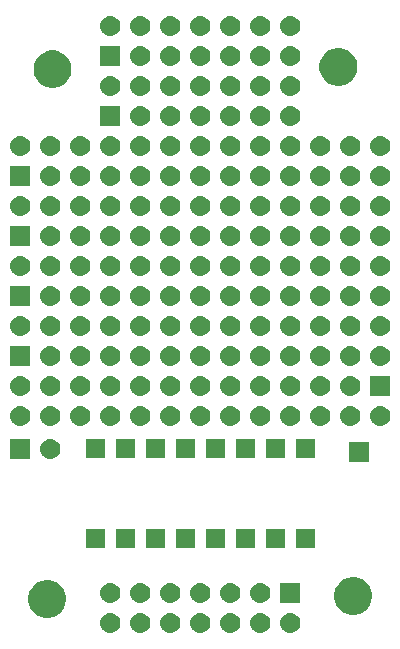
<source format=gts>
G04 #@! TF.GenerationSoftware,KiCad,Pcbnew,5.0.2-bee76a0~70~ubuntu14.04.1*
G04 #@! TF.CreationDate,2018-12-14T16:23:02-07:00*
G04 #@! TF.ProjectId,perf-sensor,70657266-2d73-4656-9e73-6f722e6b6963,rev?*
G04 #@! TF.SameCoordinates,Original*
G04 #@! TF.FileFunction,Soldermask,Top*
G04 #@! TF.FilePolarity,Negative*
%FSLAX46Y46*%
G04 Gerber Fmt 4.6, Leading zero omitted, Abs format (unit mm)*
G04 Created by KiCad (PCBNEW 5.0.2-bee76a0~70~ubuntu14.04.1) date Fri 14 Dec 2018 04:23:02 PM MST*
%MOMM*%
%LPD*%
G01*
G04 APERTURE LIST*
%ADD10C,0.100000*%
G04 APERTURE END LIST*
D10*
G36*
X103036630Y-108890299D02*
X103196855Y-108938903D01*
X103344520Y-109017831D01*
X103473949Y-109124051D01*
X103580169Y-109253480D01*
X103659097Y-109401145D01*
X103707701Y-109561370D01*
X103724112Y-109728000D01*
X103707701Y-109894630D01*
X103659097Y-110054855D01*
X103580169Y-110202520D01*
X103473949Y-110331949D01*
X103344520Y-110438169D01*
X103196855Y-110517097D01*
X103036630Y-110565701D01*
X102911752Y-110578000D01*
X102828248Y-110578000D01*
X102703370Y-110565701D01*
X102543145Y-110517097D01*
X102395480Y-110438169D01*
X102266051Y-110331949D01*
X102159831Y-110202520D01*
X102080903Y-110054855D01*
X102032299Y-109894630D01*
X102015888Y-109728000D01*
X102032299Y-109561370D01*
X102080903Y-109401145D01*
X102159831Y-109253480D01*
X102266051Y-109124051D01*
X102395480Y-109017831D01*
X102543145Y-108938903D01*
X102703370Y-108890299D01*
X102828248Y-108878000D01*
X102911752Y-108878000D01*
X103036630Y-108890299D01*
X103036630Y-108890299D01*
G37*
G36*
X100496630Y-108890299D02*
X100656855Y-108938903D01*
X100804520Y-109017831D01*
X100933949Y-109124051D01*
X101040169Y-109253480D01*
X101119097Y-109401145D01*
X101167701Y-109561370D01*
X101184112Y-109728000D01*
X101167701Y-109894630D01*
X101119097Y-110054855D01*
X101040169Y-110202520D01*
X100933949Y-110331949D01*
X100804520Y-110438169D01*
X100656855Y-110517097D01*
X100496630Y-110565701D01*
X100371752Y-110578000D01*
X100288248Y-110578000D01*
X100163370Y-110565701D01*
X100003145Y-110517097D01*
X99855480Y-110438169D01*
X99726051Y-110331949D01*
X99619831Y-110202520D01*
X99540903Y-110054855D01*
X99492299Y-109894630D01*
X99475888Y-109728000D01*
X99492299Y-109561370D01*
X99540903Y-109401145D01*
X99619831Y-109253480D01*
X99726051Y-109124051D01*
X99855480Y-109017831D01*
X100003145Y-108938903D01*
X100163370Y-108890299D01*
X100288248Y-108878000D01*
X100371752Y-108878000D01*
X100496630Y-108890299D01*
X100496630Y-108890299D01*
G37*
G36*
X97956630Y-108890299D02*
X98116855Y-108938903D01*
X98264520Y-109017831D01*
X98393949Y-109124051D01*
X98500169Y-109253480D01*
X98579097Y-109401145D01*
X98627701Y-109561370D01*
X98644112Y-109728000D01*
X98627701Y-109894630D01*
X98579097Y-110054855D01*
X98500169Y-110202520D01*
X98393949Y-110331949D01*
X98264520Y-110438169D01*
X98116855Y-110517097D01*
X97956630Y-110565701D01*
X97831752Y-110578000D01*
X97748248Y-110578000D01*
X97623370Y-110565701D01*
X97463145Y-110517097D01*
X97315480Y-110438169D01*
X97186051Y-110331949D01*
X97079831Y-110202520D01*
X97000903Y-110054855D01*
X96952299Y-109894630D01*
X96935888Y-109728000D01*
X96952299Y-109561370D01*
X97000903Y-109401145D01*
X97079831Y-109253480D01*
X97186051Y-109124051D01*
X97315480Y-109017831D01*
X97463145Y-108938903D01*
X97623370Y-108890299D01*
X97748248Y-108878000D01*
X97831752Y-108878000D01*
X97956630Y-108890299D01*
X97956630Y-108890299D01*
G37*
G36*
X95416630Y-108890299D02*
X95576855Y-108938903D01*
X95724520Y-109017831D01*
X95853949Y-109124051D01*
X95960169Y-109253480D01*
X96039097Y-109401145D01*
X96087701Y-109561370D01*
X96104112Y-109728000D01*
X96087701Y-109894630D01*
X96039097Y-110054855D01*
X95960169Y-110202520D01*
X95853949Y-110331949D01*
X95724520Y-110438169D01*
X95576855Y-110517097D01*
X95416630Y-110565701D01*
X95291752Y-110578000D01*
X95208248Y-110578000D01*
X95083370Y-110565701D01*
X94923145Y-110517097D01*
X94775480Y-110438169D01*
X94646051Y-110331949D01*
X94539831Y-110202520D01*
X94460903Y-110054855D01*
X94412299Y-109894630D01*
X94395888Y-109728000D01*
X94412299Y-109561370D01*
X94460903Y-109401145D01*
X94539831Y-109253480D01*
X94646051Y-109124051D01*
X94775480Y-109017831D01*
X94923145Y-108938903D01*
X95083370Y-108890299D01*
X95208248Y-108878000D01*
X95291752Y-108878000D01*
X95416630Y-108890299D01*
X95416630Y-108890299D01*
G37*
G36*
X92876630Y-108890299D02*
X93036855Y-108938903D01*
X93184520Y-109017831D01*
X93313949Y-109124051D01*
X93420169Y-109253480D01*
X93499097Y-109401145D01*
X93547701Y-109561370D01*
X93564112Y-109728000D01*
X93547701Y-109894630D01*
X93499097Y-110054855D01*
X93420169Y-110202520D01*
X93313949Y-110331949D01*
X93184520Y-110438169D01*
X93036855Y-110517097D01*
X92876630Y-110565701D01*
X92751752Y-110578000D01*
X92668248Y-110578000D01*
X92543370Y-110565701D01*
X92383145Y-110517097D01*
X92235480Y-110438169D01*
X92106051Y-110331949D01*
X91999831Y-110202520D01*
X91920903Y-110054855D01*
X91872299Y-109894630D01*
X91855888Y-109728000D01*
X91872299Y-109561370D01*
X91920903Y-109401145D01*
X91999831Y-109253480D01*
X92106051Y-109124051D01*
X92235480Y-109017831D01*
X92383145Y-108938903D01*
X92543370Y-108890299D01*
X92668248Y-108878000D01*
X92751752Y-108878000D01*
X92876630Y-108890299D01*
X92876630Y-108890299D01*
G37*
G36*
X108116630Y-108890299D02*
X108276855Y-108938903D01*
X108424520Y-109017831D01*
X108553949Y-109124051D01*
X108660169Y-109253480D01*
X108739097Y-109401145D01*
X108787701Y-109561370D01*
X108804112Y-109728000D01*
X108787701Y-109894630D01*
X108739097Y-110054855D01*
X108660169Y-110202520D01*
X108553949Y-110331949D01*
X108424520Y-110438169D01*
X108276855Y-110517097D01*
X108116630Y-110565701D01*
X107991752Y-110578000D01*
X107908248Y-110578000D01*
X107783370Y-110565701D01*
X107623145Y-110517097D01*
X107475480Y-110438169D01*
X107346051Y-110331949D01*
X107239831Y-110202520D01*
X107160903Y-110054855D01*
X107112299Y-109894630D01*
X107095888Y-109728000D01*
X107112299Y-109561370D01*
X107160903Y-109401145D01*
X107239831Y-109253480D01*
X107346051Y-109124051D01*
X107475480Y-109017831D01*
X107623145Y-108938903D01*
X107783370Y-108890299D01*
X107908248Y-108878000D01*
X107991752Y-108878000D01*
X108116630Y-108890299D01*
X108116630Y-108890299D01*
G37*
G36*
X105576630Y-108890299D02*
X105736855Y-108938903D01*
X105884520Y-109017831D01*
X106013949Y-109124051D01*
X106120169Y-109253480D01*
X106199097Y-109401145D01*
X106247701Y-109561370D01*
X106264112Y-109728000D01*
X106247701Y-109894630D01*
X106199097Y-110054855D01*
X106120169Y-110202520D01*
X106013949Y-110331949D01*
X105884520Y-110438169D01*
X105736855Y-110517097D01*
X105576630Y-110565701D01*
X105451752Y-110578000D01*
X105368248Y-110578000D01*
X105243370Y-110565701D01*
X105083145Y-110517097D01*
X104935480Y-110438169D01*
X104806051Y-110331949D01*
X104699831Y-110202520D01*
X104620903Y-110054855D01*
X104572299Y-109894630D01*
X104555888Y-109728000D01*
X104572299Y-109561370D01*
X104620903Y-109401145D01*
X104699831Y-109253480D01*
X104806051Y-109124051D01*
X104935480Y-109017831D01*
X105083145Y-108938903D01*
X105243370Y-108890299D01*
X105368248Y-108878000D01*
X105451752Y-108878000D01*
X105576630Y-108890299D01*
X105576630Y-108890299D01*
G37*
G36*
X87842703Y-106157486D02*
X88133883Y-106278097D01*
X88395944Y-106453201D01*
X88618799Y-106676056D01*
X88793903Y-106938117D01*
X88914514Y-107229297D01*
X88976000Y-107538412D01*
X88976000Y-107853588D01*
X88914514Y-108162703D01*
X88793903Y-108453883D01*
X88618799Y-108715944D01*
X88395944Y-108938799D01*
X88133883Y-109113903D01*
X87842703Y-109234514D01*
X87533588Y-109296000D01*
X87218412Y-109296000D01*
X86909297Y-109234514D01*
X86618117Y-109113903D01*
X86356056Y-108938799D01*
X86133201Y-108715944D01*
X85958097Y-108453883D01*
X85837486Y-108162703D01*
X85776000Y-107853588D01*
X85776000Y-107538412D01*
X85837486Y-107229297D01*
X85958097Y-106938117D01*
X86133201Y-106676056D01*
X86356056Y-106453201D01*
X86618117Y-106278097D01*
X86909297Y-106157486D01*
X87218412Y-106096000D01*
X87533588Y-106096000D01*
X87842703Y-106157486D01*
X87842703Y-106157486D01*
G37*
G36*
X113750703Y-105903486D02*
X114041883Y-106024097D01*
X114303944Y-106199201D01*
X114526799Y-106422056D01*
X114701903Y-106684117D01*
X114822514Y-106975297D01*
X114884000Y-107284412D01*
X114884000Y-107599588D01*
X114822514Y-107908703D01*
X114701903Y-108199883D01*
X114526799Y-108461944D01*
X114303944Y-108684799D01*
X114041883Y-108859903D01*
X113750703Y-108980514D01*
X113441588Y-109042000D01*
X113126412Y-109042000D01*
X112817297Y-108980514D01*
X112526117Y-108859903D01*
X112264056Y-108684799D01*
X112041201Y-108461944D01*
X111866097Y-108199883D01*
X111745486Y-107908703D01*
X111684000Y-107599588D01*
X111684000Y-107284412D01*
X111745486Y-106975297D01*
X111866097Y-106684117D01*
X112041201Y-106422056D01*
X112264056Y-106199201D01*
X112526117Y-106024097D01*
X112817297Y-105903486D01*
X113126412Y-105842000D01*
X113441588Y-105842000D01*
X113750703Y-105903486D01*
X113750703Y-105903486D01*
G37*
G36*
X108800000Y-108038000D02*
X107100000Y-108038000D01*
X107100000Y-106338000D01*
X108800000Y-106338000D01*
X108800000Y-108038000D01*
X108800000Y-108038000D01*
G37*
G36*
X92876630Y-106350299D02*
X93036855Y-106398903D01*
X93184520Y-106477831D01*
X93313949Y-106584051D01*
X93420169Y-106713480D01*
X93499097Y-106861145D01*
X93547701Y-107021370D01*
X93564112Y-107188000D01*
X93547701Y-107354630D01*
X93499097Y-107514855D01*
X93420169Y-107662520D01*
X93313949Y-107791949D01*
X93184520Y-107898169D01*
X93036855Y-107977097D01*
X92876630Y-108025701D01*
X92751752Y-108038000D01*
X92668248Y-108038000D01*
X92543370Y-108025701D01*
X92383145Y-107977097D01*
X92235480Y-107898169D01*
X92106051Y-107791949D01*
X91999831Y-107662520D01*
X91920903Y-107514855D01*
X91872299Y-107354630D01*
X91855888Y-107188000D01*
X91872299Y-107021370D01*
X91920903Y-106861145D01*
X91999831Y-106713480D01*
X92106051Y-106584051D01*
X92235480Y-106477831D01*
X92383145Y-106398903D01*
X92543370Y-106350299D01*
X92668248Y-106338000D01*
X92751752Y-106338000D01*
X92876630Y-106350299D01*
X92876630Y-106350299D01*
G37*
G36*
X103036630Y-106350299D02*
X103196855Y-106398903D01*
X103344520Y-106477831D01*
X103473949Y-106584051D01*
X103580169Y-106713480D01*
X103659097Y-106861145D01*
X103707701Y-107021370D01*
X103724112Y-107188000D01*
X103707701Y-107354630D01*
X103659097Y-107514855D01*
X103580169Y-107662520D01*
X103473949Y-107791949D01*
X103344520Y-107898169D01*
X103196855Y-107977097D01*
X103036630Y-108025701D01*
X102911752Y-108038000D01*
X102828248Y-108038000D01*
X102703370Y-108025701D01*
X102543145Y-107977097D01*
X102395480Y-107898169D01*
X102266051Y-107791949D01*
X102159831Y-107662520D01*
X102080903Y-107514855D01*
X102032299Y-107354630D01*
X102015888Y-107188000D01*
X102032299Y-107021370D01*
X102080903Y-106861145D01*
X102159831Y-106713480D01*
X102266051Y-106584051D01*
X102395480Y-106477831D01*
X102543145Y-106398903D01*
X102703370Y-106350299D01*
X102828248Y-106338000D01*
X102911752Y-106338000D01*
X103036630Y-106350299D01*
X103036630Y-106350299D01*
G37*
G36*
X100496630Y-106350299D02*
X100656855Y-106398903D01*
X100804520Y-106477831D01*
X100933949Y-106584051D01*
X101040169Y-106713480D01*
X101119097Y-106861145D01*
X101167701Y-107021370D01*
X101184112Y-107188000D01*
X101167701Y-107354630D01*
X101119097Y-107514855D01*
X101040169Y-107662520D01*
X100933949Y-107791949D01*
X100804520Y-107898169D01*
X100656855Y-107977097D01*
X100496630Y-108025701D01*
X100371752Y-108038000D01*
X100288248Y-108038000D01*
X100163370Y-108025701D01*
X100003145Y-107977097D01*
X99855480Y-107898169D01*
X99726051Y-107791949D01*
X99619831Y-107662520D01*
X99540903Y-107514855D01*
X99492299Y-107354630D01*
X99475888Y-107188000D01*
X99492299Y-107021370D01*
X99540903Y-106861145D01*
X99619831Y-106713480D01*
X99726051Y-106584051D01*
X99855480Y-106477831D01*
X100003145Y-106398903D01*
X100163370Y-106350299D01*
X100288248Y-106338000D01*
X100371752Y-106338000D01*
X100496630Y-106350299D01*
X100496630Y-106350299D01*
G37*
G36*
X105576630Y-106350299D02*
X105736855Y-106398903D01*
X105884520Y-106477831D01*
X106013949Y-106584051D01*
X106120169Y-106713480D01*
X106199097Y-106861145D01*
X106247701Y-107021370D01*
X106264112Y-107188000D01*
X106247701Y-107354630D01*
X106199097Y-107514855D01*
X106120169Y-107662520D01*
X106013949Y-107791949D01*
X105884520Y-107898169D01*
X105736855Y-107977097D01*
X105576630Y-108025701D01*
X105451752Y-108038000D01*
X105368248Y-108038000D01*
X105243370Y-108025701D01*
X105083145Y-107977097D01*
X104935480Y-107898169D01*
X104806051Y-107791949D01*
X104699831Y-107662520D01*
X104620903Y-107514855D01*
X104572299Y-107354630D01*
X104555888Y-107188000D01*
X104572299Y-107021370D01*
X104620903Y-106861145D01*
X104699831Y-106713480D01*
X104806051Y-106584051D01*
X104935480Y-106477831D01*
X105083145Y-106398903D01*
X105243370Y-106350299D01*
X105368248Y-106338000D01*
X105451752Y-106338000D01*
X105576630Y-106350299D01*
X105576630Y-106350299D01*
G37*
G36*
X97956630Y-106350299D02*
X98116855Y-106398903D01*
X98264520Y-106477831D01*
X98393949Y-106584051D01*
X98500169Y-106713480D01*
X98579097Y-106861145D01*
X98627701Y-107021370D01*
X98644112Y-107188000D01*
X98627701Y-107354630D01*
X98579097Y-107514855D01*
X98500169Y-107662520D01*
X98393949Y-107791949D01*
X98264520Y-107898169D01*
X98116855Y-107977097D01*
X97956630Y-108025701D01*
X97831752Y-108038000D01*
X97748248Y-108038000D01*
X97623370Y-108025701D01*
X97463145Y-107977097D01*
X97315480Y-107898169D01*
X97186051Y-107791949D01*
X97079831Y-107662520D01*
X97000903Y-107514855D01*
X96952299Y-107354630D01*
X96935888Y-107188000D01*
X96952299Y-107021370D01*
X97000903Y-106861145D01*
X97079831Y-106713480D01*
X97186051Y-106584051D01*
X97315480Y-106477831D01*
X97463145Y-106398903D01*
X97623370Y-106350299D01*
X97748248Y-106338000D01*
X97831752Y-106338000D01*
X97956630Y-106350299D01*
X97956630Y-106350299D01*
G37*
G36*
X95416630Y-106350299D02*
X95576855Y-106398903D01*
X95724520Y-106477831D01*
X95853949Y-106584051D01*
X95960169Y-106713480D01*
X96039097Y-106861145D01*
X96087701Y-107021370D01*
X96104112Y-107188000D01*
X96087701Y-107354630D01*
X96039097Y-107514855D01*
X95960169Y-107662520D01*
X95853949Y-107791949D01*
X95724520Y-107898169D01*
X95576855Y-107977097D01*
X95416630Y-108025701D01*
X95291752Y-108038000D01*
X95208248Y-108038000D01*
X95083370Y-108025701D01*
X94923145Y-107977097D01*
X94775480Y-107898169D01*
X94646051Y-107791949D01*
X94539831Y-107662520D01*
X94460903Y-107514855D01*
X94412299Y-107354630D01*
X94395888Y-107188000D01*
X94412299Y-107021370D01*
X94460903Y-106861145D01*
X94539831Y-106713480D01*
X94646051Y-106584051D01*
X94775480Y-106477831D01*
X94923145Y-106398903D01*
X95083370Y-106350299D01*
X95208248Y-106338000D01*
X95291752Y-106338000D01*
X95416630Y-106350299D01*
X95416630Y-106350299D01*
G37*
G36*
X99860000Y-103416000D02*
X98260000Y-103416000D01*
X98260000Y-101816000D01*
X99860000Y-101816000D01*
X99860000Y-103416000D01*
X99860000Y-103416000D01*
G37*
G36*
X107480000Y-103416000D02*
X105880000Y-103416000D01*
X105880000Y-101816000D01*
X107480000Y-101816000D01*
X107480000Y-103416000D01*
X107480000Y-103416000D01*
G37*
G36*
X104940000Y-103416000D02*
X103340000Y-103416000D01*
X103340000Y-101816000D01*
X104940000Y-101816000D01*
X104940000Y-103416000D01*
X104940000Y-103416000D01*
G37*
G36*
X102400000Y-103416000D02*
X100800000Y-103416000D01*
X100800000Y-101816000D01*
X102400000Y-101816000D01*
X102400000Y-103416000D01*
X102400000Y-103416000D01*
G37*
G36*
X97320000Y-103416000D02*
X95720000Y-103416000D01*
X95720000Y-101816000D01*
X97320000Y-101816000D01*
X97320000Y-103416000D01*
X97320000Y-103416000D01*
G37*
G36*
X94780000Y-103416000D02*
X93180000Y-103416000D01*
X93180000Y-101816000D01*
X94780000Y-101816000D01*
X94780000Y-103416000D01*
X94780000Y-103416000D01*
G37*
G36*
X92240000Y-103416000D02*
X90640000Y-103416000D01*
X90640000Y-101816000D01*
X92240000Y-101816000D01*
X92240000Y-103416000D01*
X92240000Y-103416000D01*
G37*
G36*
X110020000Y-103416000D02*
X108420000Y-103416000D01*
X108420000Y-101816000D01*
X110020000Y-101816000D01*
X110020000Y-103416000D01*
X110020000Y-103416000D01*
G37*
G36*
X114642000Y-96100000D02*
X112942000Y-96100000D01*
X112942000Y-94400000D01*
X114642000Y-94400000D01*
X114642000Y-96100000D01*
X114642000Y-96100000D01*
G37*
G36*
X85940000Y-95846000D02*
X84240000Y-95846000D01*
X84240000Y-94146000D01*
X85940000Y-94146000D01*
X85940000Y-95846000D01*
X85940000Y-95846000D01*
G37*
G36*
X87796630Y-94158299D02*
X87956855Y-94206903D01*
X88104520Y-94285831D01*
X88233949Y-94392051D01*
X88340169Y-94521480D01*
X88419097Y-94669145D01*
X88467701Y-94829370D01*
X88484112Y-94996000D01*
X88467701Y-95162630D01*
X88419097Y-95322855D01*
X88340169Y-95470520D01*
X88233949Y-95599949D01*
X88104520Y-95706169D01*
X87956855Y-95785097D01*
X87796630Y-95833701D01*
X87671752Y-95846000D01*
X87588248Y-95846000D01*
X87463370Y-95833701D01*
X87303145Y-95785097D01*
X87155480Y-95706169D01*
X87026051Y-95599949D01*
X86919831Y-95470520D01*
X86840903Y-95322855D01*
X86792299Y-95162630D01*
X86775888Y-94996000D01*
X86792299Y-94829370D01*
X86840903Y-94669145D01*
X86919831Y-94521480D01*
X87026051Y-94392051D01*
X87155480Y-94285831D01*
X87303145Y-94206903D01*
X87463370Y-94158299D01*
X87588248Y-94146000D01*
X87671752Y-94146000D01*
X87796630Y-94158299D01*
X87796630Y-94158299D01*
G37*
G36*
X104940000Y-95796000D02*
X103340000Y-95796000D01*
X103340000Y-94196000D01*
X104940000Y-94196000D01*
X104940000Y-95796000D01*
X104940000Y-95796000D01*
G37*
G36*
X110020000Y-95796000D02*
X108420000Y-95796000D01*
X108420000Y-94196000D01*
X110020000Y-94196000D01*
X110020000Y-95796000D01*
X110020000Y-95796000D01*
G37*
G36*
X107480000Y-95796000D02*
X105880000Y-95796000D01*
X105880000Y-94196000D01*
X107480000Y-94196000D01*
X107480000Y-95796000D01*
X107480000Y-95796000D01*
G37*
G36*
X97320000Y-95796000D02*
X95720000Y-95796000D01*
X95720000Y-94196000D01*
X97320000Y-94196000D01*
X97320000Y-95796000D01*
X97320000Y-95796000D01*
G37*
G36*
X94780000Y-95796000D02*
X93180000Y-95796000D01*
X93180000Y-94196000D01*
X94780000Y-94196000D01*
X94780000Y-95796000D01*
X94780000Y-95796000D01*
G37*
G36*
X92240000Y-95796000D02*
X90640000Y-95796000D01*
X90640000Y-94196000D01*
X92240000Y-94196000D01*
X92240000Y-95796000D01*
X92240000Y-95796000D01*
G37*
G36*
X102400000Y-95796000D02*
X100800000Y-95796000D01*
X100800000Y-94196000D01*
X102400000Y-94196000D01*
X102400000Y-95796000D01*
X102400000Y-95796000D01*
G37*
G36*
X99860000Y-95796000D02*
X98260000Y-95796000D01*
X98260000Y-94196000D01*
X99860000Y-94196000D01*
X99860000Y-95796000D01*
X99860000Y-95796000D01*
G37*
G36*
X95416630Y-91364299D02*
X95576855Y-91412903D01*
X95724520Y-91491831D01*
X95853949Y-91598051D01*
X95960169Y-91727480D01*
X96039097Y-91875145D01*
X96087701Y-92035370D01*
X96104112Y-92202000D01*
X96087701Y-92368630D01*
X96039097Y-92528855D01*
X95960169Y-92676520D01*
X95853949Y-92805949D01*
X95724520Y-92912169D01*
X95576855Y-92991097D01*
X95416630Y-93039701D01*
X95291752Y-93052000D01*
X95208248Y-93052000D01*
X95083370Y-93039701D01*
X94923145Y-92991097D01*
X94775480Y-92912169D01*
X94646051Y-92805949D01*
X94539831Y-92676520D01*
X94460903Y-92528855D01*
X94412299Y-92368630D01*
X94395888Y-92202000D01*
X94412299Y-92035370D01*
X94460903Y-91875145D01*
X94539831Y-91727480D01*
X94646051Y-91598051D01*
X94775480Y-91491831D01*
X94923145Y-91412903D01*
X95083370Y-91364299D01*
X95208248Y-91352000D01*
X95291752Y-91352000D01*
X95416630Y-91364299D01*
X95416630Y-91364299D01*
G37*
G36*
X100496630Y-91364299D02*
X100656855Y-91412903D01*
X100804520Y-91491831D01*
X100933949Y-91598051D01*
X101040169Y-91727480D01*
X101119097Y-91875145D01*
X101167701Y-92035370D01*
X101184112Y-92202000D01*
X101167701Y-92368630D01*
X101119097Y-92528855D01*
X101040169Y-92676520D01*
X100933949Y-92805949D01*
X100804520Y-92912169D01*
X100656855Y-92991097D01*
X100496630Y-93039701D01*
X100371752Y-93052000D01*
X100288248Y-93052000D01*
X100163370Y-93039701D01*
X100003145Y-92991097D01*
X99855480Y-92912169D01*
X99726051Y-92805949D01*
X99619831Y-92676520D01*
X99540903Y-92528855D01*
X99492299Y-92368630D01*
X99475888Y-92202000D01*
X99492299Y-92035370D01*
X99540903Y-91875145D01*
X99619831Y-91727480D01*
X99726051Y-91598051D01*
X99855480Y-91491831D01*
X100003145Y-91412903D01*
X100163370Y-91364299D01*
X100288248Y-91352000D01*
X100371752Y-91352000D01*
X100496630Y-91364299D01*
X100496630Y-91364299D01*
G37*
G36*
X92876630Y-91364299D02*
X93036855Y-91412903D01*
X93184520Y-91491831D01*
X93313949Y-91598051D01*
X93420169Y-91727480D01*
X93499097Y-91875145D01*
X93547701Y-92035370D01*
X93564112Y-92202000D01*
X93547701Y-92368630D01*
X93499097Y-92528855D01*
X93420169Y-92676520D01*
X93313949Y-92805949D01*
X93184520Y-92912169D01*
X93036855Y-92991097D01*
X92876630Y-93039701D01*
X92751752Y-93052000D01*
X92668248Y-93052000D01*
X92543370Y-93039701D01*
X92383145Y-92991097D01*
X92235480Y-92912169D01*
X92106051Y-92805949D01*
X91999831Y-92676520D01*
X91920903Y-92528855D01*
X91872299Y-92368630D01*
X91855888Y-92202000D01*
X91872299Y-92035370D01*
X91920903Y-91875145D01*
X91999831Y-91727480D01*
X92106051Y-91598051D01*
X92235480Y-91491831D01*
X92383145Y-91412903D01*
X92543370Y-91364299D01*
X92668248Y-91352000D01*
X92751752Y-91352000D01*
X92876630Y-91364299D01*
X92876630Y-91364299D01*
G37*
G36*
X90336630Y-91364299D02*
X90496855Y-91412903D01*
X90644520Y-91491831D01*
X90773949Y-91598051D01*
X90880169Y-91727480D01*
X90959097Y-91875145D01*
X91007701Y-92035370D01*
X91024112Y-92202000D01*
X91007701Y-92368630D01*
X90959097Y-92528855D01*
X90880169Y-92676520D01*
X90773949Y-92805949D01*
X90644520Y-92912169D01*
X90496855Y-92991097D01*
X90336630Y-93039701D01*
X90211752Y-93052000D01*
X90128248Y-93052000D01*
X90003370Y-93039701D01*
X89843145Y-92991097D01*
X89695480Y-92912169D01*
X89566051Y-92805949D01*
X89459831Y-92676520D01*
X89380903Y-92528855D01*
X89332299Y-92368630D01*
X89315888Y-92202000D01*
X89332299Y-92035370D01*
X89380903Y-91875145D01*
X89459831Y-91727480D01*
X89566051Y-91598051D01*
X89695480Y-91491831D01*
X89843145Y-91412903D01*
X90003370Y-91364299D01*
X90128248Y-91352000D01*
X90211752Y-91352000D01*
X90336630Y-91364299D01*
X90336630Y-91364299D01*
G37*
G36*
X87796630Y-91364299D02*
X87956855Y-91412903D01*
X88104520Y-91491831D01*
X88233949Y-91598051D01*
X88340169Y-91727480D01*
X88419097Y-91875145D01*
X88467701Y-92035370D01*
X88484112Y-92202000D01*
X88467701Y-92368630D01*
X88419097Y-92528855D01*
X88340169Y-92676520D01*
X88233949Y-92805949D01*
X88104520Y-92912169D01*
X87956855Y-92991097D01*
X87796630Y-93039701D01*
X87671752Y-93052000D01*
X87588248Y-93052000D01*
X87463370Y-93039701D01*
X87303145Y-92991097D01*
X87155480Y-92912169D01*
X87026051Y-92805949D01*
X86919831Y-92676520D01*
X86840903Y-92528855D01*
X86792299Y-92368630D01*
X86775888Y-92202000D01*
X86792299Y-92035370D01*
X86840903Y-91875145D01*
X86919831Y-91727480D01*
X87026051Y-91598051D01*
X87155480Y-91491831D01*
X87303145Y-91412903D01*
X87463370Y-91364299D01*
X87588248Y-91352000D01*
X87671752Y-91352000D01*
X87796630Y-91364299D01*
X87796630Y-91364299D01*
G37*
G36*
X85256630Y-91364299D02*
X85416855Y-91412903D01*
X85564520Y-91491831D01*
X85693949Y-91598051D01*
X85800169Y-91727480D01*
X85879097Y-91875145D01*
X85927701Y-92035370D01*
X85944112Y-92202000D01*
X85927701Y-92368630D01*
X85879097Y-92528855D01*
X85800169Y-92676520D01*
X85693949Y-92805949D01*
X85564520Y-92912169D01*
X85416855Y-92991097D01*
X85256630Y-93039701D01*
X85131752Y-93052000D01*
X85048248Y-93052000D01*
X84923370Y-93039701D01*
X84763145Y-92991097D01*
X84615480Y-92912169D01*
X84486051Y-92805949D01*
X84379831Y-92676520D01*
X84300903Y-92528855D01*
X84252299Y-92368630D01*
X84235888Y-92202000D01*
X84252299Y-92035370D01*
X84300903Y-91875145D01*
X84379831Y-91727480D01*
X84486051Y-91598051D01*
X84615480Y-91491831D01*
X84763145Y-91412903D01*
X84923370Y-91364299D01*
X85048248Y-91352000D01*
X85131752Y-91352000D01*
X85256630Y-91364299D01*
X85256630Y-91364299D01*
G37*
G36*
X113196630Y-91364299D02*
X113356855Y-91412903D01*
X113504520Y-91491831D01*
X113633949Y-91598051D01*
X113740169Y-91727480D01*
X113819097Y-91875145D01*
X113867701Y-92035370D01*
X113884112Y-92202000D01*
X113867701Y-92368630D01*
X113819097Y-92528855D01*
X113740169Y-92676520D01*
X113633949Y-92805949D01*
X113504520Y-92912169D01*
X113356855Y-92991097D01*
X113196630Y-93039701D01*
X113071752Y-93052000D01*
X112988248Y-93052000D01*
X112863370Y-93039701D01*
X112703145Y-92991097D01*
X112555480Y-92912169D01*
X112426051Y-92805949D01*
X112319831Y-92676520D01*
X112240903Y-92528855D01*
X112192299Y-92368630D01*
X112175888Y-92202000D01*
X112192299Y-92035370D01*
X112240903Y-91875145D01*
X112319831Y-91727480D01*
X112426051Y-91598051D01*
X112555480Y-91491831D01*
X112703145Y-91412903D01*
X112863370Y-91364299D01*
X112988248Y-91352000D01*
X113071752Y-91352000D01*
X113196630Y-91364299D01*
X113196630Y-91364299D01*
G37*
G36*
X115736630Y-91364299D02*
X115896855Y-91412903D01*
X116044520Y-91491831D01*
X116173949Y-91598051D01*
X116280169Y-91727480D01*
X116359097Y-91875145D01*
X116407701Y-92035370D01*
X116424112Y-92202000D01*
X116407701Y-92368630D01*
X116359097Y-92528855D01*
X116280169Y-92676520D01*
X116173949Y-92805949D01*
X116044520Y-92912169D01*
X115896855Y-92991097D01*
X115736630Y-93039701D01*
X115611752Y-93052000D01*
X115528248Y-93052000D01*
X115403370Y-93039701D01*
X115243145Y-92991097D01*
X115095480Y-92912169D01*
X114966051Y-92805949D01*
X114859831Y-92676520D01*
X114780903Y-92528855D01*
X114732299Y-92368630D01*
X114715888Y-92202000D01*
X114732299Y-92035370D01*
X114780903Y-91875145D01*
X114859831Y-91727480D01*
X114966051Y-91598051D01*
X115095480Y-91491831D01*
X115243145Y-91412903D01*
X115403370Y-91364299D01*
X115528248Y-91352000D01*
X115611752Y-91352000D01*
X115736630Y-91364299D01*
X115736630Y-91364299D01*
G37*
G36*
X97956630Y-91364299D02*
X98116855Y-91412903D01*
X98264520Y-91491831D01*
X98393949Y-91598051D01*
X98500169Y-91727480D01*
X98579097Y-91875145D01*
X98627701Y-92035370D01*
X98644112Y-92202000D01*
X98627701Y-92368630D01*
X98579097Y-92528855D01*
X98500169Y-92676520D01*
X98393949Y-92805949D01*
X98264520Y-92912169D01*
X98116855Y-92991097D01*
X97956630Y-93039701D01*
X97831752Y-93052000D01*
X97748248Y-93052000D01*
X97623370Y-93039701D01*
X97463145Y-92991097D01*
X97315480Y-92912169D01*
X97186051Y-92805949D01*
X97079831Y-92676520D01*
X97000903Y-92528855D01*
X96952299Y-92368630D01*
X96935888Y-92202000D01*
X96952299Y-92035370D01*
X97000903Y-91875145D01*
X97079831Y-91727480D01*
X97186051Y-91598051D01*
X97315480Y-91491831D01*
X97463145Y-91412903D01*
X97623370Y-91364299D01*
X97748248Y-91352000D01*
X97831752Y-91352000D01*
X97956630Y-91364299D01*
X97956630Y-91364299D01*
G37*
G36*
X103036630Y-91364299D02*
X103196855Y-91412903D01*
X103344520Y-91491831D01*
X103473949Y-91598051D01*
X103580169Y-91727480D01*
X103659097Y-91875145D01*
X103707701Y-92035370D01*
X103724112Y-92202000D01*
X103707701Y-92368630D01*
X103659097Y-92528855D01*
X103580169Y-92676520D01*
X103473949Y-92805949D01*
X103344520Y-92912169D01*
X103196855Y-92991097D01*
X103036630Y-93039701D01*
X102911752Y-93052000D01*
X102828248Y-93052000D01*
X102703370Y-93039701D01*
X102543145Y-92991097D01*
X102395480Y-92912169D01*
X102266051Y-92805949D01*
X102159831Y-92676520D01*
X102080903Y-92528855D01*
X102032299Y-92368630D01*
X102015888Y-92202000D01*
X102032299Y-92035370D01*
X102080903Y-91875145D01*
X102159831Y-91727480D01*
X102266051Y-91598051D01*
X102395480Y-91491831D01*
X102543145Y-91412903D01*
X102703370Y-91364299D01*
X102828248Y-91352000D01*
X102911752Y-91352000D01*
X103036630Y-91364299D01*
X103036630Y-91364299D01*
G37*
G36*
X108116630Y-91364299D02*
X108276855Y-91412903D01*
X108424520Y-91491831D01*
X108553949Y-91598051D01*
X108660169Y-91727480D01*
X108739097Y-91875145D01*
X108787701Y-92035370D01*
X108804112Y-92202000D01*
X108787701Y-92368630D01*
X108739097Y-92528855D01*
X108660169Y-92676520D01*
X108553949Y-92805949D01*
X108424520Y-92912169D01*
X108276855Y-92991097D01*
X108116630Y-93039701D01*
X107991752Y-93052000D01*
X107908248Y-93052000D01*
X107783370Y-93039701D01*
X107623145Y-92991097D01*
X107475480Y-92912169D01*
X107346051Y-92805949D01*
X107239831Y-92676520D01*
X107160903Y-92528855D01*
X107112299Y-92368630D01*
X107095888Y-92202000D01*
X107112299Y-92035370D01*
X107160903Y-91875145D01*
X107239831Y-91727480D01*
X107346051Y-91598051D01*
X107475480Y-91491831D01*
X107623145Y-91412903D01*
X107783370Y-91364299D01*
X107908248Y-91352000D01*
X107991752Y-91352000D01*
X108116630Y-91364299D01*
X108116630Y-91364299D01*
G37*
G36*
X110656630Y-91364299D02*
X110816855Y-91412903D01*
X110964520Y-91491831D01*
X111093949Y-91598051D01*
X111200169Y-91727480D01*
X111279097Y-91875145D01*
X111327701Y-92035370D01*
X111344112Y-92202000D01*
X111327701Y-92368630D01*
X111279097Y-92528855D01*
X111200169Y-92676520D01*
X111093949Y-92805949D01*
X110964520Y-92912169D01*
X110816855Y-92991097D01*
X110656630Y-93039701D01*
X110531752Y-93052000D01*
X110448248Y-93052000D01*
X110323370Y-93039701D01*
X110163145Y-92991097D01*
X110015480Y-92912169D01*
X109886051Y-92805949D01*
X109779831Y-92676520D01*
X109700903Y-92528855D01*
X109652299Y-92368630D01*
X109635888Y-92202000D01*
X109652299Y-92035370D01*
X109700903Y-91875145D01*
X109779831Y-91727480D01*
X109886051Y-91598051D01*
X110015480Y-91491831D01*
X110163145Y-91412903D01*
X110323370Y-91364299D01*
X110448248Y-91352000D01*
X110531752Y-91352000D01*
X110656630Y-91364299D01*
X110656630Y-91364299D01*
G37*
G36*
X105576630Y-91364299D02*
X105736855Y-91412903D01*
X105884520Y-91491831D01*
X106013949Y-91598051D01*
X106120169Y-91727480D01*
X106199097Y-91875145D01*
X106247701Y-92035370D01*
X106264112Y-92202000D01*
X106247701Y-92368630D01*
X106199097Y-92528855D01*
X106120169Y-92676520D01*
X106013949Y-92805949D01*
X105884520Y-92912169D01*
X105736855Y-92991097D01*
X105576630Y-93039701D01*
X105451752Y-93052000D01*
X105368248Y-93052000D01*
X105243370Y-93039701D01*
X105083145Y-92991097D01*
X104935480Y-92912169D01*
X104806051Y-92805949D01*
X104699831Y-92676520D01*
X104620903Y-92528855D01*
X104572299Y-92368630D01*
X104555888Y-92202000D01*
X104572299Y-92035370D01*
X104620903Y-91875145D01*
X104699831Y-91727480D01*
X104806051Y-91598051D01*
X104935480Y-91491831D01*
X105083145Y-91412903D01*
X105243370Y-91364299D01*
X105368248Y-91352000D01*
X105451752Y-91352000D01*
X105576630Y-91364299D01*
X105576630Y-91364299D01*
G37*
G36*
X110656630Y-88824299D02*
X110816855Y-88872903D01*
X110964520Y-88951831D01*
X111093949Y-89058051D01*
X111200169Y-89187480D01*
X111279097Y-89335145D01*
X111327701Y-89495370D01*
X111344112Y-89662000D01*
X111327701Y-89828630D01*
X111279097Y-89988855D01*
X111200169Y-90136520D01*
X111093949Y-90265949D01*
X110964520Y-90372169D01*
X110816855Y-90451097D01*
X110656630Y-90499701D01*
X110531752Y-90512000D01*
X110448248Y-90512000D01*
X110323370Y-90499701D01*
X110163145Y-90451097D01*
X110015480Y-90372169D01*
X109886051Y-90265949D01*
X109779831Y-90136520D01*
X109700903Y-89988855D01*
X109652299Y-89828630D01*
X109635888Y-89662000D01*
X109652299Y-89495370D01*
X109700903Y-89335145D01*
X109779831Y-89187480D01*
X109886051Y-89058051D01*
X110015480Y-88951831D01*
X110163145Y-88872903D01*
X110323370Y-88824299D01*
X110448248Y-88812000D01*
X110531752Y-88812000D01*
X110656630Y-88824299D01*
X110656630Y-88824299D01*
G37*
G36*
X103036630Y-88824299D02*
X103196855Y-88872903D01*
X103344520Y-88951831D01*
X103473949Y-89058051D01*
X103580169Y-89187480D01*
X103659097Y-89335145D01*
X103707701Y-89495370D01*
X103724112Y-89662000D01*
X103707701Y-89828630D01*
X103659097Y-89988855D01*
X103580169Y-90136520D01*
X103473949Y-90265949D01*
X103344520Y-90372169D01*
X103196855Y-90451097D01*
X103036630Y-90499701D01*
X102911752Y-90512000D01*
X102828248Y-90512000D01*
X102703370Y-90499701D01*
X102543145Y-90451097D01*
X102395480Y-90372169D01*
X102266051Y-90265949D01*
X102159831Y-90136520D01*
X102080903Y-89988855D01*
X102032299Y-89828630D01*
X102015888Y-89662000D01*
X102032299Y-89495370D01*
X102080903Y-89335145D01*
X102159831Y-89187480D01*
X102266051Y-89058051D01*
X102395480Y-88951831D01*
X102543145Y-88872903D01*
X102703370Y-88824299D01*
X102828248Y-88812000D01*
X102911752Y-88812000D01*
X103036630Y-88824299D01*
X103036630Y-88824299D01*
G37*
G36*
X100496630Y-88824299D02*
X100656855Y-88872903D01*
X100804520Y-88951831D01*
X100933949Y-89058051D01*
X101040169Y-89187480D01*
X101119097Y-89335145D01*
X101167701Y-89495370D01*
X101184112Y-89662000D01*
X101167701Y-89828630D01*
X101119097Y-89988855D01*
X101040169Y-90136520D01*
X100933949Y-90265949D01*
X100804520Y-90372169D01*
X100656855Y-90451097D01*
X100496630Y-90499701D01*
X100371752Y-90512000D01*
X100288248Y-90512000D01*
X100163370Y-90499701D01*
X100003145Y-90451097D01*
X99855480Y-90372169D01*
X99726051Y-90265949D01*
X99619831Y-90136520D01*
X99540903Y-89988855D01*
X99492299Y-89828630D01*
X99475888Y-89662000D01*
X99492299Y-89495370D01*
X99540903Y-89335145D01*
X99619831Y-89187480D01*
X99726051Y-89058051D01*
X99855480Y-88951831D01*
X100003145Y-88872903D01*
X100163370Y-88824299D01*
X100288248Y-88812000D01*
X100371752Y-88812000D01*
X100496630Y-88824299D01*
X100496630Y-88824299D01*
G37*
G36*
X108116630Y-88824299D02*
X108276855Y-88872903D01*
X108424520Y-88951831D01*
X108553949Y-89058051D01*
X108660169Y-89187480D01*
X108739097Y-89335145D01*
X108787701Y-89495370D01*
X108804112Y-89662000D01*
X108787701Y-89828630D01*
X108739097Y-89988855D01*
X108660169Y-90136520D01*
X108553949Y-90265949D01*
X108424520Y-90372169D01*
X108276855Y-90451097D01*
X108116630Y-90499701D01*
X107991752Y-90512000D01*
X107908248Y-90512000D01*
X107783370Y-90499701D01*
X107623145Y-90451097D01*
X107475480Y-90372169D01*
X107346051Y-90265949D01*
X107239831Y-90136520D01*
X107160903Y-89988855D01*
X107112299Y-89828630D01*
X107095888Y-89662000D01*
X107112299Y-89495370D01*
X107160903Y-89335145D01*
X107239831Y-89187480D01*
X107346051Y-89058051D01*
X107475480Y-88951831D01*
X107623145Y-88872903D01*
X107783370Y-88824299D01*
X107908248Y-88812000D01*
X107991752Y-88812000D01*
X108116630Y-88824299D01*
X108116630Y-88824299D01*
G37*
G36*
X97956630Y-88824299D02*
X98116855Y-88872903D01*
X98264520Y-88951831D01*
X98393949Y-89058051D01*
X98500169Y-89187480D01*
X98579097Y-89335145D01*
X98627701Y-89495370D01*
X98644112Y-89662000D01*
X98627701Y-89828630D01*
X98579097Y-89988855D01*
X98500169Y-90136520D01*
X98393949Y-90265949D01*
X98264520Y-90372169D01*
X98116855Y-90451097D01*
X97956630Y-90499701D01*
X97831752Y-90512000D01*
X97748248Y-90512000D01*
X97623370Y-90499701D01*
X97463145Y-90451097D01*
X97315480Y-90372169D01*
X97186051Y-90265949D01*
X97079831Y-90136520D01*
X97000903Y-89988855D01*
X96952299Y-89828630D01*
X96935888Y-89662000D01*
X96952299Y-89495370D01*
X97000903Y-89335145D01*
X97079831Y-89187480D01*
X97186051Y-89058051D01*
X97315480Y-88951831D01*
X97463145Y-88872903D01*
X97623370Y-88824299D01*
X97748248Y-88812000D01*
X97831752Y-88812000D01*
X97956630Y-88824299D01*
X97956630Y-88824299D01*
G37*
G36*
X95416630Y-88824299D02*
X95576855Y-88872903D01*
X95724520Y-88951831D01*
X95853949Y-89058051D01*
X95960169Y-89187480D01*
X96039097Y-89335145D01*
X96087701Y-89495370D01*
X96104112Y-89662000D01*
X96087701Y-89828630D01*
X96039097Y-89988855D01*
X95960169Y-90136520D01*
X95853949Y-90265949D01*
X95724520Y-90372169D01*
X95576855Y-90451097D01*
X95416630Y-90499701D01*
X95291752Y-90512000D01*
X95208248Y-90512000D01*
X95083370Y-90499701D01*
X94923145Y-90451097D01*
X94775480Y-90372169D01*
X94646051Y-90265949D01*
X94539831Y-90136520D01*
X94460903Y-89988855D01*
X94412299Y-89828630D01*
X94395888Y-89662000D01*
X94412299Y-89495370D01*
X94460903Y-89335145D01*
X94539831Y-89187480D01*
X94646051Y-89058051D01*
X94775480Y-88951831D01*
X94923145Y-88872903D01*
X95083370Y-88824299D01*
X95208248Y-88812000D01*
X95291752Y-88812000D01*
X95416630Y-88824299D01*
X95416630Y-88824299D01*
G37*
G36*
X113196630Y-88824299D02*
X113356855Y-88872903D01*
X113504520Y-88951831D01*
X113633949Y-89058051D01*
X113740169Y-89187480D01*
X113819097Y-89335145D01*
X113867701Y-89495370D01*
X113884112Y-89662000D01*
X113867701Y-89828630D01*
X113819097Y-89988855D01*
X113740169Y-90136520D01*
X113633949Y-90265949D01*
X113504520Y-90372169D01*
X113356855Y-90451097D01*
X113196630Y-90499701D01*
X113071752Y-90512000D01*
X112988248Y-90512000D01*
X112863370Y-90499701D01*
X112703145Y-90451097D01*
X112555480Y-90372169D01*
X112426051Y-90265949D01*
X112319831Y-90136520D01*
X112240903Y-89988855D01*
X112192299Y-89828630D01*
X112175888Y-89662000D01*
X112192299Y-89495370D01*
X112240903Y-89335145D01*
X112319831Y-89187480D01*
X112426051Y-89058051D01*
X112555480Y-88951831D01*
X112703145Y-88872903D01*
X112863370Y-88824299D01*
X112988248Y-88812000D01*
X113071752Y-88812000D01*
X113196630Y-88824299D01*
X113196630Y-88824299D01*
G37*
G36*
X116420000Y-90512000D02*
X114720000Y-90512000D01*
X114720000Y-88812000D01*
X116420000Y-88812000D01*
X116420000Y-90512000D01*
X116420000Y-90512000D01*
G37*
G36*
X90336630Y-88824299D02*
X90496855Y-88872903D01*
X90644520Y-88951831D01*
X90773949Y-89058051D01*
X90880169Y-89187480D01*
X90959097Y-89335145D01*
X91007701Y-89495370D01*
X91024112Y-89662000D01*
X91007701Y-89828630D01*
X90959097Y-89988855D01*
X90880169Y-90136520D01*
X90773949Y-90265949D01*
X90644520Y-90372169D01*
X90496855Y-90451097D01*
X90336630Y-90499701D01*
X90211752Y-90512000D01*
X90128248Y-90512000D01*
X90003370Y-90499701D01*
X89843145Y-90451097D01*
X89695480Y-90372169D01*
X89566051Y-90265949D01*
X89459831Y-90136520D01*
X89380903Y-89988855D01*
X89332299Y-89828630D01*
X89315888Y-89662000D01*
X89332299Y-89495370D01*
X89380903Y-89335145D01*
X89459831Y-89187480D01*
X89566051Y-89058051D01*
X89695480Y-88951831D01*
X89843145Y-88872903D01*
X90003370Y-88824299D01*
X90128248Y-88812000D01*
X90211752Y-88812000D01*
X90336630Y-88824299D01*
X90336630Y-88824299D01*
G37*
G36*
X87796630Y-88824299D02*
X87956855Y-88872903D01*
X88104520Y-88951831D01*
X88233949Y-89058051D01*
X88340169Y-89187480D01*
X88419097Y-89335145D01*
X88467701Y-89495370D01*
X88484112Y-89662000D01*
X88467701Y-89828630D01*
X88419097Y-89988855D01*
X88340169Y-90136520D01*
X88233949Y-90265949D01*
X88104520Y-90372169D01*
X87956855Y-90451097D01*
X87796630Y-90499701D01*
X87671752Y-90512000D01*
X87588248Y-90512000D01*
X87463370Y-90499701D01*
X87303145Y-90451097D01*
X87155480Y-90372169D01*
X87026051Y-90265949D01*
X86919831Y-90136520D01*
X86840903Y-89988855D01*
X86792299Y-89828630D01*
X86775888Y-89662000D01*
X86792299Y-89495370D01*
X86840903Y-89335145D01*
X86919831Y-89187480D01*
X87026051Y-89058051D01*
X87155480Y-88951831D01*
X87303145Y-88872903D01*
X87463370Y-88824299D01*
X87588248Y-88812000D01*
X87671752Y-88812000D01*
X87796630Y-88824299D01*
X87796630Y-88824299D01*
G37*
G36*
X85256630Y-88824299D02*
X85416855Y-88872903D01*
X85564520Y-88951831D01*
X85693949Y-89058051D01*
X85800169Y-89187480D01*
X85879097Y-89335145D01*
X85927701Y-89495370D01*
X85944112Y-89662000D01*
X85927701Y-89828630D01*
X85879097Y-89988855D01*
X85800169Y-90136520D01*
X85693949Y-90265949D01*
X85564520Y-90372169D01*
X85416855Y-90451097D01*
X85256630Y-90499701D01*
X85131752Y-90512000D01*
X85048248Y-90512000D01*
X84923370Y-90499701D01*
X84763145Y-90451097D01*
X84615480Y-90372169D01*
X84486051Y-90265949D01*
X84379831Y-90136520D01*
X84300903Y-89988855D01*
X84252299Y-89828630D01*
X84235888Y-89662000D01*
X84252299Y-89495370D01*
X84300903Y-89335145D01*
X84379831Y-89187480D01*
X84486051Y-89058051D01*
X84615480Y-88951831D01*
X84763145Y-88872903D01*
X84923370Y-88824299D01*
X85048248Y-88812000D01*
X85131752Y-88812000D01*
X85256630Y-88824299D01*
X85256630Y-88824299D01*
G37*
G36*
X92876630Y-88824299D02*
X93036855Y-88872903D01*
X93184520Y-88951831D01*
X93313949Y-89058051D01*
X93420169Y-89187480D01*
X93499097Y-89335145D01*
X93547701Y-89495370D01*
X93564112Y-89662000D01*
X93547701Y-89828630D01*
X93499097Y-89988855D01*
X93420169Y-90136520D01*
X93313949Y-90265949D01*
X93184520Y-90372169D01*
X93036855Y-90451097D01*
X92876630Y-90499701D01*
X92751752Y-90512000D01*
X92668248Y-90512000D01*
X92543370Y-90499701D01*
X92383145Y-90451097D01*
X92235480Y-90372169D01*
X92106051Y-90265949D01*
X91999831Y-90136520D01*
X91920903Y-89988855D01*
X91872299Y-89828630D01*
X91855888Y-89662000D01*
X91872299Y-89495370D01*
X91920903Y-89335145D01*
X91999831Y-89187480D01*
X92106051Y-89058051D01*
X92235480Y-88951831D01*
X92383145Y-88872903D01*
X92543370Y-88824299D01*
X92668248Y-88812000D01*
X92751752Y-88812000D01*
X92876630Y-88824299D01*
X92876630Y-88824299D01*
G37*
G36*
X105576630Y-88824299D02*
X105736855Y-88872903D01*
X105884520Y-88951831D01*
X106013949Y-89058051D01*
X106120169Y-89187480D01*
X106199097Y-89335145D01*
X106247701Y-89495370D01*
X106264112Y-89662000D01*
X106247701Y-89828630D01*
X106199097Y-89988855D01*
X106120169Y-90136520D01*
X106013949Y-90265949D01*
X105884520Y-90372169D01*
X105736855Y-90451097D01*
X105576630Y-90499701D01*
X105451752Y-90512000D01*
X105368248Y-90512000D01*
X105243370Y-90499701D01*
X105083145Y-90451097D01*
X104935480Y-90372169D01*
X104806051Y-90265949D01*
X104699831Y-90136520D01*
X104620903Y-89988855D01*
X104572299Y-89828630D01*
X104555888Y-89662000D01*
X104572299Y-89495370D01*
X104620903Y-89335145D01*
X104699831Y-89187480D01*
X104806051Y-89058051D01*
X104935480Y-88951831D01*
X105083145Y-88872903D01*
X105243370Y-88824299D01*
X105368248Y-88812000D01*
X105451752Y-88812000D01*
X105576630Y-88824299D01*
X105576630Y-88824299D01*
G37*
G36*
X87796630Y-86284299D02*
X87956855Y-86332903D01*
X88104520Y-86411831D01*
X88233949Y-86518051D01*
X88340169Y-86647480D01*
X88419097Y-86795145D01*
X88467701Y-86955370D01*
X88484112Y-87122000D01*
X88467701Y-87288630D01*
X88419097Y-87448855D01*
X88340169Y-87596520D01*
X88233949Y-87725949D01*
X88104520Y-87832169D01*
X87956855Y-87911097D01*
X87796630Y-87959701D01*
X87671752Y-87972000D01*
X87588248Y-87972000D01*
X87463370Y-87959701D01*
X87303145Y-87911097D01*
X87155480Y-87832169D01*
X87026051Y-87725949D01*
X86919831Y-87596520D01*
X86840903Y-87448855D01*
X86792299Y-87288630D01*
X86775888Y-87122000D01*
X86792299Y-86955370D01*
X86840903Y-86795145D01*
X86919831Y-86647480D01*
X87026051Y-86518051D01*
X87155480Y-86411831D01*
X87303145Y-86332903D01*
X87463370Y-86284299D01*
X87588248Y-86272000D01*
X87671752Y-86272000D01*
X87796630Y-86284299D01*
X87796630Y-86284299D01*
G37*
G36*
X90336630Y-86284299D02*
X90496855Y-86332903D01*
X90644520Y-86411831D01*
X90773949Y-86518051D01*
X90880169Y-86647480D01*
X90959097Y-86795145D01*
X91007701Y-86955370D01*
X91024112Y-87122000D01*
X91007701Y-87288630D01*
X90959097Y-87448855D01*
X90880169Y-87596520D01*
X90773949Y-87725949D01*
X90644520Y-87832169D01*
X90496855Y-87911097D01*
X90336630Y-87959701D01*
X90211752Y-87972000D01*
X90128248Y-87972000D01*
X90003370Y-87959701D01*
X89843145Y-87911097D01*
X89695480Y-87832169D01*
X89566051Y-87725949D01*
X89459831Y-87596520D01*
X89380903Y-87448855D01*
X89332299Y-87288630D01*
X89315888Y-87122000D01*
X89332299Y-86955370D01*
X89380903Y-86795145D01*
X89459831Y-86647480D01*
X89566051Y-86518051D01*
X89695480Y-86411831D01*
X89843145Y-86332903D01*
X90003370Y-86284299D01*
X90128248Y-86272000D01*
X90211752Y-86272000D01*
X90336630Y-86284299D01*
X90336630Y-86284299D01*
G37*
G36*
X85940000Y-87972000D02*
X84240000Y-87972000D01*
X84240000Y-86272000D01*
X85940000Y-86272000D01*
X85940000Y-87972000D01*
X85940000Y-87972000D01*
G37*
G36*
X92876630Y-86284299D02*
X93036855Y-86332903D01*
X93184520Y-86411831D01*
X93313949Y-86518051D01*
X93420169Y-86647480D01*
X93499097Y-86795145D01*
X93547701Y-86955370D01*
X93564112Y-87122000D01*
X93547701Y-87288630D01*
X93499097Y-87448855D01*
X93420169Y-87596520D01*
X93313949Y-87725949D01*
X93184520Y-87832169D01*
X93036855Y-87911097D01*
X92876630Y-87959701D01*
X92751752Y-87972000D01*
X92668248Y-87972000D01*
X92543370Y-87959701D01*
X92383145Y-87911097D01*
X92235480Y-87832169D01*
X92106051Y-87725949D01*
X91999831Y-87596520D01*
X91920903Y-87448855D01*
X91872299Y-87288630D01*
X91855888Y-87122000D01*
X91872299Y-86955370D01*
X91920903Y-86795145D01*
X91999831Y-86647480D01*
X92106051Y-86518051D01*
X92235480Y-86411831D01*
X92383145Y-86332903D01*
X92543370Y-86284299D01*
X92668248Y-86272000D01*
X92751752Y-86272000D01*
X92876630Y-86284299D01*
X92876630Y-86284299D01*
G37*
G36*
X95416630Y-86284299D02*
X95576855Y-86332903D01*
X95724520Y-86411831D01*
X95853949Y-86518051D01*
X95960169Y-86647480D01*
X96039097Y-86795145D01*
X96087701Y-86955370D01*
X96104112Y-87122000D01*
X96087701Y-87288630D01*
X96039097Y-87448855D01*
X95960169Y-87596520D01*
X95853949Y-87725949D01*
X95724520Y-87832169D01*
X95576855Y-87911097D01*
X95416630Y-87959701D01*
X95291752Y-87972000D01*
X95208248Y-87972000D01*
X95083370Y-87959701D01*
X94923145Y-87911097D01*
X94775480Y-87832169D01*
X94646051Y-87725949D01*
X94539831Y-87596520D01*
X94460903Y-87448855D01*
X94412299Y-87288630D01*
X94395888Y-87122000D01*
X94412299Y-86955370D01*
X94460903Y-86795145D01*
X94539831Y-86647480D01*
X94646051Y-86518051D01*
X94775480Y-86411831D01*
X94923145Y-86332903D01*
X95083370Y-86284299D01*
X95208248Y-86272000D01*
X95291752Y-86272000D01*
X95416630Y-86284299D01*
X95416630Y-86284299D01*
G37*
G36*
X100496630Y-86284299D02*
X100656855Y-86332903D01*
X100804520Y-86411831D01*
X100933949Y-86518051D01*
X101040169Y-86647480D01*
X101119097Y-86795145D01*
X101167701Y-86955370D01*
X101184112Y-87122000D01*
X101167701Y-87288630D01*
X101119097Y-87448855D01*
X101040169Y-87596520D01*
X100933949Y-87725949D01*
X100804520Y-87832169D01*
X100656855Y-87911097D01*
X100496630Y-87959701D01*
X100371752Y-87972000D01*
X100288248Y-87972000D01*
X100163370Y-87959701D01*
X100003145Y-87911097D01*
X99855480Y-87832169D01*
X99726051Y-87725949D01*
X99619831Y-87596520D01*
X99540903Y-87448855D01*
X99492299Y-87288630D01*
X99475888Y-87122000D01*
X99492299Y-86955370D01*
X99540903Y-86795145D01*
X99619831Y-86647480D01*
X99726051Y-86518051D01*
X99855480Y-86411831D01*
X100003145Y-86332903D01*
X100163370Y-86284299D01*
X100288248Y-86272000D01*
X100371752Y-86272000D01*
X100496630Y-86284299D01*
X100496630Y-86284299D01*
G37*
G36*
X97956630Y-86284299D02*
X98116855Y-86332903D01*
X98264520Y-86411831D01*
X98393949Y-86518051D01*
X98500169Y-86647480D01*
X98579097Y-86795145D01*
X98627701Y-86955370D01*
X98644112Y-87122000D01*
X98627701Y-87288630D01*
X98579097Y-87448855D01*
X98500169Y-87596520D01*
X98393949Y-87725949D01*
X98264520Y-87832169D01*
X98116855Y-87911097D01*
X97956630Y-87959701D01*
X97831752Y-87972000D01*
X97748248Y-87972000D01*
X97623370Y-87959701D01*
X97463145Y-87911097D01*
X97315480Y-87832169D01*
X97186051Y-87725949D01*
X97079831Y-87596520D01*
X97000903Y-87448855D01*
X96952299Y-87288630D01*
X96935888Y-87122000D01*
X96952299Y-86955370D01*
X97000903Y-86795145D01*
X97079831Y-86647480D01*
X97186051Y-86518051D01*
X97315480Y-86411831D01*
X97463145Y-86332903D01*
X97623370Y-86284299D01*
X97748248Y-86272000D01*
X97831752Y-86272000D01*
X97956630Y-86284299D01*
X97956630Y-86284299D01*
G37*
G36*
X108116630Y-86284299D02*
X108276855Y-86332903D01*
X108424520Y-86411831D01*
X108553949Y-86518051D01*
X108660169Y-86647480D01*
X108739097Y-86795145D01*
X108787701Y-86955370D01*
X108804112Y-87122000D01*
X108787701Y-87288630D01*
X108739097Y-87448855D01*
X108660169Y-87596520D01*
X108553949Y-87725949D01*
X108424520Y-87832169D01*
X108276855Y-87911097D01*
X108116630Y-87959701D01*
X107991752Y-87972000D01*
X107908248Y-87972000D01*
X107783370Y-87959701D01*
X107623145Y-87911097D01*
X107475480Y-87832169D01*
X107346051Y-87725949D01*
X107239831Y-87596520D01*
X107160903Y-87448855D01*
X107112299Y-87288630D01*
X107095888Y-87122000D01*
X107112299Y-86955370D01*
X107160903Y-86795145D01*
X107239831Y-86647480D01*
X107346051Y-86518051D01*
X107475480Y-86411831D01*
X107623145Y-86332903D01*
X107783370Y-86284299D01*
X107908248Y-86272000D01*
X107991752Y-86272000D01*
X108116630Y-86284299D01*
X108116630Y-86284299D01*
G37*
G36*
X115736630Y-86284299D02*
X115896855Y-86332903D01*
X116044520Y-86411831D01*
X116173949Y-86518051D01*
X116280169Y-86647480D01*
X116359097Y-86795145D01*
X116407701Y-86955370D01*
X116424112Y-87122000D01*
X116407701Y-87288630D01*
X116359097Y-87448855D01*
X116280169Y-87596520D01*
X116173949Y-87725949D01*
X116044520Y-87832169D01*
X115896855Y-87911097D01*
X115736630Y-87959701D01*
X115611752Y-87972000D01*
X115528248Y-87972000D01*
X115403370Y-87959701D01*
X115243145Y-87911097D01*
X115095480Y-87832169D01*
X114966051Y-87725949D01*
X114859831Y-87596520D01*
X114780903Y-87448855D01*
X114732299Y-87288630D01*
X114715888Y-87122000D01*
X114732299Y-86955370D01*
X114780903Y-86795145D01*
X114859831Y-86647480D01*
X114966051Y-86518051D01*
X115095480Y-86411831D01*
X115243145Y-86332903D01*
X115403370Y-86284299D01*
X115528248Y-86272000D01*
X115611752Y-86272000D01*
X115736630Y-86284299D01*
X115736630Y-86284299D01*
G37*
G36*
X110656630Y-86284299D02*
X110816855Y-86332903D01*
X110964520Y-86411831D01*
X111093949Y-86518051D01*
X111200169Y-86647480D01*
X111279097Y-86795145D01*
X111327701Y-86955370D01*
X111344112Y-87122000D01*
X111327701Y-87288630D01*
X111279097Y-87448855D01*
X111200169Y-87596520D01*
X111093949Y-87725949D01*
X110964520Y-87832169D01*
X110816855Y-87911097D01*
X110656630Y-87959701D01*
X110531752Y-87972000D01*
X110448248Y-87972000D01*
X110323370Y-87959701D01*
X110163145Y-87911097D01*
X110015480Y-87832169D01*
X109886051Y-87725949D01*
X109779831Y-87596520D01*
X109700903Y-87448855D01*
X109652299Y-87288630D01*
X109635888Y-87122000D01*
X109652299Y-86955370D01*
X109700903Y-86795145D01*
X109779831Y-86647480D01*
X109886051Y-86518051D01*
X110015480Y-86411831D01*
X110163145Y-86332903D01*
X110323370Y-86284299D01*
X110448248Y-86272000D01*
X110531752Y-86272000D01*
X110656630Y-86284299D01*
X110656630Y-86284299D01*
G37*
G36*
X113196630Y-86284299D02*
X113356855Y-86332903D01*
X113504520Y-86411831D01*
X113633949Y-86518051D01*
X113740169Y-86647480D01*
X113819097Y-86795145D01*
X113867701Y-86955370D01*
X113884112Y-87122000D01*
X113867701Y-87288630D01*
X113819097Y-87448855D01*
X113740169Y-87596520D01*
X113633949Y-87725949D01*
X113504520Y-87832169D01*
X113356855Y-87911097D01*
X113196630Y-87959701D01*
X113071752Y-87972000D01*
X112988248Y-87972000D01*
X112863370Y-87959701D01*
X112703145Y-87911097D01*
X112555480Y-87832169D01*
X112426051Y-87725949D01*
X112319831Y-87596520D01*
X112240903Y-87448855D01*
X112192299Y-87288630D01*
X112175888Y-87122000D01*
X112192299Y-86955370D01*
X112240903Y-86795145D01*
X112319831Y-86647480D01*
X112426051Y-86518051D01*
X112555480Y-86411831D01*
X112703145Y-86332903D01*
X112863370Y-86284299D01*
X112988248Y-86272000D01*
X113071752Y-86272000D01*
X113196630Y-86284299D01*
X113196630Y-86284299D01*
G37*
G36*
X103036630Y-86284299D02*
X103196855Y-86332903D01*
X103344520Y-86411831D01*
X103473949Y-86518051D01*
X103580169Y-86647480D01*
X103659097Y-86795145D01*
X103707701Y-86955370D01*
X103724112Y-87122000D01*
X103707701Y-87288630D01*
X103659097Y-87448855D01*
X103580169Y-87596520D01*
X103473949Y-87725949D01*
X103344520Y-87832169D01*
X103196855Y-87911097D01*
X103036630Y-87959701D01*
X102911752Y-87972000D01*
X102828248Y-87972000D01*
X102703370Y-87959701D01*
X102543145Y-87911097D01*
X102395480Y-87832169D01*
X102266051Y-87725949D01*
X102159831Y-87596520D01*
X102080903Y-87448855D01*
X102032299Y-87288630D01*
X102015888Y-87122000D01*
X102032299Y-86955370D01*
X102080903Y-86795145D01*
X102159831Y-86647480D01*
X102266051Y-86518051D01*
X102395480Y-86411831D01*
X102543145Y-86332903D01*
X102703370Y-86284299D01*
X102828248Y-86272000D01*
X102911752Y-86272000D01*
X103036630Y-86284299D01*
X103036630Y-86284299D01*
G37*
G36*
X105576630Y-86284299D02*
X105736855Y-86332903D01*
X105884520Y-86411831D01*
X106013949Y-86518051D01*
X106120169Y-86647480D01*
X106199097Y-86795145D01*
X106247701Y-86955370D01*
X106264112Y-87122000D01*
X106247701Y-87288630D01*
X106199097Y-87448855D01*
X106120169Y-87596520D01*
X106013949Y-87725949D01*
X105884520Y-87832169D01*
X105736855Y-87911097D01*
X105576630Y-87959701D01*
X105451752Y-87972000D01*
X105368248Y-87972000D01*
X105243370Y-87959701D01*
X105083145Y-87911097D01*
X104935480Y-87832169D01*
X104806051Y-87725949D01*
X104699831Y-87596520D01*
X104620903Y-87448855D01*
X104572299Y-87288630D01*
X104555888Y-87122000D01*
X104572299Y-86955370D01*
X104620903Y-86795145D01*
X104699831Y-86647480D01*
X104806051Y-86518051D01*
X104935480Y-86411831D01*
X105083145Y-86332903D01*
X105243370Y-86284299D01*
X105368248Y-86272000D01*
X105451752Y-86272000D01*
X105576630Y-86284299D01*
X105576630Y-86284299D01*
G37*
G36*
X115736630Y-83744299D02*
X115896855Y-83792903D01*
X116044520Y-83871831D01*
X116173949Y-83978051D01*
X116280169Y-84107480D01*
X116359097Y-84255145D01*
X116407701Y-84415370D01*
X116424112Y-84582000D01*
X116407701Y-84748630D01*
X116359097Y-84908855D01*
X116280169Y-85056520D01*
X116173949Y-85185949D01*
X116044520Y-85292169D01*
X115896855Y-85371097D01*
X115736630Y-85419701D01*
X115611752Y-85432000D01*
X115528248Y-85432000D01*
X115403370Y-85419701D01*
X115243145Y-85371097D01*
X115095480Y-85292169D01*
X114966051Y-85185949D01*
X114859831Y-85056520D01*
X114780903Y-84908855D01*
X114732299Y-84748630D01*
X114715888Y-84582000D01*
X114732299Y-84415370D01*
X114780903Y-84255145D01*
X114859831Y-84107480D01*
X114966051Y-83978051D01*
X115095480Y-83871831D01*
X115243145Y-83792903D01*
X115403370Y-83744299D01*
X115528248Y-83732000D01*
X115611752Y-83732000D01*
X115736630Y-83744299D01*
X115736630Y-83744299D01*
G37*
G36*
X97956630Y-83744299D02*
X98116855Y-83792903D01*
X98264520Y-83871831D01*
X98393949Y-83978051D01*
X98500169Y-84107480D01*
X98579097Y-84255145D01*
X98627701Y-84415370D01*
X98644112Y-84582000D01*
X98627701Y-84748630D01*
X98579097Y-84908855D01*
X98500169Y-85056520D01*
X98393949Y-85185949D01*
X98264520Y-85292169D01*
X98116855Y-85371097D01*
X97956630Y-85419701D01*
X97831752Y-85432000D01*
X97748248Y-85432000D01*
X97623370Y-85419701D01*
X97463145Y-85371097D01*
X97315480Y-85292169D01*
X97186051Y-85185949D01*
X97079831Y-85056520D01*
X97000903Y-84908855D01*
X96952299Y-84748630D01*
X96935888Y-84582000D01*
X96952299Y-84415370D01*
X97000903Y-84255145D01*
X97079831Y-84107480D01*
X97186051Y-83978051D01*
X97315480Y-83871831D01*
X97463145Y-83792903D01*
X97623370Y-83744299D01*
X97748248Y-83732000D01*
X97831752Y-83732000D01*
X97956630Y-83744299D01*
X97956630Y-83744299D01*
G37*
G36*
X85256630Y-83744299D02*
X85416855Y-83792903D01*
X85564520Y-83871831D01*
X85693949Y-83978051D01*
X85800169Y-84107480D01*
X85879097Y-84255145D01*
X85927701Y-84415370D01*
X85944112Y-84582000D01*
X85927701Y-84748630D01*
X85879097Y-84908855D01*
X85800169Y-85056520D01*
X85693949Y-85185949D01*
X85564520Y-85292169D01*
X85416855Y-85371097D01*
X85256630Y-85419701D01*
X85131752Y-85432000D01*
X85048248Y-85432000D01*
X84923370Y-85419701D01*
X84763145Y-85371097D01*
X84615480Y-85292169D01*
X84486051Y-85185949D01*
X84379831Y-85056520D01*
X84300903Y-84908855D01*
X84252299Y-84748630D01*
X84235888Y-84582000D01*
X84252299Y-84415370D01*
X84300903Y-84255145D01*
X84379831Y-84107480D01*
X84486051Y-83978051D01*
X84615480Y-83871831D01*
X84763145Y-83792903D01*
X84923370Y-83744299D01*
X85048248Y-83732000D01*
X85131752Y-83732000D01*
X85256630Y-83744299D01*
X85256630Y-83744299D01*
G37*
G36*
X87796630Y-83744299D02*
X87956855Y-83792903D01*
X88104520Y-83871831D01*
X88233949Y-83978051D01*
X88340169Y-84107480D01*
X88419097Y-84255145D01*
X88467701Y-84415370D01*
X88484112Y-84582000D01*
X88467701Y-84748630D01*
X88419097Y-84908855D01*
X88340169Y-85056520D01*
X88233949Y-85185949D01*
X88104520Y-85292169D01*
X87956855Y-85371097D01*
X87796630Y-85419701D01*
X87671752Y-85432000D01*
X87588248Y-85432000D01*
X87463370Y-85419701D01*
X87303145Y-85371097D01*
X87155480Y-85292169D01*
X87026051Y-85185949D01*
X86919831Y-85056520D01*
X86840903Y-84908855D01*
X86792299Y-84748630D01*
X86775888Y-84582000D01*
X86792299Y-84415370D01*
X86840903Y-84255145D01*
X86919831Y-84107480D01*
X87026051Y-83978051D01*
X87155480Y-83871831D01*
X87303145Y-83792903D01*
X87463370Y-83744299D01*
X87588248Y-83732000D01*
X87671752Y-83732000D01*
X87796630Y-83744299D01*
X87796630Y-83744299D01*
G37*
G36*
X90336630Y-83744299D02*
X90496855Y-83792903D01*
X90644520Y-83871831D01*
X90773949Y-83978051D01*
X90880169Y-84107480D01*
X90959097Y-84255145D01*
X91007701Y-84415370D01*
X91024112Y-84582000D01*
X91007701Y-84748630D01*
X90959097Y-84908855D01*
X90880169Y-85056520D01*
X90773949Y-85185949D01*
X90644520Y-85292169D01*
X90496855Y-85371097D01*
X90336630Y-85419701D01*
X90211752Y-85432000D01*
X90128248Y-85432000D01*
X90003370Y-85419701D01*
X89843145Y-85371097D01*
X89695480Y-85292169D01*
X89566051Y-85185949D01*
X89459831Y-85056520D01*
X89380903Y-84908855D01*
X89332299Y-84748630D01*
X89315888Y-84582000D01*
X89332299Y-84415370D01*
X89380903Y-84255145D01*
X89459831Y-84107480D01*
X89566051Y-83978051D01*
X89695480Y-83871831D01*
X89843145Y-83792903D01*
X90003370Y-83744299D01*
X90128248Y-83732000D01*
X90211752Y-83732000D01*
X90336630Y-83744299D01*
X90336630Y-83744299D01*
G37*
G36*
X92876630Y-83744299D02*
X93036855Y-83792903D01*
X93184520Y-83871831D01*
X93313949Y-83978051D01*
X93420169Y-84107480D01*
X93499097Y-84255145D01*
X93547701Y-84415370D01*
X93564112Y-84582000D01*
X93547701Y-84748630D01*
X93499097Y-84908855D01*
X93420169Y-85056520D01*
X93313949Y-85185949D01*
X93184520Y-85292169D01*
X93036855Y-85371097D01*
X92876630Y-85419701D01*
X92751752Y-85432000D01*
X92668248Y-85432000D01*
X92543370Y-85419701D01*
X92383145Y-85371097D01*
X92235480Y-85292169D01*
X92106051Y-85185949D01*
X91999831Y-85056520D01*
X91920903Y-84908855D01*
X91872299Y-84748630D01*
X91855888Y-84582000D01*
X91872299Y-84415370D01*
X91920903Y-84255145D01*
X91999831Y-84107480D01*
X92106051Y-83978051D01*
X92235480Y-83871831D01*
X92383145Y-83792903D01*
X92543370Y-83744299D01*
X92668248Y-83732000D01*
X92751752Y-83732000D01*
X92876630Y-83744299D01*
X92876630Y-83744299D01*
G37*
G36*
X113196630Y-83744299D02*
X113356855Y-83792903D01*
X113504520Y-83871831D01*
X113633949Y-83978051D01*
X113740169Y-84107480D01*
X113819097Y-84255145D01*
X113867701Y-84415370D01*
X113884112Y-84582000D01*
X113867701Y-84748630D01*
X113819097Y-84908855D01*
X113740169Y-85056520D01*
X113633949Y-85185949D01*
X113504520Y-85292169D01*
X113356855Y-85371097D01*
X113196630Y-85419701D01*
X113071752Y-85432000D01*
X112988248Y-85432000D01*
X112863370Y-85419701D01*
X112703145Y-85371097D01*
X112555480Y-85292169D01*
X112426051Y-85185949D01*
X112319831Y-85056520D01*
X112240903Y-84908855D01*
X112192299Y-84748630D01*
X112175888Y-84582000D01*
X112192299Y-84415370D01*
X112240903Y-84255145D01*
X112319831Y-84107480D01*
X112426051Y-83978051D01*
X112555480Y-83871831D01*
X112703145Y-83792903D01*
X112863370Y-83744299D01*
X112988248Y-83732000D01*
X113071752Y-83732000D01*
X113196630Y-83744299D01*
X113196630Y-83744299D01*
G37*
G36*
X110656630Y-83744299D02*
X110816855Y-83792903D01*
X110964520Y-83871831D01*
X111093949Y-83978051D01*
X111200169Y-84107480D01*
X111279097Y-84255145D01*
X111327701Y-84415370D01*
X111344112Y-84582000D01*
X111327701Y-84748630D01*
X111279097Y-84908855D01*
X111200169Y-85056520D01*
X111093949Y-85185949D01*
X110964520Y-85292169D01*
X110816855Y-85371097D01*
X110656630Y-85419701D01*
X110531752Y-85432000D01*
X110448248Y-85432000D01*
X110323370Y-85419701D01*
X110163145Y-85371097D01*
X110015480Y-85292169D01*
X109886051Y-85185949D01*
X109779831Y-85056520D01*
X109700903Y-84908855D01*
X109652299Y-84748630D01*
X109635888Y-84582000D01*
X109652299Y-84415370D01*
X109700903Y-84255145D01*
X109779831Y-84107480D01*
X109886051Y-83978051D01*
X110015480Y-83871831D01*
X110163145Y-83792903D01*
X110323370Y-83744299D01*
X110448248Y-83732000D01*
X110531752Y-83732000D01*
X110656630Y-83744299D01*
X110656630Y-83744299D01*
G37*
G36*
X108116630Y-83744299D02*
X108276855Y-83792903D01*
X108424520Y-83871831D01*
X108553949Y-83978051D01*
X108660169Y-84107480D01*
X108739097Y-84255145D01*
X108787701Y-84415370D01*
X108804112Y-84582000D01*
X108787701Y-84748630D01*
X108739097Y-84908855D01*
X108660169Y-85056520D01*
X108553949Y-85185949D01*
X108424520Y-85292169D01*
X108276855Y-85371097D01*
X108116630Y-85419701D01*
X107991752Y-85432000D01*
X107908248Y-85432000D01*
X107783370Y-85419701D01*
X107623145Y-85371097D01*
X107475480Y-85292169D01*
X107346051Y-85185949D01*
X107239831Y-85056520D01*
X107160903Y-84908855D01*
X107112299Y-84748630D01*
X107095888Y-84582000D01*
X107112299Y-84415370D01*
X107160903Y-84255145D01*
X107239831Y-84107480D01*
X107346051Y-83978051D01*
X107475480Y-83871831D01*
X107623145Y-83792903D01*
X107783370Y-83744299D01*
X107908248Y-83732000D01*
X107991752Y-83732000D01*
X108116630Y-83744299D01*
X108116630Y-83744299D01*
G37*
G36*
X95416630Y-83744299D02*
X95576855Y-83792903D01*
X95724520Y-83871831D01*
X95853949Y-83978051D01*
X95960169Y-84107480D01*
X96039097Y-84255145D01*
X96087701Y-84415370D01*
X96104112Y-84582000D01*
X96087701Y-84748630D01*
X96039097Y-84908855D01*
X95960169Y-85056520D01*
X95853949Y-85185949D01*
X95724520Y-85292169D01*
X95576855Y-85371097D01*
X95416630Y-85419701D01*
X95291752Y-85432000D01*
X95208248Y-85432000D01*
X95083370Y-85419701D01*
X94923145Y-85371097D01*
X94775480Y-85292169D01*
X94646051Y-85185949D01*
X94539831Y-85056520D01*
X94460903Y-84908855D01*
X94412299Y-84748630D01*
X94395888Y-84582000D01*
X94412299Y-84415370D01*
X94460903Y-84255145D01*
X94539831Y-84107480D01*
X94646051Y-83978051D01*
X94775480Y-83871831D01*
X94923145Y-83792903D01*
X95083370Y-83744299D01*
X95208248Y-83732000D01*
X95291752Y-83732000D01*
X95416630Y-83744299D01*
X95416630Y-83744299D01*
G37*
G36*
X103036630Y-83744299D02*
X103196855Y-83792903D01*
X103344520Y-83871831D01*
X103473949Y-83978051D01*
X103580169Y-84107480D01*
X103659097Y-84255145D01*
X103707701Y-84415370D01*
X103724112Y-84582000D01*
X103707701Y-84748630D01*
X103659097Y-84908855D01*
X103580169Y-85056520D01*
X103473949Y-85185949D01*
X103344520Y-85292169D01*
X103196855Y-85371097D01*
X103036630Y-85419701D01*
X102911752Y-85432000D01*
X102828248Y-85432000D01*
X102703370Y-85419701D01*
X102543145Y-85371097D01*
X102395480Y-85292169D01*
X102266051Y-85185949D01*
X102159831Y-85056520D01*
X102080903Y-84908855D01*
X102032299Y-84748630D01*
X102015888Y-84582000D01*
X102032299Y-84415370D01*
X102080903Y-84255145D01*
X102159831Y-84107480D01*
X102266051Y-83978051D01*
X102395480Y-83871831D01*
X102543145Y-83792903D01*
X102703370Y-83744299D01*
X102828248Y-83732000D01*
X102911752Y-83732000D01*
X103036630Y-83744299D01*
X103036630Y-83744299D01*
G37*
G36*
X100496630Y-83744299D02*
X100656855Y-83792903D01*
X100804520Y-83871831D01*
X100933949Y-83978051D01*
X101040169Y-84107480D01*
X101119097Y-84255145D01*
X101167701Y-84415370D01*
X101184112Y-84582000D01*
X101167701Y-84748630D01*
X101119097Y-84908855D01*
X101040169Y-85056520D01*
X100933949Y-85185949D01*
X100804520Y-85292169D01*
X100656855Y-85371097D01*
X100496630Y-85419701D01*
X100371752Y-85432000D01*
X100288248Y-85432000D01*
X100163370Y-85419701D01*
X100003145Y-85371097D01*
X99855480Y-85292169D01*
X99726051Y-85185949D01*
X99619831Y-85056520D01*
X99540903Y-84908855D01*
X99492299Y-84748630D01*
X99475888Y-84582000D01*
X99492299Y-84415370D01*
X99540903Y-84255145D01*
X99619831Y-84107480D01*
X99726051Y-83978051D01*
X99855480Y-83871831D01*
X100003145Y-83792903D01*
X100163370Y-83744299D01*
X100288248Y-83732000D01*
X100371752Y-83732000D01*
X100496630Y-83744299D01*
X100496630Y-83744299D01*
G37*
G36*
X105576630Y-83744299D02*
X105736855Y-83792903D01*
X105884520Y-83871831D01*
X106013949Y-83978051D01*
X106120169Y-84107480D01*
X106199097Y-84255145D01*
X106247701Y-84415370D01*
X106264112Y-84582000D01*
X106247701Y-84748630D01*
X106199097Y-84908855D01*
X106120169Y-85056520D01*
X106013949Y-85185949D01*
X105884520Y-85292169D01*
X105736855Y-85371097D01*
X105576630Y-85419701D01*
X105451752Y-85432000D01*
X105368248Y-85432000D01*
X105243370Y-85419701D01*
X105083145Y-85371097D01*
X104935480Y-85292169D01*
X104806051Y-85185949D01*
X104699831Y-85056520D01*
X104620903Y-84908855D01*
X104572299Y-84748630D01*
X104555888Y-84582000D01*
X104572299Y-84415370D01*
X104620903Y-84255145D01*
X104699831Y-84107480D01*
X104806051Y-83978051D01*
X104935480Y-83871831D01*
X105083145Y-83792903D01*
X105243370Y-83744299D01*
X105368248Y-83732000D01*
X105451752Y-83732000D01*
X105576630Y-83744299D01*
X105576630Y-83744299D01*
G37*
G36*
X108116630Y-81204299D02*
X108276855Y-81252903D01*
X108424520Y-81331831D01*
X108553949Y-81438051D01*
X108660169Y-81567480D01*
X108739097Y-81715145D01*
X108787701Y-81875370D01*
X108804112Y-82042000D01*
X108787701Y-82208630D01*
X108739097Y-82368855D01*
X108660169Y-82516520D01*
X108553949Y-82645949D01*
X108424520Y-82752169D01*
X108276855Y-82831097D01*
X108116630Y-82879701D01*
X107991752Y-82892000D01*
X107908248Y-82892000D01*
X107783370Y-82879701D01*
X107623145Y-82831097D01*
X107475480Y-82752169D01*
X107346051Y-82645949D01*
X107239831Y-82516520D01*
X107160903Y-82368855D01*
X107112299Y-82208630D01*
X107095888Y-82042000D01*
X107112299Y-81875370D01*
X107160903Y-81715145D01*
X107239831Y-81567480D01*
X107346051Y-81438051D01*
X107475480Y-81331831D01*
X107623145Y-81252903D01*
X107783370Y-81204299D01*
X107908248Y-81192000D01*
X107991752Y-81192000D01*
X108116630Y-81204299D01*
X108116630Y-81204299D01*
G37*
G36*
X105576630Y-81204299D02*
X105736855Y-81252903D01*
X105884520Y-81331831D01*
X106013949Y-81438051D01*
X106120169Y-81567480D01*
X106199097Y-81715145D01*
X106247701Y-81875370D01*
X106264112Y-82042000D01*
X106247701Y-82208630D01*
X106199097Y-82368855D01*
X106120169Y-82516520D01*
X106013949Y-82645949D01*
X105884520Y-82752169D01*
X105736855Y-82831097D01*
X105576630Y-82879701D01*
X105451752Y-82892000D01*
X105368248Y-82892000D01*
X105243370Y-82879701D01*
X105083145Y-82831097D01*
X104935480Y-82752169D01*
X104806051Y-82645949D01*
X104699831Y-82516520D01*
X104620903Y-82368855D01*
X104572299Y-82208630D01*
X104555888Y-82042000D01*
X104572299Y-81875370D01*
X104620903Y-81715145D01*
X104699831Y-81567480D01*
X104806051Y-81438051D01*
X104935480Y-81331831D01*
X105083145Y-81252903D01*
X105243370Y-81204299D01*
X105368248Y-81192000D01*
X105451752Y-81192000D01*
X105576630Y-81204299D01*
X105576630Y-81204299D01*
G37*
G36*
X103036630Y-81204299D02*
X103196855Y-81252903D01*
X103344520Y-81331831D01*
X103473949Y-81438051D01*
X103580169Y-81567480D01*
X103659097Y-81715145D01*
X103707701Y-81875370D01*
X103724112Y-82042000D01*
X103707701Y-82208630D01*
X103659097Y-82368855D01*
X103580169Y-82516520D01*
X103473949Y-82645949D01*
X103344520Y-82752169D01*
X103196855Y-82831097D01*
X103036630Y-82879701D01*
X102911752Y-82892000D01*
X102828248Y-82892000D01*
X102703370Y-82879701D01*
X102543145Y-82831097D01*
X102395480Y-82752169D01*
X102266051Y-82645949D01*
X102159831Y-82516520D01*
X102080903Y-82368855D01*
X102032299Y-82208630D01*
X102015888Y-82042000D01*
X102032299Y-81875370D01*
X102080903Y-81715145D01*
X102159831Y-81567480D01*
X102266051Y-81438051D01*
X102395480Y-81331831D01*
X102543145Y-81252903D01*
X102703370Y-81204299D01*
X102828248Y-81192000D01*
X102911752Y-81192000D01*
X103036630Y-81204299D01*
X103036630Y-81204299D01*
G37*
G36*
X100496630Y-81204299D02*
X100656855Y-81252903D01*
X100804520Y-81331831D01*
X100933949Y-81438051D01*
X101040169Y-81567480D01*
X101119097Y-81715145D01*
X101167701Y-81875370D01*
X101184112Y-82042000D01*
X101167701Y-82208630D01*
X101119097Y-82368855D01*
X101040169Y-82516520D01*
X100933949Y-82645949D01*
X100804520Y-82752169D01*
X100656855Y-82831097D01*
X100496630Y-82879701D01*
X100371752Y-82892000D01*
X100288248Y-82892000D01*
X100163370Y-82879701D01*
X100003145Y-82831097D01*
X99855480Y-82752169D01*
X99726051Y-82645949D01*
X99619831Y-82516520D01*
X99540903Y-82368855D01*
X99492299Y-82208630D01*
X99475888Y-82042000D01*
X99492299Y-81875370D01*
X99540903Y-81715145D01*
X99619831Y-81567480D01*
X99726051Y-81438051D01*
X99855480Y-81331831D01*
X100003145Y-81252903D01*
X100163370Y-81204299D01*
X100288248Y-81192000D01*
X100371752Y-81192000D01*
X100496630Y-81204299D01*
X100496630Y-81204299D01*
G37*
G36*
X97956630Y-81204299D02*
X98116855Y-81252903D01*
X98264520Y-81331831D01*
X98393949Y-81438051D01*
X98500169Y-81567480D01*
X98579097Y-81715145D01*
X98627701Y-81875370D01*
X98644112Y-82042000D01*
X98627701Y-82208630D01*
X98579097Y-82368855D01*
X98500169Y-82516520D01*
X98393949Y-82645949D01*
X98264520Y-82752169D01*
X98116855Y-82831097D01*
X97956630Y-82879701D01*
X97831752Y-82892000D01*
X97748248Y-82892000D01*
X97623370Y-82879701D01*
X97463145Y-82831097D01*
X97315480Y-82752169D01*
X97186051Y-82645949D01*
X97079831Y-82516520D01*
X97000903Y-82368855D01*
X96952299Y-82208630D01*
X96935888Y-82042000D01*
X96952299Y-81875370D01*
X97000903Y-81715145D01*
X97079831Y-81567480D01*
X97186051Y-81438051D01*
X97315480Y-81331831D01*
X97463145Y-81252903D01*
X97623370Y-81204299D01*
X97748248Y-81192000D01*
X97831752Y-81192000D01*
X97956630Y-81204299D01*
X97956630Y-81204299D01*
G37*
G36*
X95416630Y-81204299D02*
X95576855Y-81252903D01*
X95724520Y-81331831D01*
X95853949Y-81438051D01*
X95960169Y-81567480D01*
X96039097Y-81715145D01*
X96087701Y-81875370D01*
X96104112Y-82042000D01*
X96087701Y-82208630D01*
X96039097Y-82368855D01*
X95960169Y-82516520D01*
X95853949Y-82645949D01*
X95724520Y-82752169D01*
X95576855Y-82831097D01*
X95416630Y-82879701D01*
X95291752Y-82892000D01*
X95208248Y-82892000D01*
X95083370Y-82879701D01*
X94923145Y-82831097D01*
X94775480Y-82752169D01*
X94646051Y-82645949D01*
X94539831Y-82516520D01*
X94460903Y-82368855D01*
X94412299Y-82208630D01*
X94395888Y-82042000D01*
X94412299Y-81875370D01*
X94460903Y-81715145D01*
X94539831Y-81567480D01*
X94646051Y-81438051D01*
X94775480Y-81331831D01*
X94923145Y-81252903D01*
X95083370Y-81204299D01*
X95208248Y-81192000D01*
X95291752Y-81192000D01*
X95416630Y-81204299D01*
X95416630Y-81204299D01*
G37*
G36*
X90336630Y-81204299D02*
X90496855Y-81252903D01*
X90644520Y-81331831D01*
X90773949Y-81438051D01*
X90880169Y-81567480D01*
X90959097Y-81715145D01*
X91007701Y-81875370D01*
X91024112Y-82042000D01*
X91007701Y-82208630D01*
X90959097Y-82368855D01*
X90880169Y-82516520D01*
X90773949Y-82645949D01*
X90644520Y-82752169D01*
X90496855Y-82831097D01*
X90336630Y-82879701D01*
X90211752Y-82892000D01*
X90128248Y-82892000D01*
X90003370Y-82879701D01*
X89843145Y-82831097D01*
X89695480Y-82752169D01*
X89566051Y-82645949D01*
X89459831Y-82516520D01*
X89380903Y-82368855D01*
X89332299Y-82208630D01*
X89315888Y-82042000D01*
X89332299Y-81875370D01*
X89380903Y-81715145D01*
X89459831Y-81567480D01*
X89566051Y-81438051D01*
X89695480Y-81331831D01*
X89843145Y-81252903D01*
X90003370Y-81204299D01*
X90128248Y-81192000D01*
X90211752Y-81192000D01*
X90336630Y-81204299D01*
X90336630Y-81204299D01*
G37*
G36*
X87796630Y-81204299D02*
X87956855Y-81252903D01*
X88104520Y-81331831D01*
X88233949Y-81438051D01*
X88340169Y-81567480D01*
X88419097Y-81715145D01*
X88467701Y-81875370D01*
X88484112Y-82042000D01*
X88467701Y-82208630D01*
X88419097Y-82368855D01*
X88340169Y-82516520D01*
X88233949Y-82645949D01*
X88104520Y-82752169D01*
X87956855Y-82831097D01*
X87796630Y-82879701D01*
X87671752Y-82892000D01*
X87588248Y-82892000D01*
X87463370Y-82879701D01*
X87303145Y-82831097D01*
X87155480Y-82752169D01*
X87026051Y-82645949D01*
X86919831Y-82516520D01*
X86840903Y-82368855D01*
X86792299Y-82208630D01*
X86775888Y-82042000D01*
X86792299Y-81875370D01*
X86840903Y-81715145D01*
X86919831Y-81567480D01*
X87026051Y-81438051D01*
X87155480Y-81331831D01*
X87303145Y-81252903D01*
X87463370Y-81204299D01*
X87588248Y-81192000D01*
X87671752Y-81192000D01*
X87796630Y-81204299D01*
X87796630Y-81204299D01*
G37*
G36*
X85940000Y-82892000D02*
X84240000Y-82892000D01*
X84240000Y-81192000D01*
X85940000Y-81192000D01*
X85940000Y-82892000D01*
X85940000Y-82892000D01*
G37*
G36*
X110656630Y-81204299D02*
X110816855Y-81252903D01*
X110964520Y-81331831D01*
X111093949Y-81438051D01*
X111200169Y-81567480D01*
X111279097Y-81715145D01*
X111327701Y-81875370D01*
X111344112Y-82042000D01*
X111327701Y-82208630D01*
X111279097Y-82368855D01*
X111200169Y-82516520D01*
X111093949Y-82645949D01*
X110964520Y-82752169D01*
X110816855Y-82831097D01*
X110656630Y-82879701D01*
X110531752Y-82892000D01*
X110448248Y-82892000D01*
X110323370Y-82879701D01*
X110163145Y-82831097D01*
X110015480Y-82752169D01*
X109886051Y-82645949D01*
X109779831Y-82516520D01*
X109700903Y-82368855D01*
X109652299Y-82208630D01*
X109635888Y-82042000D01*
X109652299Y-81875370D01*
X109700903Y-81715145D01*
X109779831Y-81567480D01*
X109886051Y-81438051D01*
X110015480Y-81331831D01*
X110163145Y-81252903D01*
X110323370Y-81204299D01*
X110448248Y-81192000D01*
X110531752Y-81192000D01*
X110656630Y-81204299D01*
X110656630Y-81204299D01*
G37*
G36*
X115736630Y-81204299D02*
X115896855Y-81252903D01*
X116044520Y-81331831D01*
X116173949Y-81438051D01*
X116280169Y-81567480D01*
X116359097Y-81715145D01*
X116407701Y-81875370D01*
X116424112Y-82042000D01*
X116407701Y-82208630D01*
X116359097Y-82368855D01*
X116280169Y-82516520D01*
X116173949Y-82645949D01*
X116044520Y-82752169D01*
X115896855Y-82831097D01*
X115736630Y-82879701D01*
X115611752Y-82892000D01*
X115528248Y-82892000D01*
X115403370Y-82879701D01*
X115243145Y-82831097D01*
X115095480Y-82752169D01*
X114966051Y-82645949D01*
X114859831Y-82516520D01*
X114780903Y-82368855D01*
X114732299Y-82208630D01*
X114715888Y-82042000D01*
X114732299Y-81875370D01*
X114780903Y-81715145D01*
X114859831Y-81567480D01*
X114966051Y-81438051D01*
X115095480Y-81331831D01*
X115243145Y-81252903D01*
X115403370Y-81204299D01*
X115528248Y-81192000D01*
X115611752Y-81192000D01*
X115736630Y-81204299D01*
X115736630Y-81204299D01*
G37*
G36*
X113196630Y-81204299D02*
X113356855Y-81252903D01*
X113504520Y-81331831D01*
X113633949Y-81438051D01*
X113740169Y-81567480D01*
X113819097Y-81715145D01*
X113867701Y-81875370D01*
X113884112Y-82042000D01*
X113867701Y-82208630D01*
X113819097Y-82368855D01*
X113740169Y-82516520D01*
X113633949Y-82645949D01*
X113504520Y-82752169D01*
X113356855Y-82831097D01*
X113196630Y-82879701D01*
X113071752Y-82892000D01*
X112988248Y-82892000D01*
X112863370Y-82879701D01*
X112703145Y-82831097D01*
X112555480Y-82752169D01*
X112426051Y-82645949D01*
X112319831Y-82516520D01*
X112240903Y-82368855D01*
X112192299Y-82208630D01*
X112175888Y-82042000D01*
X112192299Y-81875370D01*
X112240903Y-81715145D01*
X112319831Y-81567480D01*
X112426051Y-81438051D01*
X112555480Y-81331831D01*
X112703145Y-81252903D01*
X112863370Y-81204299D01*
X112988248Y-81192000D01*
X113071752Y-81192000D01*
X113196630Y-81204299D01*
X113196630Y-81204299D01*
G37*
G36*
X92876630Y-81204299D02*
X93036855Y-81252903D01*
X93184520Y-81331831D01*
X93313949Y-81438051D01*
X93420169Y-81567480D01*
X93499097Y-81715145D01*
X93547701Y-81875370D01*
X93564112Y-82042000D01*
X93547701Y-82208630D01*
X93499097Y-82368855D01*
X93420169Y-82516520D01*
X93313949Y-82645949D01*
X93184520Y-82752169D01*
X93036855Y-82831097D01*
X92876630Y-82879701D01*
X92751752Y-82892000D01*
X92668248Y-82892000D01*
X92543370Y-82879701D01*
X92383145Y-82831097D01*
X92235480Y-82752169D01*
X92106051Y-82645949D01*
X91999831Y-82516520D01*
X91920903Y-82368855D01*
X91872299Y-82208630D01*
X91855888Y-82042000D01*
X91872299Y-81875370D01*
X91920903Y-81715145D01*
X91999831Y-81567480D01*
X92106051Y-81438051D01*
X92235480Y-81331831D01*
X92383145Y-81252903D01*
X92543370Y-81204299D01*
X92668248Y-81192000D01*
X92751752Y-81192000D01*
X92876630Y-81204299D01*
X92876630Y-81204299D01*
G37*
G36*
X87796630Y-78664299D02*
X87956855Y-78712903D01*
X88104520Y-78791831D01*
X88233949Y-78898051D01*
X88340169Y-79027480D01*
X88419097Y-79175145D01*
X88467701Y-79335370D01*
X88484112Y-79502000D01*
X88467701Y-79668630D01*
X88419097Y-79828855D01*
X88340169Y-79976520D01*
X88233949Y-80105949D01*
X88104520Y-80212169D01*
X87956855Y-80291097D01*
X87796630Y-80339701D01*
X87671752Y-80352000D01*
X87588248Y-80352000D01*
X87463370Y-80339701D01*
X87303145Y-80291097D01*
X87155480Y-80212169D01*
X87026051Y-80105949D01*
X86919831Y-79976520D01*
X86840903Y-79828855D01*
X86792299Y-79668630D01*
X86775888Y-79502000D01*
X86792299Y-79335370D01*
X86840903Y-79175145D01*
X86919831Y-79027480D01*
X87026051Y-78898051D01*
X87155480Y-78791831D01*
X87303145Y-78712903D01*
X87463370Y-78664299D01*
X87588248Y-78652000D01*
X87671752Y-78652000D01*
X87796630Y-78664299D01*
X87796630Y-78664299D01*
G37*
G36*
X92876630Y-78664299D02*
X93036855Y-78712903D01*
X93184520Y-78791831D01*
X93313949Y-78898051D01*
X93420169Y-79027480D01*
X93499097Y-79175145D01*
X93547701Y-79335370D01*
X93564112Y-79502000D01*
X93547701Y-79668630D01*
X93499097Y-79828855D01*
X93420169Y-79976520D01*
X93313949Y-80105949D01*
X93184520Y-80212169D01*
X93036855Y-80291097D01*
X92876630Y-80339701D01*
X92751752Y-80352000D01*
X92668248Y-80352000D01*
X92543370Y-80339701D01*
X92383145Y-80291097D01*
X92235480Y-80212169D01*
X92106051Y-80105949D01*
X91999831Y-79976520D01*
X91920903Y-79828855D01*
X91872299Y-79668630D01*
X91855888Y-79502000D01*
X91872299Y-79335370D01*
X91920903Y-79175145D01*
X91999831Y-79027480D01*
X92106051Y-78898051D01*
X92235480Y-78791831D01*
X92383145Y-78712903D01*
X92543370Y-78664299D01*
X92668248Y-78652000D01*
X92751752Y-78652000D01*
X92876630Y-78664299D01*
X92876630Y-78664299D01*
G37*
G36*
X95416630Y-78664299D02*
X95576855Y-78712903D01*
X95724520Y-78791831D01*
X95853949Y-78898051D01*
X95960169Y-79027480D01*
X96039097Y-79175145D01*
X96087701Y-79335370D01*
X96104112Y-79502000D01*
X96087701Y-79668630D01*
X96039097Y-79828855D01*
X95960169Y-79976520D01*
X95853949Y-80105949D01*
X95724520Y-80212169D01*
X95576855Y-80291097D01*
X95416630Y-80339701D01*
X95291752Y-80352000D01*
X95208248Y-80352000D01*
X95083370Y-80339701D01*
X94923145Y-80291097D01*
X94775480Y-80212169D01*
X94646051Y-80105949D01*
X94539831Y-79976520D01*
X94460903Y-79828855D01*
X94412299Y-79668630D01*
X94395888Y-79502000D01*
X94412299Y-79335370D01*
X94460903Y-79175145D01*
X94539831Y-79027480D01*
X94646051Y-78898051D01*
X94775480Y-78791831D01*
X94923145Y-78712903D01*
X95083370Y-78664299D01*
X95208248Y-78652000D01*
X95291752Y-78652000D01*
X95416630Y-78664299D01*
X95416630Y-78664299D01*
G37*
G36*
X97956630Y-78664299D02*
X98116855Y-78712903D01*
X98264520Y-78791831D01*
X98393949Y-78898051D01*
X98500169Y-79027480D01*
X98579097Y-79175145D01*
X98627701Y-79335370D01*
X98644112Y-79502000D01*
X98627701Y-79668630D01*
X98579097Y-79828855D01*
X98500169Y-79976520D01*
X98393949Y-80105949D01*
X98264520Y-80212169D01*
X98116855Y-80291097D01*
X97956630Y-80339701D01*
X97831752Y-80352000D01*
X97748248Y-80352000D01*
X97623370Y-80339701D01*
X97463145Y-80291097D01*
X97315480Y-80212169D01*
X97186051Y-80105949D01*
X97079831Y-79976520D01*
X97000903Y-79828855D01*
X96952299Y-79668630D01*
X96935888Y-79502000D01*
X96952299Y-79335370D01*
X97000903Y-79175145D01*
X97079831Y-79027480D01*
X97186051Y-78898051D01*
X97315480Y-78791831D01*
X97463145Y-78712903D01*
X97623370Y-78664299D01*
X97748248Y-78652000D01*
X97831752Y-78652000D01*
X97956630Y-78664299D01*
X97956630Y-78664299D01*
G37*
G36*
X115736630Y-78664299D02*
X115896855Y-78712903D01*
X116044520Y-78791831D01*
X116173949Y-78898051D01*
X116280169Y-79027480D01*
X116359097Y-79175145D01*
X116407701Y-79335370D01*
X116424112Y-79502000D01*
X116407701Y-79668630D01*
X116359097Y-79828855D01*
X116280169Y-79976520D01*
X116173949Y-80105949D01*
X116044520Y-80212169D01*
X115896855Y-80291097D01*
X115736630Y-80339701D01*
X115611752Y-80352000D01*
X115528248Y-80352000D01*
X115403370Y-80339701D01*
X115243145Y-80291097D01*
X115095480Y-80212169D01*
X114966051Y-80105949D01*
X114859831Y-79976520D01*
X114780903Y-79828855D01*
X114732299Y-79668630D01*
X114715888Y-79502000D01*
X114732299Y-79335370D01*
X114780903Y-79175145D01*
X114859831Y-79027480D01*
X114966051Y-78898051D01*
X115095480Y-78791831D01*
X115243145Y-78712903D01*
X115403370Y-78664299D01*
X115528248Y-78652000D01*
X115611752Y-78652000D01*
X115736630Y-78664299D01*
X115736630Y-78664299D01*
G37*
G36*
X90336630Y-78664299D02*
X90496855Y-78712903D01*
X90644520Y-78791831D01*
X90773949Y-78898051D01*
X90880169Y-79027480D01*
X90959097Y-79175145D01*
X91007701Y-79335370D01*
X91024112Y-79502000D01*
X91007701Y-79668630D01*
X90959097Y-79828855D01*
X90880169Y-79976520D01*
X90773949Y-80105949D01*
X90644520Y-80212169D01*
X90496855Y-80291097D01*
X90336630Y-80339701D01*
X90211752Y-80352000D01*
X90128248Y-80352000D01*
X90003370Y-80339701D01*
X89843145Y-80291097D01*
X89695480Y-80212169D01*
X89566051Y-80105949D01*
X89459831Y-79976520D01*
X89380903Y-79828855D01*
X89332299Y-79668630D01*
X89315888Y-79502000D01*
X89332299Y-79335370D01*
X89380903Y-79175145D01*
X89459831Y-79027480D01*
X89566051Y-78898051D01*
X89695480Y-78791831D01*
X89843145Y-78712903D01*
X90003370Y-78664299D01*
X90128248Y-78652000D01*
X90211752Y-78652000D01*
X90336630Y-78664299D01*
X90336630Y-78664299D01*
G37*
G36*
X100496630Y-78664299D02*
X100656855Y-78712903D01*
X100804520Y-78791831D01*
X100933949Y-78898051D01*
X101040169Y-79027480D01*
X101119097Y-79175145D01*
X101167701Y-79335370D01*
X101184112Y-79502000D01*
X101167701Y-79668630D01*
X101119097Y-79828855D01*
X101040169Y-79976520D01*
X100933949Y-80105949D01*
X100804520Y-80212169D01*
X100656855Y-80291097D01*
X100496630Y-80339701D01*
X100371752Y-80352000D01*
X100288248Y-80352000D01*
X100163370Y-80339701D01*
X100003145Y-80291097D01*
X99855480Y-80212169D01*
X99726051Y-80105949D01*
X99619831Y-79976520D01*
X99540903Y-79828855D01*
X99492299Y-79668630D01*
X99475888Y-79502000D01*
X99492299Y-79335370D01*
X99540903Y-79175145D01*
X99619831Y-79027480D01*
X99726051Y-78898051D01*
X99855480Y-78791831D01*
X100003145Y-78712903D01*
X100163370Y-78664299D01*
X100288248Y-78652000D01*
X100371752Y-78652000D01*
X100496630Y-78664299D01*
X100496630Y-78664299D01*
G37*
G36*
X85256630Y-78664299D02*
X85416855Y-78712903D01*
X85564520Y-78791831D01*
X85693949Y-78898051D01*
X85800169Y-79027480D01*
X85879097Y-79175145D01*
X85927701Y-79335370D01*
X85944112Y-79502000D01*
X85927701Y-79668630D01*
X85879097Y-79828855D01*
X85800169Y-79976520D01*
X85693949Y-80105949D01*
X85564520Y-80212169D01*
X85416855Y-80291097D01*
X85256630Y-80339701D01*
X85131752Y-80352000D01*
X85048248Y-80352000D01*
X84923370Y-80339701D01*
X84763145Y-80291097D01*
X84615480Y-80212169D01*
X84486051Y-80105949D01*
X84379831Y-79976520D01*
X84300903Y-79828855D01*
X84252299Y-79668630D01*
X84235888Y-79502000D01*
X84252299Y-79335370D01*
X84300903Y-79175145D01*
X84379831Y-79027480D01*
X84486051Y-78898051D01*
X84615480Y-78791831D01*
X84763145Y-78712903D01*
X84923370Y-78664299D01*
X85048248Y-78652000D01*
X85131752Y-78652000D01*
X85256630Y-78664299D01*
X85256630Y-78664299D01*
G37*
G36*
X113196630Y-78664299D02*
X113356855Y-78712903D01*
X113504520Y-78791831D01*
X113633949Y-78898051D01*
X113740169Y-79027480D01*
X113819097Y-79175145D01*
X113867701Y-79335370D01*
X113884112Y-79502000D01*
X113867701Y-79668630D01*
X113819097Y-79828855D01*
X113740169Y-79976520D01*
X113633949Y-80105949D01*
X113504520Y-80212169D01*
X113356855Y-80291097D01*
X113196630Y-80339701D01*
X113071752Y-80352000D01*
X112988248Y-80352000D01*
X112863370Y-80339701D01*
X112703145Y-80291097D01*
X112555480Y-80212169D01*
X112426051Y-80105949D01*
X112319831Y-79976520D01*
X112240903Y-79828855D01*
X112192299Y-79668630D01*
X112175888Y-79502000D01*
X112192299Y-79335370D01*
X112240903Y-79175145D01*
X112319831Y-79027480D01*
X112426051Y-78898051D01*
X112555480Y-78791831D01*
X112703145Y-78712903D01*
X112863370Y-78664299D01*
X112988248Y-78652000D01*
X113071752Y-78652000D01*
X113196630Y-78664299D01*
X113196630Y-78664299D01*
G37*
G36*
X108116630Y-78664299D02*
X108276855Y-78712903D01*
X108424520Y-78791831D01*
X108553949Y-78898051D01*
X108660169Y-79027480D01*
X108739097Y-79175145D01*
X108787701Y-79335370D01*
X108804112Y-79502000D01*
X108787701Y-79668630D01*
X108739097Y-79828855D01*
X108660169Y-79976520D01*
X108553949Y-80105949D01*
X108424520Y-80212169D01*
X108276855Y-80291097D01*
X108116630Y-80339701D01*
X107991752Y-80352000D01*
X107908248Y-80352000D01*
X107783370Y-80339701D01*
X107623145Y-80291097D01*
X107475480Y-80212169D01*
X107346051Y-80105949D01*
X107239831Y-79976520D01*
X107160903Y-79828855D01*
X107112299Y-79668630D01*
X107095888Y-79502000D01*
X107112299Y-79335370D01*
X107160903Y-79175145D01*
X107239831Y-79027480D01*
X107346051Y-78898051D01*
X107475480Y-78791831D01*
X107623145Y-78712903D01*
X107783370Y-78664299D01*
X107908248Y-78652000D01*
X107991752Y-78652000D01*
X108116630Y-78664299D01*
X108116630Y-78664299D01*
G37*
G36*
X105576630Y-78664299D02*
X105736855Y-78712903D01*
X105884520Y-78791831D01*
X106013949Y-78898051D01*
X106120169Y-79027480D01*
X106199097Y-79175145D01*
X106247701Y-79335370D01*
X106264112Y-79502000D01*
X106247701Y-79668630D01*
X106199097Y-79828855D01*
X106120169Y-79976520D01*
X106013949Y-80105949D01*
X105884520Y-80212169D01*
X105736855Y-80291097D01*
X105576630Y-80339701D01*
X105451752Y-80352000D01*
X105368248Y-80352000D01*
X105243370Y-80339701D01*
X105083145Y-80291097D01*
X104935480Y-80212169D01*
X104806051Y-80105949D01*
X104699831Y-79976520D01*
X104620903Y-79828855D01*
X104572299Y-79668630D01*
X104555888Y-79502000D01*
X104572299Y-79335370D01*
X104620903Y-79175145D01*
X104699831Y-79027480D01*
X104806051Y-78898051D01*
X104935480Y-78791831D01*
X105083145Y-78712903D01*
X105243370Y-78664299D01*
X105368248Y-78652000D01*
X105451752Y-78652000D01*
X105576630Y-78664299D01*
X105576630Y-78664299D01*
G37*
G36*
X103036630Y-78664299D02*
X103196855Y-78712903D01*
X103344520Y-78791831D01*
X103473949Y-78898051D01*
X103580169Y-79027480D01*
X103659097Y-79175145D01*
X103707701Y-79335370D01*
X103724112Y-79502000D01*
X103707701Y-79668630D01*
X103659097Y-79828855D01*
X103580169Y-79976520D01*
X103473949Y-80105949D01*
X103344520Y-80212169D01*
X103196855Y-80291097D01*
X103036630Y-80339701D01*
X102911752Y-80352000D01*
X102828248Y-80352000D01*
X102703370Y-80339701D01*
X102543145Y-80291097D01*
X102395480Y-80212169D01*
X102266051Y-80105949D01*
X102159831Y-79976520D01*
X102080903Y-79828855D01*
X102032299Y-79668630D01*
X102015888Y-79502000D01*
X102032299Y-79335370D01*
X102080903Y-79175145D01*
X102159831Y-79027480D01*
X102266051Y-78898051D01*
X102395480Y-78791831D01*
X102543145Y-78712903D01*
X102703370Y-78664299D01*
X102828248Y-78652000D01*
X102911752Y-78652000D01*
X103036630Y-78664299D01*
X103036630Y-78664299D01*
G37*
G36*
X110656630Y-78664299D02*
X110816855Y-78712903D01*
X110964520Y-78791831D01*
X111093949Y-78898051D01*
X111200169Y-79027480D01*
X111279097Y-79175145D01*
X111327701Y-79335370D01*
X111344112Y-79502000D01*
X111327701Y-79668630D01*
X111279097Y-79828855D01*
X111200169Y-79976520D01*
X111093949Y-80105949D01*
X110964520Y-80212169D01*
X110816855Y-80291097D01*
X110656630Y-80339701D01*
X110531752Y-80352000D01*
X110448248Y-80352000D01*
X110323370Y-80339701D01*
X110163145Y-80291097D01*
X110015480Y-80212169D01*
X109886051Y-80105949D01*
X109779831Y-79976520D01*
X109700903Y-79828855D01*
X109652299Y-79668630D01*
X109635888Y-79502000D01*
X109652299Y-79335370D01*
X109700903Y-79175145D01*
X109779831Y-79027480D01*
X109886051Y-78898051D01*
X110015480Y-78791831D01*
X110163145Y-78712903D01*
X110323370Y-78664299D01*
X110448248Y-78652000D01*
X110531752Y-78652000D01*
X110656630Y-78664299D01*
X110656630Y-78664299D01*
G37*
G36*
X100496630Y-76124299D02*
X100656855Y-76172903D01*
X100804520Y-76251831D01*
X100933949Y-76358051D01*
X101040169Y-76487480D01*
X101119097Y-76635145D01*
X101167701Y-76795370D01*
X101184112Y-76962000D01*
X101167701Y-77128630D01*
X101119097Y-77288855D01*
X101040169Y-77436520D01*
X100933949Y-77565949D01*
X100804520Y-77672169D01*
X100656855Y-77751097D01*
X100496630Y-77799701D01*
X100371752Y-77812000D01*
X100288248Y-77812000D01*
X100163370Y-77799701D01*
X100003145Y-77751097D01*
X99855480Y-77672169D01*
X99726051Y-77565949D01*
X99619831Y-77436520D01*
X99540903Y-77288855D01*
X99492299Y-77128630D01*
X99475888Y-76962000D01*
X99492299Y-76795370D01*
X99540903Y-76635145D01*
X99619831Y-76487480D01*
X99726051Y-76358051D01*
X99855480Y-76251831D01*
X100003145Y-76172903D01*
X100163370Y-76124299D01*
X100288248Y-76112000D01*
X100371752Y-76112000D01*
X100496630Y-76124299D01*
X100496630Y-76124299D01*
G37*
G36*
X85940000Y-77812000D02*
X84240000Y-77812000D01*
X84240000Y-76112000D01*
X85940000Y-76112000D01*
X85940000Y-77812000D01*
X85940000Y-77812000D01*
G37*
G36*
X87796630Y-76124299D02*
X87956855Y-76172903D01*
X88104520Y-76251831D01*
X88233949Y-76358051D01*
X88340169Y-76487480D01*
X88419097Y-76635145D01*
X88467701Y-76795370D01*
X88484112Y-76962000D01*
X88467701Y-77128630D01*
X88419097Y-77288855D01*
X88340169Y-77436520D01*
X88233949Y-77565949D01*
X88104520Y-77672169D01*
X87956855Y-77751097D01*
X87796630Y-77799701D01*
X87671752Y-77812000D01*
X87588248Y-77812000D01*
X87463370Y-77799701D01*
X87303145Y-77751097D01*
X87155480Y-77672169D01*
X87026051Y-77565949D01*
X86919831Y-77436520D01*
X86840903Y-77288855D01*
X86792299Y-77128630D01*
X86775888Y-76962000D01*
X86792299Y-76795370D01*
X86840903Y-76635145D01*
X86919831Y-76487480D01*
X87026051Y-76358051D01*
X87155480Y-76251831D01*
X87303145Y-76172903D01*
X87463370Y-76124299D01*
X87588248Y-76112000D01*
X87671752Y-76112000D01*
X87796630Y-76124299D01*
X87796630Y-76124299D01*
G37*
G36*
X90336630Y-76124299D02*
X90496855Y-76172903D01*
X90644520Y-76251831D01*
X90773949Y-76358051D01*
X90880169Y-76487480D01*
X90959097Y-76635145D01*
X91007701Y-76795370D01*
X91024112Y-76962000D01*
X91007701Y-77128630D01*
X90959097Y-77288855D01*
X90880169Y-77436520D01*
X90773949Y-77565949D01*
X90644520Y-77672169D01*
X90496855Y-77751097D01*
X90336630Y-77799701D01*
X90211752Y-77812000D01*
X90128248Y-77812000D01*
X90003370Y-77799701D01*
X89843145Y-77751097D01*
X89695480Y-77672169D01*
X89566051Y-77565949D01*
X89459831Y-77436520D01*
X89380903Y-77288855D01*
X89332299Y-77128630D01*
X89315888Y-76962000D01*
X89332299Y-76795370D01*
X89380903Y-76635145D01*
X89459831Y-76487480D01*
X89566051Y-76358051D01*
X89695480Y-76251831D01*
X89843145Y-76172903D01*
X90003370Y-76124299D01*
X90128248Y-76112000D01*
X90211752Y-76112000D01*
X90336630Y-76124299D01*
X90336630Y-76124299D01*
G37*
G36*
X92876630Y-76124299D02*
X93036855Y-76172903D01*
X93184520Y-76251831D01*
X93313949Y-76358051D01*
X93420169Y-76487480D01*
X93499097Y-76635145D01*
X93547701Y-76795370D01*
X93564112Y-76962000D01*
X93547701Y-77128630D01*
X93499097Y-77288855D01*
X93420169Y-77436520D01*
X93313949Y-77565949D01*
X93184520Y-77672169D01*
X93036855Y-77751097D01*
X92876630Y-77799701D01*
X92751752Y-77812000D01*
X92668248Y-77812000D01*
X92543370Y-77799701D01*
X92383145Y-77751097D01*
X92235480Y-77672169D01*
X92106051Y-77565949D01*
X91999831Y-77436520D01*
X91920903Y-77288855D01*
X91872299Y-77128630D01*
X91855888Y-76962000D01*
X91872299Y-76795370D01*
X91920903Y-76635145D01*
X91999831Y-76487480D01*
X92106051Y-76358051D01*
X92235480Y-76251831D01*
X92383145Y-76172903D01*
X92543370Y-76124299D01*
X92668248Y-76112000D01*
X92751752Y-76112000D01*
X92876630Y-76124299D01*
X92876630Y-76124299D01*
G37*
G36*
X95416630Y-76124299D02*
X95576855Y-76172903D01*
X95724520Y-76251831D01*
X95853949Y-76358051D01*
X95960169Y-76487480D01*
X96039097Y-76635145D01*
X96087701Y-76795370D01*
X96104112Y-76962000D01*
X96087701Y-77128630D01*
X96039097Y-77288855D01*
X95960169Y-77436520D01*
X95853949Y-77565949D01*
X95724520Y-77672169D01*
X95576855Y-77751097D01*
X95416630Y-77799701D01*
X95291752Y-77812000D01*
X95208248Y-77812000D01*
X95083370Y-77799701D01*
X94923145Y-77751097D01*
X94775480Y-77672169D01*
X94646051Y-77565949D01*
X94539831Y-77436520D01*
X94460903Y-77288855D01*
X94412299Y-77128630D01*
X94395888Y-76962000D01*
X94412299Y-76795370D01*
X94460903Y-76635145D01*
X94539831Y-76487480D01*
X94646051Y-76358051D01*
X94775480Y-76251831D01*
X94923145Y-76172903D01*
X95083370Y-76124299D01*
X95208248Y-76112000D01*
X95291752Y-76112000D01*
X95416630Y-76124299D01*
X95416630Y-76124299D01*
G37*
G36*
X97956630Y-76124299D02*
X98116855Y-76172903D01*
X98264520Y-76251831D01*
X98393949Y-76358051D01*
X98500169Y-76487480D01*
X98579097Y-76635145D01*
X98627701Y-76795370D01*
X98644112Y-76962000D01*
X98627701Y-77128630D01*
X98579097Y-77288855D01*
X98500169Y-77436520D01*
X98393949Y-77565949D01*
X98264520Y-77672169D01*
X98116855Y-77751097D01*
X97956630Y-77799701D01*
X97831752Y-77812000D01*
X97748248Y-77812000D01*
X97623370Y-77799701D01*
X97463145Y-77751097D01*
X97315480Y-77672169D01*
X97186051Y-77565949D01*
X97079831Y-77436520D01*
X97000903Y-77288855D01*
X96952299Y-77128630D01*
X96935888Y-76962000D01*
X96952299Y-76795370D01*
X97000903Y-76635145D01*
X97079831Y-76487480D01*
X97186051Y-76358051D01*
X97315480Y-76251831D01*
X97463145Y-76172903D01*
X97623370Y-76124299D01*
X97748248Y-76112000D01*
X97831752Y-76112000D01*
X97956630Y-76124299D01*
X97956630Y-76124299D01*
G37*
G36*
X103036630Y-76124299D02*
X103196855Y-76172903D01*
X103344520Y-76251831D01*
X103473949Y-76358051D01*
X103580169Y-76487480D01*
X103659097Y-76635145D01*
X103707701Y-76795370D01*
X103724112Y-76962000D01*
X103707701Y-77128630D01*
X103659097Y-77288855D01*
X103580169Y-77436520D01*
X103473949Y-77565949D01*
X103344520Y-77672169D01*
X103196855Y-77751097D01*
X103036630Y-77799701D01*
X102911752Y-77812000D01*
X102828248Y-77812000D01*
X102703370Y-77799701D01*
X102543145Y-77751097D01*
X102395480Y-77672169D01*
X102266051Y-77565949D01*
X102159831Y-77436520D01*
X102080903Y-77288855D01*
X102032299Y-77128630D01*
X102015888Y-76962000D01*
X102032299Y-76795370D01*
X102080903Y-76635145D01*
X102159831Y-76487480D01*
X102266051Y-76358051D01*
X102395480Y-76251831D01*
X102543145Y-76172903D01*
X102703370Y-76124299D01*
X102828248Y-76112000D01*
X102911752Y-76112000D01*
X103036630Y-76124299D01*
X103036630Y-76124299D01*
G37*
G36*
X105576630Y-76124299D02*
X105736855Y-76172903D01*
X105884520Y-76251831D01*
X106013949Y-76358051D01*
X106120169Y-76487480D01*
X106199097Y-76635145D01*
X106247701Y-76795370D01*
X106264112Y-76962000D01*
X106247701Y-77128630D01*
X106199097Y-77288855D01*
X106120169Y-77436520D01*
X106013949Y-77565949D01*
X105884520Y-77672169D01*
X105736855Y-77751097D01*
X105576630Y-77799701D01*
X105451752Y-77812000D01*
X105368248Y-77812000D01*
X105243370Y-77799701D01*
X105083145Y-77751097D01*
X104935480Y-77672169D01*
X104806051Y-77565949D01*
X104699831Y-77436520D01*
X104620903Y-77288855D01*
X104572299Y-77128630D01*
X104555888Y-76962000D01*
X104572299Y-76795370D01*
X104620903Y-76635145D01*
X104699831Y-76487480D01*
X104806051Y-76358051D01*
X104935480Y-76251831D01*
X105083145Y-76172903D01*
X105243370Y-76124299D01*
X105368248Y-76112000D01*
X105451752Y-76112000D01*
X105576630Y-76124299D01*
X105576630Y-76124299D01*
G37*
G36*
X115736630Y-76124299D02*
X115896855Y-76172903D01*
X116044520Y-76251831D01*
X116173949Y-76358051D01*
X116280169Y-76487480D01*
X116359097Y-76635145D01*
X116407701Y-76795370D01*
X116424112Y-76962000D01*
X116407701Y-77128630D01*
X116359097Y-77288855D01*
X116280169Y-77436520D01*
X116173949Y-77565949D01*
X116044520Y-77672169D01*
X115896855Y-77751097D01*
X115736630Y-77799701D01*
X115611752Y-77812000D01*
X115528248Y-77812000D01*
X115403370Y-77799701D01*
X115243145Y-77751097D01*
X115095480Y-77672169D01*
X114966051Y-77565949D01*
X114859831Y-77436520D01*
X114780903Y-77288855D01*
X114732299Y-77128630D01*
X114715888Y-76962000D01*
X114732299Y-76795370D01*
X114780903Y-76635145D01*
X114859831Y-76487480D01*
X114966051Y-76358051D01*
X115095480Y-76251831D01*
X115243145Y-76172903D01*
X115403370Y-76124299D01*
X115528248Y-76112000D01*
X115611752Y-76112000D01*
X115736630Y-76124299D01*
X115736630Y-76124299D01*
G37*
G36*
X113196630Y-76124299D02*
X113356855Y-76172903D01*
X113504520Y-76251831D01*
X113633949Y-76358051D01*
X113740169Y-76487480D01*
X113819097Y-76635145D01*
X113867701Y-76795370D01*
X113884112Y-76962000D01*
X113867701Y-77128630D01*
X113819097Y-77288855D01*
X113740169Y-77436520D01*
X113633949Y-77565949D01*
X113504520Y-77672169D01*
X113356855Y-77751097D01*
X113196630Y-77799701D01*
X113071752Y-77812000D01*
X112988248Y-77812000D01*
X112863370Y-77799701D01*
X112703145Y-77751097D01*
X112555480Y-77672169D01*
X112426051Y-77565949D01*
X112319831Y-77436520D01*
X112240903Y-77288855D01*
X112192299Y-77128630D01*
X112175888Y-76962000D01*
X112192299Y-76795370D01*
X112240903Y-76635145D01*
X112319831Y-76487480D01*
X112426051Y-76358051D01*
X112555480Y-76251831D01*
X112703145Y-76172903D01*
X112863370Y-76124299D01*
X112988248Y-76112000D01*
X113071752Y-76112000D01*
X113196630Y-76124299D01*
X113196630Y-76124299D01*
G37*
G36*
X108116630Y-76124299D02*
X108276855Y-76172903D01*
X108424520Y-76251831D01*
X108553949Y-76358051D01*
X108660169Y-76487480D01*
X108739097Y-76635145D01*
X108787701Y-76795370D01*
X108804112Y-76962000D01*
X108787701Y-77128630D01*
X108739097Y-77288855D01*
X108660169Y-77436520D01*
X108553949Y-77565949D01*
X108424520Y-77672169D01*
X108276855Y-77751097D01*
X108116630Y-77799701D01*
X107991752Y-77812000D01*
X107908248Y-77812000D01*
X107783370Y-77799701D01*
X107623145Y-77751097D01*
X107475480Y-77672169D01*
X107346051Y-77565949D01*
X107239831Y-77436520D01*
X107160903Y-77288855D01*
X107112299Y-77128630D01*
X107095888Y-76962000D01*
X107112299Y-76795370D01*
X107160903Y-76635145D01*
X107239831Y-76487480D01*
X107346051Y-76358051D01*
X107475480Y-76251831D01*
X107623145Y-76172903D01*
X107783370Y-76124299D01*
X107908248Y-76112000D01*
X107991752Y-76112000D01*
X108116630Y-76124299D01*
X108116630Y-76124299D01*
G37*
G36*
X110656630Y-76124299D02*
X110816855Y-76172903D01*
X110964520Y-76251831D01*
X111093949Y-76358051D01*
X111200169Y-76487480D01*
X111279097Y-76635145D01*
X111327701Y-76795370D01*
X111344112Y-76962000D01*
X111327701Y-77128630D01*
X111279097Y-77288855D01*
X111200169Y-77436520D01*
X111093949Y-77565949D01*
X110964520Y-77672169D01*
X110816855Y-77751097D01*
X110656630Y-77799701D01*
X110531752Y-77812000D01*
X110448248Y-77812000D01*
X110323370Y-77799701D01*
X110163145Y-77751097D01*
X110015480Y-77672169D01*
X109886051Y-77565949D01*
X109779831Y-77436520D01*
X109700903Y-77288855D01*
X109652299Y-77128630D01*
X109635888Y-76962000D01*
X109652299Y-76795370D01*
X109700903Y-76635145D01*
X109779831Y-76487480D01*
X109886051Y-76358051D01*
X110015480Y-76251831D01*
X110163145Y-76172903D01*
X110323370Y-76124299D01*
X110448248Y-76112000D01*
X110531752Y-76112000D01*
X110656630Y-76124299D01*
X110656630Y-76124299D01*
G37*
G36*
X105576630Y-73584299D02*
X105736855Y-73632903D01*
X105884520Y-73711831D01*
X106013949Y-73818051D01*
X106120169Y-73947480D01*
X106199097Y-74095145D01*
X106247701Y-74255370D01*
X106264112Y-74422000D01*
X106247701Y-74588630D01*
X106199097Y-74748855D01*
X106120169Y-74896520D01*
X106013949Y-75025949D01*
X105884520Y-75132169D01*
X105736855Y-75211097D01*
X105576630Y-75259701D01*
X105451752Y-75272000D01*
X105368248Y-75272000D01*
X105243370Y-75259701D01*
X105083145Y-75211097D01*
X104935480Y-75132169D01*
X104806051Y-75025949D01*
X104699831Y-74896520D01*
X104620903Y-74748855D01*
X104572299Y-74588630D01*
X104555888Y-74422000D01*
X104572299Y-74255370D01*
X104620903Y-74095145D01*
X104699831Y-73947480D01*
X104806051Y-73818051D01*
X104935480Y-73711831D01*
X105083145Y-73632903D01*
X105243370Y-73584299D01*
X105368248Y-73572000D01*
X105451752Y-73572000D01*
X105576630Y-73584299D01*
X105576630Y-73584299D01*
G37*
G36*
X95416630Y-73584299D02*
X95576855Y-73632903D01*
X95724520Y-73711831D01*
X95853949Y-73818051D01*
X95960169Y-73947480D01*
X96039097Y-74095145D01*
X96087701Y-74255370D01*
X96104112Y-74422000D01*
X96087701Y-74588630D01*
X96039097Y-74748855D01*
X95960169Y-74896520D01*
X95853949Y-75025949D01*
X95724520Y-75132169D01*
X95576855Y-75211097D01*
X95416630Y-75259701D01*
X95291752Y-75272000D01*
X95208248Y-75272000D01*
X95083370Y-75259701D01*
X94923145Y-75211097D01*
X94775480Y-75132169D01*
X94646051Y-75025949D01*
X94539831Y-74896520D01*
X94460903Y-74748855D01*
X94412299Y-74588630D01*
X94395888Y-74422000D01*
X94412299Y-74255370D01*
X94460903Y-74095145D01*
X94539831Y-73947480D01*
X94646051Y-73818051D01*
X94775480Y-73711831D01*
X94923145Y-73632903D01*
X95083370Y-73584299D01*
X95208248Y-73572000D01*
X95291752Y-73572000D01*
X95416630Y-73584299D01*
X95416630Y-73584299D01*
G37*
G36*
X97956630Y-73584299D02*
X98116855Y-73632903D01*
X98264520Y-73711831D01*
X98393949Y-73818051D01*
X98500169Y-73947480D01*
X98579097Y-74095145D01*
X98627701Y-74255370D01*
X98644112Y-74422000D01*
X98627701Y-74588630D01*
X98579097Y-74748855D01*
X98500169Y-74896520D01*
X98393949Y-75025949D01*
X98264520Y-75132169D01*
X98116855Y-75211097D01*
X97956630Y-75259701D01*
X97831752Y-75272000D01*
X97748248Y-75272000D01*
X97623370Y-75259701D01*
X97463145Y-75211097D01*
X97315480Y-75132169D01*
X97186051Y-75025949D01*
X97079831Y-74896520D01*
X97000903Y-74748855D01*
X96952299Y-74588630D01*
X96935888Y-74422000D01*
X96952299Y-74255370D01*
X97000903Y-74095145D01*
X97079831Y-73947480D01*
X97186051Y-73818051D01*
X97315480Y-73711831D01*
X97463145Y-73632903D01*
X97623370Y-73584299D01*
X97748248Y-73572000D01*
X97831752Y-73572000D01*
X97956630Y-73584299D01*
X97956630Y-73584299D01*
G37*
G36*
X100496630Y-73584299D02*
X100656855Y-73632903D01*
X100804520Y-73711831D01*
X100933949Y-73818051D01*
X101040169Y-73947480D01*
X101119097Y-74095145D01*
X101167701Y-74255370D01*
X101184112Y-74422000D01*
X101167701Y-74588630D01*
X101119097Y-74748855D01*
X101040169Y-74896520D01*
X100933949Y-75025949D01*
X100804520Y-75132169D01*
X100656855Y-75211097D01*
X100496630Y-75259701D01*
X100371752Y-75272000D01*
X100288248Y-75272000D01*
X100163370Y-75259701D01*
X100003145Y-75211097D01*
X99855480Y-75132169D01*
X99726051Y-75025949D01*
X99619831Y-74896520D01*
X99540903Y-74748855D01*
X99492299Y-74588630D01*
X99475888Y-74422000D01*
X99492299Y-74255370D01*
X99540903Y-74095145D01*
X99619831Y-73947480D01*
X99726051Y-73818051D01*
X99855480Y-73711831D01*
X100003145Y-73632903D01*
X100163370Y-73584299D01*
X100288248Y-73572000D01*
X100371752Y-73572000D01*
X100496630Y-73584299D01*
X100496630Y-73584299D01*
G37*
G36*
X103036630Y-73584299D02*
X103196855Y-73632903D01*
X103344520Y-73711831D01*
X103473949Y-73818051D01*
X103580169Y-73947480D01*
X103659097Y-74095145D01*
X103707701Y-74255370D01*
X103724112Y-74422000D01*
X103707701Y-74588630D01*
X103659097Y-74748855D01*
X103580169Y-74896520D01*
X103473949Y-75025949D01*
X103344520Y-75132169D01*
X103196855Y-75211097D01*
X103036630Y-75259701D01*
X102911752Y-75272000D01*
X102828248Y-75272000D01*
X102703370Y-75259701D01*
X102543145Y-75211097D01*
X102395480Y-75132169D01*
X102266051Y-75025949D01*
X102159831Y-74896520D01*
X102080903Y-74748855D01*
X102032299Y-74588630D01*
X102015888Y-74422000D01*
X102032299Y-74255370D01*
X102080903Y-74095145D01*
X102159831Y-73947480D01*
X102266051Y-73818051D01*
X102395480Y-73711831D01*
X102543145Y-73632903D01*
X102703370Y-73584299D01*
X102828248Y-73572000D01*
X102911752Y-73572000D01*
X103036630Y-73584299D01*
X103036630Y-73584299D01*
G37*
G36*
X108116630Y-73584299D02*
X108276855Y-73632903D01*
X108424520Y-73711831D01*
X108553949Y-73818051D01*
X108660169Y-73947480D01*
X108739097Y-74095145D01*
X108787701Y-74255370D01*
X108804112Y-74422000D01*
X108787701Y-74588630D01*
X108739097Y-74748855D01*
X108660169Y-74896520D01*
X108553949Y-75025949D01*
X108424520Y-75132169D01*
X108276855Y-75211097D01*
X108116630Y-75259701D01*
X107991752Y-75272000D01*
X107908248Y-75272000D01*
X107783370Y-75259701D01*
X107623145Y-75211097D01*
X107475480Y-75132169D01*
X107346051Y-75025949D01*
X107239831Y-74896520D01*
X107160903Y-74748855D01*
X107112299Y-74588630D01*
X107095888Y-74422000D01*
X107112299Y-74255370D01*
X107160903Y-74095145D01*
X107239831Y-73947480D01*
X107346051Y-73818051D01*
X107475480Y-73711831D01*
X107623145Y-73632903D01*
X107783370Y-73584299D01*
X107908248Y-73572000D01*
X107991752Y-73572000D01*
X108116630Y-73584299D01*
X108116630Y-73584299D01*
G37*
G36*
X90336630Y-73584299D02*
X90496855Y-73632903D01*
X90644520Y-73711831D01*
X90773949Y-73818051D01*
X90880169Y-73947480D01*
X90959097Y-74095145D01*
X91007701Y-74255370D01*
X91024112Y-74422000D01*
X91007701Y-74588630D01*
X90959097Y-74748855D01*
X90880169Y-74896520D01*
X90773949Y-75025949D01*
X90644520Y-75132169D01*
X90496855Y-75211097D01*
X90336630Y-75259701D01*
X90211752Y-75272000D01*
X90128248Y-75272000D01*
X90003370Y-75259701D01*
X89843145Y-75211097D01*
X89695480Y-75132169D01*
X89566051Y-75025949D01*
X89459831Y-74896520D01*
X89380903Y-74748855D01*
X89332299Y-74588630D01*
X89315888Y-74422000D01*
X89332299Y-74255370D01*
X89380903Y-74095145D01*
X89459831Y-73947480D01*
X89566051Y-73818051D01*
X89695480Y-73711831D01*
X89843145Y-73632903D01*
X90003370Y-73584299D01*
X90128248Y-73572000D01*
X90211752Y-73572000D01*
X90336630Y-73584299D01*
X90336630Y-73584299D01*
G37*
G36*
X87796630Y-73584299D02*
X87956855Y-73632903D01*
X88104520Y-73711831D01*
X88233949Y-73818051D01*
X88340169Y-73947480D01*
X88419097Y-74095145D01*
X88467701Y-74255370D01*
X88484112Y-74422000D01*
X88467701Y-74588630D01*
X88419097Y-74748855D01*
X88340169Y-74896520D01*
X88233949Y-75025949D01*
X88104520Y-75132169D01*
X87956855Y-75211097D01*
X87796630Y-75259701D01*
X87671752Y-75272000D01*
X87588248Y-75272000D01*
X87463370Y-75259701D01*
X87303145Y-75211097D01*
X87155480Y-75132169D01*
X87026051Y-75025949D01*
X86919831Y-74896520D01*
X86840903Y-74748855D01*
X86792299Y-74588630D01*
X86775888Y-74422000D01*
X86792299Y-74255370D01*
X86840903Y-74095145D01*
X86919831Y-73947480D01*
X87026051Y-73818051D01*
X87155480Y-73711831D01*
X87303145Y-73632903D01*
X87463370Y-73584299D01*
X87588248Y-73572000D01*
X87671752Y-73572000D01*
X87796630Y-73584299D01*
X87796630Y-73584299D01*
G37*
G36*
X85256630Y-73584299D02*
X85416855Y-73632903D01*
X85564520Y-73711831D01*
X85693949Y-73818051D01*
X85800169Y-73947480D01*
X85879097Y-74095145D01*
X85927701Y-74255370D01*
X85944112Y-74422000D01*
X85927701Y-74588630D01*
X85879097Y-74748855D01*
X85800169Y-74896520D01*
X85693949Y-75025949D01*
X85564520Y-75132169D01*
X85416855Y-75211097D01*
X85256630Y-75259701D01*
X85131752Y-75272000D01*
X85048248Y-75272000D01*
X84923370Y-75259701D01*
X84763145Y-75211097D01*
X84615480Y-75132169D01*
X84486051Y-75025949D01*
X84379831Y-74896520D01*
X84300903Y-74748855D01*
X84252299Y-74588630D01*
X84235888Y-74422000D01*
X84252299Y-74255370D01*
X84300903Y-74095145D01*
X84379831Y-73947480D01*
X84486051Y-73818051D01*
X84615480Y-73711831D01*
X84763145Y-73632903D01*
X84923370Y-73584299D01*
X85048248Y-73572000D01*
X85131752Y-73572000D01*
X85256630Y-73584299D01*
X85256630Y-73584299D01*
G37*
G36*
X92876630Y-73584299D02*
X93036855Y-73632903D01*
X93184520Y-73711831D01*
X93313949Y-73818051D01*
X93420169Y-73947480D01*
X93499097Y-74095145D01*
X93547701Y-74255370D01*
X93564112Y-74422000D01*
X93547701Y-74588630D01*
X93499097Y-74748855D01*
X93420169Y-74896520D01*
X93313949Y-75025949D01*
X93184520Y-75132169D01*
X93036855Y-75211097D01*
X92876630Y-75259701D01*
X92751752Y-75272000D01*
X92668248Y-75272000D01*
X92543370Y-75259701D01*
X92383145Y-75211097D01*
X92235480Y-75132169D01*
X92106051Y-75025949D01*
X91999831Y-74896520D01*
X91920903Y-74748855D01*
X91872299Y-74588630D01*
X91855888Y-74422000D01*
X91872299Y-74255370D01*
X91920903Y-74095145D01*
X91999831Y-73947480D01*
X92106051Y-73818051D01*
X92235480Y-73711831D01*
X92383145Y-73632903D01*
X92543370Y-73584299D01*
X92668248Y-73572000D01*
X92751752Y-73572000D01*
X92876630Y-73584299D01*
X92876630Y-73584299D01*
G37*
G36*
X113196630Y-73584299D02*
X113356855Y-73632903D01*
X113504520Y-73711831D01*
X113633949Y-73818051D01*
X113740169Y-73947480D01*
X113819097Y-74095145D01*
X113867701Y-74255370D01*
X113884112Y-74422000D01*
X113867701Y-74588630D01*
X113819097Y-74748855D01*
X113740169Y-74896520D01*
X113633949Y-75025949D01*
X113504520Y-75132169D01*
X113356855Y-75211097D01*
X113196630Y-75259701D01*
X113071752Y-75272000D01*
X112988248Y-75272000D01*
X112863370Y-75259701D01*
X112703145Y-75211097D01*
X112555480Y-75132169D01*
X112426051Y-75025949D01*
X112319831Y-74896520D01*
X112240903Y-74748855D01*
X112192299Y-74588630D01*
X112175888Y-74422000D01*
X112192299Y-74255370D01*
X112240903Y-74095145D01*
X112319831Y-73947480D01*
X112426051Y-73818051D01*
X112555480Y-73711831D01*
X112703145Y-73632903D01*
X112863370Y-73584299D01*
X112988248Y-73572000D01*
X113071752Y-73572000D01*
X113196630Y-73584299D01*
X113196630Y-73584299D01*
G37*
G36*
X115736630Y-73584299D02*
X115896855Y-73632903D01*
X116044520Y-73711831D01*
X116173949Y-73818051D01*
X116280169Y-73947480D01*
X116359097Y-74095145D01*
X116407701Y-74255370D01*
X116424112Y-74422000D01*
X116407701Y-74588630D01*
X116359097Y-74748855D01*
X116280169Y-74896520D01*
X116173949Y-75025949D01*
X116044520Y-75132169D01*
X115896855Y-75211097D01*
X115736630Y-75259701D01*
X115611752Y-75272000D01*
X115528248Y-75272000D01*
X115403370Y-75259701D01*
X115243145Y-75211097D01*
X115095480Y-75132169D01*
X114966051Y-75025949D01*
X114859831Y-74896520D01*
X114780903Y-74748855D01*
X114732299Y-74588630D01*
X114715888Y-74422000D01*
X114732299Y-74255370D01*
X114780903Y-74095145D01*
X114859831Y-73947480D01*
X114966051Y-73818051D01*
X115095480Y-73711831D01*
X115243145Y-73632903D01*
X115403370Y-73584299D01*
X115528248Y-73572000D01*
X115611752Y-73572000D01*
X115736630Y-73584299D01*
X115736630Y-73584299D01*
G37*
G36*
X110656630Y-73584299D02*
X110816855Y-73632903D01*
X110964520Y-73711831D01*
X111093949Y-73818051D01*
X111200169Y-73947480D01*
X111279097Y-74095145D01*
X111327701Y-74255370D01*
X111344112Y-74422000D01*
X111327701Y-74588630D01*
X111279097Y-74748855D01*
X111200169Y-74896520D01*
X111093949Y-75025949D01*
X110964520Y-75132169D01*
X110816855Y-75211097D01*
X110656630Y-75259701D01*
X110531752Y-75272000D01*
X110448248Y-75272000D01*
X110323370Y-75259701D01*
X110163145Y-75211097D01*
X110015480Y-75132169D01*
X109886051Y-75025949D01*
X109779831Y-74896520D01*
X109700903Y-74748855D01*
X109652299Y-74588630D01*
X109635888Y-74422000D01*
X109652299Y-74255370D01*
X109700903Y-74095145D01*
X109779831Y-73947480D01*
X109886051Y-73818051D01*
X110015480Y-73711831D01*
X110163145Y-73632903D01*
X110323370Y-73584299D01*
X110448248Y-73572000D01*
X110531752Y-73572000D01*
X110656630Y-73584299D01*
X110656630Y-73584299D01*
G37*
G36*
X87796630Y-71044299D02*
X87956855Y-71092903D01*
X88104520Y-71171831D01*
X88233949Y-71278051D01*
X88340169Y-71407480D01*
X88419097Y-71555145D01*
X88467701Y-71715370D01*
X88484112Y-71882000D01*
X88467701Y-72048630D01*
X88419097Y-72208855D01*
X88340169Y-72356520D01*
X88233949Y-72485949D01*
X88104520Y-72592169D01*
X87956855Y-72671097D01*
X87796630Y-72719701D01*
X87671752Y-72732000D01*
X87588248Y-72732000D01*
X87463370Y-72719701D01*
X87303145Y-72671097D01*
X87155480Y-72592169D01*
X87026051Y-72485949D01*
X86919831Y-72356520D01*
X86840903Y-72208855D01*
X86792299Y-72048630D01*
X86775888Y-71882000D01*
X86792299Y-71715370D01*
X86840903Y-71555145D01*
X86919831Y-71407480D01*
X87026051Y-71278051D01*
X87155480Y-71171831D01*
X87303145Y-71092903D01*
X87463370Y-71044299D01*
X87588248Y-71032000D01*
X87671752Y-71032000D01*
X87796630Y-71044299D01*
X87796630Y-71044299D01*
G37*
G36*
X103036630Y-71044299D02*
X103196855Y-71092903D01*
X103344520Y-71171831D01*
X103473949Y-71278051D01*
X103580169Y-71407480D01*
X103659097Y-71555145D01*
X103707701Y-71715370D01*
X103724112Y-71882000D01*
X103707701Y-72048630D01*
X103659097Y-72208855D01*
X103580169Y-72356520D01*
X103473949Y-72485949D01*
X103344520Y-72592169D01*
X103196855Y-72671097D01*
X103036630Y-72719701D01*
X102911752Y-72732000D01*
X102828248Y-72732000D01*
X102703370Y-72719701D01*
X102543145Y-72671097D01*
X102395480Y-72592169D01*
X102266051Y-72485949D01*
X102159831Y-72356520D01*
X102080903Y-72208855D01*
X102032299Y-72048630D01*
X102015888Y-71882000D01*
X102032299Y-71715370D01*
X102080903Y-71555145D01*
X102159831Y-71407480D01*
X102266051Y-71278051D01*
X102395480Y-71171831D01*
X102543145Y-71092903D01*
X102703370Y-71044299D01*
X102828248Y-71032000D01*
X102911752Y-71032000D01*
X103036630Y-71044299D01*
X103036630Y-71044299D01*
G37*
G36*
X100496630Y-71044299D02*
X100656855Y-71092903D01*
X100804520Y-71171831D01*
X100933949Y-71278051D01*
X101040169Y-71407480D01*
X101119097Y-71555145D01*
X101167701Y-71715370D01*
X101184112Y-71882000D01*
X101167701Y-72048630D01*
X101119097Y-72208855D01*
X101040169Y-72356520D01*
X100933949Y-72485949D01*
X100804520Y-72592169D01*
X100656855Y-72671097D01*
X100496630Y-72719701D01*
X100371752Y-72732000D01*
X100288248Y-72732000D01*
X100163370Y-72719701D01*
X100003145Y-72671097D01*
X99855480Y-72592169D01*
X99726051Y-72485949D01*
X99619831Y-72356520D01*
X99540903Y-72208855D01*
X99492299Y-72048630D01*
X99475888Y-71882000D01*
X99492299Y-71715370D01*
X99540903Y-71555145D01*
X99619831Y-71407480D01*
X99726051Y-71278051D01*
X99855480Y-71171831D01*
X100003145Y-71092903D01*
X100163370Y-71044299D01*
X100288248Y-71032000D01*
X100371752Y-71032000D01*
X100496630Y-71044299D01*
X100496630Y-71044299D01*
G37*
G36*
X97956630Y-71044299D02*
X98116855Y-71092903D01*
X98264520Y-71171831D01*
X98393949Y-71278051D01*
X98500169Y-71407480D01*
X98579097Y-71555145D01*
X98627701Y-71715370D01*
X98644112Y-71882000D01*
X98627701Y-72048630D01*
X98579097Y-72208855D01*
X98500169Y-72356520D01*
X98393949Y-72485949D01*
X98264520Y-72592169D01*
X98116855Y-72671097D01*
X97956630Y-72719701D01*
X97831752Y-72732000D01*
X97748248Y-72732000D01*
X97623370Y-72719701D01*
X97463145Y-72671097D01*
X97315480Y-72592169D01*
X97186051Y-72485949D01*
X97079831Y-72356520D01*
X97000903Y-72208855D01*
X96952299Y-72048630D01*
X96935888Y-71882000D01*
X96952299Y-71715370D01*
X97000903Y-71555145D01*
X97079831Y-71407480D01*
X97186051Y-71278051D01*
X97315480Y-71171831D01*
X97463145Y-71092903D01*
X97623370Y-71044299D01*
X97748248Y-71032000D01*
X97831752Y-71032000D01*
X97956630Y-71044299D01*
X97956630Y-71044299D01*
G37*
G36*
X95416630Y-71044299D02*
X95576855Y-71092903D01*
X95724520Y-71171831D01*
X95853949Y-71278051D01*
X95960169Y-71407480D01*
X96039097Y-71555145D01*
X96087701Y-71715370D01*
X96104112Y-71882000D01*
X96087701Y-72048630D01*
X96039097Y-72208855D01*
X95960169Y-72356520D01*
X95853949Y-72485949D01*
X95724520Y-72592169D01*
X95576855Y-72671097D01*
X95416630Y-72719701D01*
X95291752Y-72732000D01*
X95208248Y-72732000D01*
X95083370Y-72719701D01*
X94923145Y-72671097D01*
X94775480Y-72592169D01*
X94646051Y-72485949D01*
X94539831Y-72356520D01*
X94460903Y-72208855D01*
X94412299Y-72048630D01*
X94395888Y-71882000D01*
X94412299Y-71715370D01*
X94460903Y-71555145D01*
X94539831Y-71407480D01*
X94646051Y-71278051D01*
X94775480Y-71171831D01*
X94923145Y-71092903D01*
X95083370Y-71044299D01*
X95208248Y-71032000D01*
X95291752Y-71032000D01*
X95416630Y-71044299D01*
X95416630Y-71044299D01*
G37*
G36*
X92876630Y-71044299D02*
X93036855Y-71092903D01*
X93184520Y-71171831D01*
X93313949Y-71278051D01*
X93420169Y-71407480D01*
X93499097Y-71555145D01*
X93547701Y-71715370D01*
X93564112Y-71882000D01*
X93547701Y-72048630D01*
X93499097Y-72208855D01*
X93420169Y-72356520D01*
X93313949Y-72485949D01*
X93184520Y-72592169D01*
X93036855Y-72671097D01*
X92876630Y-72719701D01*
X92751752Y-72732000D01*
X92668248Y-72732000D01*
X92543370Y-72719701D01*
X92383145Y-72671097D01*
X92235480Y-72592169D01*
X92106051Y-72485949D01*
X91999831Y-72356520D01*
X91920903Y-72208855D01*
X91872299Y-72048630D01*
X91855888Y-71882000D01*
X91872299Y-71715370D01*
X91920903Y-71555145D01*
X91999831Y-71407480D01*
X92106051Y-71278051D01*
X92235480Y-71171831D01*
X92383145Y-71092903D01*
X92543370Y-71044299D01*
X92668248Y-71032000D01*
X92751752Y-71032000D01*
X92876630Y-71044299D01*
X92876630Y-71044299D01*
G37*
G36*
X90336630Y-71044299D02*
X90496855Y-71092903D01*
X90644520Y-71171831D01*
X90773949Y-71278051D01*
X90880169Y-71407480D01*
X90959097Y-71555145D01*
X91007701Y-71715370D01*
X91024112Y-71882000D01*
X91007701Y-72048630D01*
X90959097Y-72208855D01*
X90880169Y-72356520D01*
X90773949Y-72485949D01*
X90644520Y-72592169D01*
X90496855Y-72671097D01*
X90336630Y-72719701D01*
X90211752Y-72732000D01*
X90128248Y-72732000D01*
X90003370Y-72719701D01*
X89843145Y-72671097D01*
X89695480Y-72592169D01*
X89566051Y-72485949D01*
X89459831Y-72356520D01*
X89380903Y-72208855D01*
X89332299Y-72048630D01*
X89315888Y-71882000D01*
X89332299Y-71715370D01*
X89380903Y-71555145D01*
X89459831Y-71407480D01*
X89566051Y-71278051D01*
X89695480Y-71171831D01*
X89843145Y-71092903D01*
X90003370Y-71044299D01*
X90128248Y-71032000D01*
X90211752Y-71032000D01*
X90336630Y-71044299D01*
X90336630Y-71044299D01*
G37*
G36*
X113196630Y-71044299D02*
X113356855Y-71092903D01*
X113504520Y-71171831D01*
X113633949Y-71278051D01*
X113740169Y-71407480D01*
X113819097Y-71555145D01*
X113867701Y-71715370D01*
X113884112Y-71882000D01*
X113867701Y-72048630D01*
X113819097Y-72208855D01*
X113740169Y-72356520D01*
X113633949Y-72485949D01*
X113504520Y-72592169D01*
X113356855Y-72671097D01*
X113196630Y-72719701D01*
X113071752Y-72732000D01*
X112988248Y-72732000D01*
X112863370Y-72719701D01*
X112703145Y-72671097D01*
X112555480Y-72592169D01*
X112426051Y-72485949D01*
X112319831Y-72356520D01*
X112240903Y-72208855D01*
X112192299Y-72048630D01*
X112175888Y-71882000D01*
X112192299Y-71715370D01*
X112240903Y-71555145D01*
X112319831Y-71407480D01*
X112426051Y-71278051D01*
X112555480Y-71171831D01*
X112703145Y-71092903D01*
X112863370Y-71044299D01*
X112988248Y-71032000D01*
X113071752Y-71032000D01*
X113196630Y-71044299D01*
X113196630Y-71044299D01*
G37*
G36*
X105576630Y-71044299D02*
X105736855Y-71092903D01*
X105884520Y-71171831D01*
X106013949Y-71278051D01*
X106120169Y-71407480D01*
X106199097Y-71555145D01*
X106247701Y-71715370D01*
X106264112Y-71882000D01*
X106247701Y-72048630D01*
X106199097Y-72208855D01*
X106120169Y-72356520D01*
X106013949Y-72485949D01*
X105884520Y-72592169D01*
X105736855Y-72671097D01*
X105576630Y-72719701D01*
X105451752Y-72732000D01*
X105368248Y-72732000D01*
X105243370Y-72719701D01*
X105083145Y-72671097D01*
X104935480Y-72592169D01*
X104806051Y-72485949D01*
X104699831Y-72356520D01*
X104620903Y-72208855D01*
X104572299Y-72048630D01*
X104555888Y-71882000D01*
X104572299Y-71715370D01*
X104620903Y-71555145D01*
X104699831Y-71407480D01*
X104806051Y-71278051D01*
X104935480Y-71171831D01*
X105083145Y-71092903D01*
X105243370Y-71044299D01*
X105368248Y-71032000D01*
X105451752Y-71032000D01*
X105576630Y-71044299D01*
X105576630Y-71044299D01*
G37*
G36*
X85940000Y-72732000D02*
X84240000Y-72732000D01*
X84240000Y-71032000D01*
X85940000Y-71032000D01*
X85940000Y-72732000D01*
X85940000Y-72732000D01*
G37*
G36*
X108116630Y-71044299D02*
X108276855Y-71092903D01*
X108424520Y-71171831D01*
X108553949Y-71278051D01*
X108660169Y-71407480D01*
X108739097Y-71555145D01*
X108787701Y-71715370D01*
X108804112Y-71882000D01*
X108787701Y-72048630D01*
X108739097Y-72208855D01*
X108660169Y-72356520D01*
X108553949Y-72485949D01*
X108424520Y-72592169D01*
X108276855Y-72671097D01*
X108116630Y-72719701D01*
X107991752Y-72732000D01*
X107908248Y-72732000D01*
X107783370Y-72719701D01*
X107623145Y-72671097D01*
X107475480Y-72592169D01*
X107346051Y-72485949D01*
X107239831Y-72356520D01*
X107160903Y-72208855D01*
X107112299Y-72048630D01*
X107095888Y-71882000D01*
X107112299Y-71715370D01*
X107160903Y-71555145D01*
X107239831Y-71407480D01*
X107346051Y-71278051D01*
X107475480Y-71171831D01*
X107623145Y-71092903D01*
X107783370Y-71044299D01*
X107908248Y-71032000D01*
X107991752Y-71032000D01*
X108116630Y-71044299D01*
X108116630Y-71044299D01*
G37*
G36*
X110656630Y-71044299D02*
X110816855Y-71092903D01*
X110964520Y-71171831D01*
X111093949Y-71278051D01*
X111200169Y-71407480D01*
X111279097Y-71555145D01*
X111327701Y-71715370D01*
X111344112Y-71882000D01*
X111327701Y-72048630D01*
X111279097Y-72208855D01*
X111200169Y-72356520D01*
X111093949Y-72485949D01*
X110964520Y-72592169D01*
X110816855Y-72671097D01*
X110656630Y-72719701D01*
X110531752Y-72732000D01*
X110448248Y-72732000D01*
X110323370Y-72719701D01*
X110163145Y-72671097D01*
X110015480Y-72592169D01*
X109886051Y-72485949D01*
X109779831Y-72356520D01*
X109700903Y-72208855D01*
X109652299Y-72048630D01*
X109635888Y-71882000D01*
X109652299Y-71715370D01*
X109700903Y-71555145D01*
X109779831Y-71407480D01*
X109886051Y-71278051D01*
X110015480Y-71171831D01*
X110163145Y-71092903D01*
X110323370Y-71044299D01*
X110448248Y-71032000D01*
X110531752Y-71032000D01*
X110656630Y-71044299D01*
X110656630Y-71044299D01*
G37*
G36*
X115736630Y-71044299D02*
X115896855Y-71092903D01*
X116044520Y-71171831D01*
X116173949Y-71278051D01*
X116280169Y-71407480D01*
X116359097Y-71555145D01*
X116407701Y-71715370D01*
X116424112Y-71882000D01*
X116407701Y-72048630D01*
X116359097Y-72208855D01*
X116280169Y-72356520D01*
X116173949Y-72485949D01*
X116044520Y-72592169D01*
X115896855Y-72671097D01*
X115736630Y-72719701D01*
X115611752Y-72732000D01*
X115528248Y-72732000D01*
X115403370Y-72719701D01*
X115243145Y-72671097D01*
X115095480Y-72592169D01*
X114966051Y-72485949D01*
X114859831Y-72356520D01*
X114780903Y-72208855D01*
X114732299Y-72048630D01*
X114715888Y-71882000D01*
X114732299Y-71715370D01*
X114780903Y-71555145D01*
X114859831Y-71407480D01*
X114966051Y-71278051D01*
X115095480Y-71171831D01*
X115243145Y-71092903D01*
X115403370Y-71044299D01*
X115528248Y-71032000D01*
X115611752Y-71032000D01*
X115736630Y-71044299D01*
X115736630Y-71044299D01*
G37*
G36*
X97956630Y-68504299D02*
X98116855Y-68552903D01*
X98264520Y-68631831D01*
X98393949Y-68738051D01*
X98500169Y-68867480D01*
X98579097Y-69015145D01*
X98627701Y-69175370D01*
X98644112Y-69342000D01*
X98627701Y-69508630D01*
X98579097Y-69668855D01*
X98500169Y-69816520D01*
X98393949Y-69945949D01*
X98264520Y-70052169D01*
X98116855Y-70131097D01*
X97956630Y-70179701D01*
X97831752Y-70192000D01*
X97748248Y-70192000D01*
X97623370Y-70179701D01*
X97463145Y-70131097D01*
X97315480Y-70052169D01*
X97186051Y-69945949D01*
X97079831Y-69816520D01*
X97000903Y-69668855D01*
X96952299Y-69508630D01*
X96935888Y-69342000D01*
X96952299Y-69175370D01*
X97000903Y-69015145D01*
X97079831Y-68867480D01*
X97186051Y-68738051D01*
X97315480Y-68631831D01*
X97463145Y-68552903D01*
X97623370Y-68504299D01*
X97748248Y-68492000D01*
X97831752Y-68492000D01*
X97956630Y-68504299D01*
X97956630Y-68504299D01*
G37*
G36*
X108116630Y-68504299D02*
X108276855Y-68552903D01*
X108424520Y-68631831D01*
X108553949Y-68738051D01*
X108660169Y-68867480D01*
X108739097Y-69015145D01*
X108787701Y-69175370D01*
X108804112Y-69342000D01*
X108787701Y-69508630D01*
X108739097Y-69668855D01*
X108660169Y-69816520D01*
X108553949Y-69945949D01*
X108424520Y-70052169D01*
X108276855Y-70131097D01*
X108116630Y-70179701D01*
X107991752Y-70192000D01*
X107908248Y-70192000D01*
X107783370Y-70179701D01*
X107623145Y-70131097D01*
X107475480Y-70052169D01*
X107346051Y-69945949D01*
X107239831Y-69816520D01*
X107160903Y-69668855D01*
X107112299Y-69508630D01*
X107095888Y-69342000D01*
X107112299Y-69175370D01*
X107160903Y-69015145D01*
X107239831Y-68867480D01*
X107346051Y-68738051D01*
X107475480Y-68631831D01*
X107623145Y-68552903D01*
X107783370Y-68504299D01*
X107908248Y-68492000D01*
X107991752Y-68492000D01*
X108116630Y-68504299D01*
X108116630Y-68504299D01*
G37*
G36*
X110656630Y-68504299D02*
X110816855Y-68552903D01*
X110964520Y-68631831D01*
X111093949Y-68738051D01*
X111200169Y-68867480D01*
X111279097Y-69015145D01*
X111327701Y-69175370D01*
X111344112Y-69342000D01*
X111327701Y-69508630D01*
X111279097Y-69668855D01*
X111200169Y-69816520D01*
X111093949Y-69945949D01*
X110964520Y-70052169D01*
X110816855Y-70131097D01*
X110656630Y-70179701D01*
X110531752Y-70192000D01*
X110448248Y-70192000D01*
X110323370Y-70179701D01*
X110163145Y-70131097D01*
X110015480Y-70052169D01*
X109886051Y-69945949D01*
X109779831Y-69816520D01*
X109700903Y-69668855D01*
X109652299Y-69508630D01*
X109635888Y-69342000D01*
X109652299Y-69175370D01*
X109700903Y-69015145D01*
X109779831Y-68867480D01*
X109886051Y-68738051D01*
X110015480Y-68631831D01*
X110163145Y-68552903D01*
X110323370Y-68504299D01*
X110448248Y-68492000D01*
X110531752Y-68492000D01*
X110656630Y-68504299D01*
X110656630Y-68504299D01*
G37*
G36*
X113196630Y-68504299D02*
X113356855Y-68552903D01*
X113504520Y-68631831D01*
X113633949Y-68738051D01*
X113740169Y-68867480D01*
X113819097Y-69015145D01*
X113867701Y-69175370D01*
X113884112Y-69342000D01*
X113867701Y-69508630D01*
X113819097Y-69668855D01*
X113740169Y-69816520D01*
X113633949Y-69945949D01*
X113504520Y-70052169D01*
X113356855Y-70131097D01*
X113196630Y-70179701D01*
X113071752Y-70192000D01*
X112988248Y-70192000D01*
X112863370Y-70179701D01*
X112703145Y-70131097D01*
X112555480Y-70052169D01*
X112426051Y-69945949D01*
X112319831Y-69816520D01*
X112240903Y-69668855D01*
X112192299Y-69508630D01*
X112175888Y-69342000D01*
X112192299Y-69175370D01*
X112240903Y-69015145D01*
X112319831Y-68867480D01*
X112426051Y-68738051D01*
X112555480Y-68631831D01*
X112703145Y-68552903D01*
X112863370Y-68504299D01*
X112988248Y-68492000D01*
X113071752Y-68492000D01*
X113196630Y-68504299D01*
X113196630Y-68504299D01*
G37*
G36*
X115736630Y-68504299D02*
X115896855Y-68552903D01*
X116044520Y-68631831D01*
X116173949Y-68738051D01*
X116280169Y-68867480D01*
X116359097Y-69015145D01*
X116407701Y-69175370D01*
X116424112Y-69342000D01*
X116407701Y-69508630D01*
X116359097Y-69668855D01*
X116280169Y-69816520D01*
X116173949Y-69945949D01*
X116044520Y-70052169D01*
X115896855Y-70131097D01*
X115736630Y-70179701D01*
X115611752Y-70192000D01*
X115528248Y-70192000D01*
X115403370Y-70179701D01*
X115243145Y-70131097D01*
X115095480Y-70052169D01*
X114966051Y-69945949D01*
X114859831Y-69816520D01*
X114780903Y-69668855D01*
X114732299Y-69508630D01*
X114715888Y-69342000D01*
X114732299Y-69175370D01*
X114780903Y-69015145D01*
X114859831Y-68867480D01*
X114966051Y-68738051D01*
X115095480Y-68631831D01*
X115243145Y-68552903D01*
X115403370Y-68504299D01*
X115528248Y-68492000D01*
X115611752Y-68492000D01*
X115736630Y-68504299D01*
X115736630Y-68504299D01*
G37*
G36*
X103036630Y-68504299D02*
X103196855Y-68552903D01*
X103344520Y-68631831D01*
X103473949Y-68738051D01*
X103580169Y-68867480D01*
X103659097Y-69015145D01*
X103707701Y-69175370D01*
X103724112Y-69342000D01*
X103707701Y-69508630D01*
X103659097Y-69668855D01*
X103580169Y-69816520D01*
X103473949Y-69945949D01*
X103344520Y-70052169D01*
X103196855Y-70131097D01*
X103036630Y-70179701D01*
X102911752Y-70192000D01*
X102828248Y-70192000D01*
X102703370Y-70179701D01*
X102543145Y-70131097D01*
X102395480Y-70052169D01*
X102266051Y-69945949D01*
X102159831Y-69816520D01*
X102080903Y-69668855D01*
X102032299Y-69508630D01*
X102015888Y-69342000D01*
X102032299Y-69175370D01*
X102080903Y-69015145D01*
X102159831Y-68867480D01*
X102266051Y-68738051D01*
X102395480Y-68631831D01*
X102543145Y-68552903D01*
X102703370Y-68504299D01*
X102828248Y-68492000D01*
X102911752Y-68492000D01*
X103036630Y-68504299D01*
X103036630Y-68504299D01*
G37*
G36*
X100496630Y-68504299D02*
X100656855Y-68552903D01*
X100804520Y-68631831D01*
X100933949Y-68738051D01*
X101040169Y-68867480D01*
X101119097Y-69015145D01*
X101167701Y-69175370D01*
X101184112Y-69342000D01*
X101167701Y-69508630D01*
X101119097Y-69668855D01*
X101040169Y-69816520D01*
X100933949Y-69945949D01*
X100804520Y-70052169D01*
X100656855Y-70131097D01*
X100496630Y-70179701D01*
X100371752Y-70192000D01*
X100288248Y-70192000D01*
X100163370Y-70179701D01*
X100003145Y-70131097D01*
X99855480Y-70052169D01*
X99726051Y-69945949D01*
X99619831Y-69816520D01*
X99540903Y-69668855D01*
X99492299Y-69508630D01*
X99475888Y-69342000D01*
X99492299Y-69175370D01*
X99540903Y-69015145D01*
X99619831Y-68867480D01*
X99726051Y-68738051D01*
X99855480Y-68631831D01*
X100003145Y-68552903D01*
X100163370Y-68504299D01*
X100288248Y-68492000D01*
X100371752Y-68492000D01*
X100496630Y-68504299D01*
X100496630Y-68504299D01*
G37*
G36*
X85256630Y-68504299D02*
X85416855Y-68552903D01*
X85564520Y-68631831D01*
X85693949Y-68738051D01*
X85800169Y-68867480D01*
X85879097Y-69015145D01*
X85927701Y-69175370D01*
X85944112Y-69342000D01*
X85927701Y-69508630D01*
X85879097Y-69668855D01*
X85800169Y-69816520D01*
X85693949Y-69945949D01*
X85564520Y-70052169D01*
X85416855Y-70131097D01*
X85256630Y-70179701D01*
X85131752Y-70192000D01*
X85048248Y-70192000D01*
X84923370Y-70179701D01*
X84763145Y-70131097D01*
X84615480Y-70052169D01*
X84486051Y-69945949D01*
X84379831Y-69816520D01*
X84300903Y-69668855D01*
X84252299Y-69508630D01*
X84235888Y-69342000D01*
X84252299Y-69175370D01*
X84300903Y-69015145D01*
X84379831Y-68867480D01*
X84486051Y-68738051D01*
X84615480Y-68631831D01*
X84763145Y-68552903D01*
X84923370Y-68504299D01*
X85048248Y-68492000D01*
X85131752Y-68492000D01*
X85256630Y-68504299D01*
X85256630Y-68504299D01*
G37*
G36*
X95416630Y-68504299D02*
X95576855Y-68552903D01*
X95724520Y-68631831D01*
X95853949Y-68738051D01*
X95960169Y-68867480D01*
X96039097Y-69015145D01*
X96087701Y-69175370D01*
X96104112Y-69342000D01*
X96087701Y-69508630D01*
X96039097Y-69668855D01*
X95960169Y-69816520D01*
X95853949Y-69945949D01*
X95724520Y-70052169D01*
X95576855Y-70131097D01*
X95416630Y-70179701D01*
X95291752Y-70192000D01*
X95208248Y-70192000D01*
X95083370Y-70179701D01*
X94923145Y-70131097D01*
X94775480Y-70052169D01*
X94646051Y-69945949D01*
X94539831Y-69816520D01*
X94460903Y-69668855D01*
X94412299Y-69508630D01*
X94395888Y-69342000D01*
X94412299Y-69175370D01*
X94460903Y-69015145D01*
X94539831Y-68867480D01*
X94646051Y-68738051D01*
X94775480Y-68631831D01*
X94923145Y-68552903D01*
X95083370Y-68504299D01*
X95208248Y-68492000D01*
X95291752Y-68492000D01*
X95416630Y-68504299D01*
X95416630Y-68504299D01*
G37*
G36*
X92876630Y-68504299D02*
X93036855Y-68552903D01*
X93184520Y-68631831D01*
X93313949Y-68738051D01*
X93420169Y-68867480D01*
X93499097Y-69015145D01*
X93547701Y-69175370D01*
X93564112Y-69342000D01*
X93547701Y-69508630D01*
X93499097Y-69668855D01*
X93420169Y-69816520D01*
X93313949Y-69945949D01*
X93184520Y-70052169D01*
X93036855Y-70131097D01*
X92876630Y-70179701D01*
X92751752Y-70192000D01*
X92668248Y-70192000D01*
X92543370Y-70179701D01*
X92383145Y-70131097D01*
X92235480Y-70052169D01*
X92106051Y-69945949D01*
X91999831Y-69816520D01*
X91920903Y-69668855D01*
X91872299Y-69508630D01*
X91855888Y-69342000D01*
X91872299Y-69175370D01*
X91920903Y-69015145D01*
X91999831Y-68867480D01*
X92106051Y-68738051D01*
X92235480Y-68631831D01*
X92383145Y-68552903D01*
X92543370Y-68504299D01*
X92668248Y-68492000D01*
X92751752Y-68492000D01*
X92876630Y-68504299D01*
X92876630Y-68504299D01*
G37*
G36*
X105576630Y-68504299D02*
X105736855Y-68552903D01*
X105884520Y-68631831D01*
X106013949Y-68738051D01*
X106120169Y-68867480D01*
X106199097Y-69015145D01*
X106247701Y-69175370D01*
X106264112Y-69342000D01*
X106247701Y-69508630D01*
X106199097Y-69668855D01*
X106120169Y-69816520D01*
X106013949Y-69945949D01*
X105884520Y-70052169D01*
X105736855Y-70131097D01*
X105576630Y-70179701D01*
X105451752Y-70192000D01*
X105368248Y-70192000D01*
X105243370Y-70179701D01*
X105083145Y-70131097D01*
X104935480Y-70052169D01*
X104806051Y-69945949D01*
X104699831Y-69816520D01*
X104620903Y-69668855D01*
X104572299Y-69508630D01*
X104555888Y-69342000D01*
X104572299Y-69175370D01*
X104620903Y-69015145D01*
X104699831Y-68867480D01*
X104806051Y-68738051D01*
X104935480Y-68631831D01*
X105083145Y-68552903D01*
X105243370Y-68504299D01*
X105368248Y-68492000D01*
X105451752Y-68492000D01*
X105576630Y-68504299D01*
X105576630Y-68504299D01*
G37*
G36*
X90336630Y-68504299D02*
X90496855Y-68552903D01*
X90644520Y-68631831D01*
X90773949Y-68738051D01*
X90880169Y-68867480D01*
X90959097Y-69015145D01*
X91007701Y-69175370D01*
X91024112Y-69342000D01*
X91007701Y-69508630D01*
X90959097Y-69668855D01*
X90880169Y-69816520D01*
X90773949Y-69945949D01*
X90644520Y-70052169D01*
X90496855Y-70131097D01*
X90336630Y-70179701D01*
X90211752Y-70192000D01*
X90128248Y-70192000D01*
X90003370Y-70179701D01*
X89843145Y-70131097D01*
X89695480Y-70052169D01*
X89566051Y-69945949D01*
X89459831Y-69816520D01*
X89380903Y-69668855D01*
X89332299Y-69508630D01*
X89315888Y-69342000D01*
X89332299Y-69175370D01*
X89380903Y-69015145D01*
X89459831Y-68867480D01*
X89566051Y-68738051D01*
X89695480Y-68631831D01*
X89843145Y-68552903D01*
X90003370Y-68504299D01*
X90128248Y-68492000D01*
X90211752Y-68492000D01*
X90336630Y-68504299D01*
X90336630Y-68504299D01*
G37*
G36*
X87796630Y-68504299D02*
X87956855Y-68552903D01*
X88104520Y-68631831D01*
X88233949Y-68738051D01*
X88340169Y-68867480D01*
X88419097Y-69015145D01*
X88467701Y-69175370D01*
X88484112Y-69342000D01*
X88467701Y-69508630D01*
X88419097Y-69668855D01*
X88340169Y-69816520D01*
X88233949Y-69945949D01*
X88104520Y-70052169D01*
X87956855Y-70131097D01*
X87796630Y-70179701D01*
X87671752Y-70192000D01*
X87588248Y-70192000D01*
X87463370Y-70179701D01*
X87303145Y-70131097D01*
X87155480Y-70052169D01*
X87026051Y-69945949D01*
X86919831Y-69816520D01*
X86840903Y-69668855D01*
X86792299Y-69508630D01*
X86775888Y-69342000D01*
X86792299Y-69175370D01*
X86840903Y-69015145D01*
X86919831Y-68867480D01*
X87026051Y-68738051D01*
X87155480Y-68631831D01*
X87303145Y-68552903D01*
X87463370Y-68504299D01*
X87588248Y-68492000D01*
X87671752Y-68492000D01*
X87796630Y-68504299D01*
X87796630Y-68504299D01*
G37*
G36*
X97956630Y-65964299D02*
X98116855Y-66012903D01*
X98264520Y-66091831D01*
X98393949Y-66198051D01*
X98500169Y-66327480D01*
X98579097Y-66475145D01*
X98627701Y-66635370D01*
X98644112Y-66802000D01*
X98627701Y-66968630D01*
X98579097Y-67128855D01*
X98500169Y-67276520D01*
X98393949Y-67405949D01*
X98264520Y-67512169D01*
X98116855Y-67591097D01*
X97956630Y-67639701D01*
X97831752Y-67652000D01*
X97748248Y-67652000D01*
X97623370Y-67639701D01*
X97463145Y-67591097D01*
X97315480Y-67512169D01*
X97186051Y-67405949D01*
X97079831Y-67276520D01*
X97000903Y-67128855D01*
X96952299Y-66968630D01*
X96935888Y-66802000D01*
X96952299Y-66635370D01*
X97000903Y-66475145D01*
X97079831Y-66327480D01*
X97186051Y-66198051D01*
X97315480Y-66091831D01*
X97463145Y-66012903D01*
X97623370Y-65964299D01*
X97748248Y-65952000D01*
X97831752Y-65952000D01*
X97956630Y-65964299D01*
X97956630Y-65964299D01*
G37*
G36*
X95416630Y-65964299D02*
X95576855Y-66012903D01*
X95724520Y-66091831D01*
X95853949Y-66198051D01*
X95960169Y-66327480D01*
X96039097Y-66475145D01*
X96087701Y-66635370D01*
X96104112Y-66802000D01*
X96087701Y-66968630D01*
X96039097Y-67128855D01*
X95960169Y-67276520D01*
X95853949Y-67405949D01*
X95724520Y-67512169D01*
X95576855Y-67591097D01*
X95416630Y-67639701D01*
X95291752Y-67652000D01*
X95208248Y-67652000D01*
X95083370Y-67639701D01*
X94923145Y-67591097D01*
X94775480Y-67512169D01*
X94646051Y-67405949D01*
X94539831Y-67276520D01*
X94460903Y-67128855D01*
X94412299Y-66968630D01*
X94395888Y-66802000D01*
X94412299Y-66635370D01*
X94460903Y-66475145D01*
X94539831Y-66327480D01*
X94646051Y-66198051D01*
X94775480Y-66091831D01*
X94923145Y-66012903D01*
X95083370Y-65964299D01*
X95208248Y-65952000D01*
X95291752Y-65952000D01*
X95416630Y-65964299D01*
X95416630Y-65964299D01*
G37*
G36*
X100496630Y-65964299D02*
X100656855Y-66012903D01*
X100804520Y-66091831D01*
X100933949Y-66198051D01*
X101040169Y-66327480D01*
X101119097Y-66475145D01*
X101167701Y-66635370D01*
X101184112Y-66802000D01*
X101167701Y-66968630D01*
X101119097Y-67128855D01*
X101040169Y-67276520D01*
X100933949Y-67405949D01*
X100804520Y-67512169D01*
X100656855Y-67591097D01*
X100496630Y-67639701D01*
X100371752Y-67652000D01*
X100288248Y-67652000D01*
X100163370Y-67639701D01*
X100003145Y-67591097D01*
X99855480Y-67512169D01*
X99726051Y-67405949D01*
X99619831Y-67276520D01*
X99540903Y-67128855D01*
X99492299Y-66968630D01*
X99475888Y-66802000D01*
X99492299Y-66635370D01*
X99540903Y-66475145D01*
X99619831Y-66327480D01*
X99726051Y-66198051D01*
X99855480Y-66091831D01*
X100003145Y-66012903D01*
X100163370Y-65964299D01*
X100288248Y-65952000D01*
X100371752Y-65952000D01*
X100496630Y-65964299D01*
X100496630Y-65964299D01*
G37*
G36*
X105576630Y-65964299D02*
X105736855Y-66012903D01*
X105884520Y-66091831D01*
X106013949Y-66198051D01*
X106120169Y-66327480D01*
X106199097Y-66475145D01*
X106247701Y-66635370D01*
X106264112Y-66802000D01*
X106247701Y-66968630D01*
X106199097Y-67128855D01*
X106120169Y-67276520D01*
X106013949Y-67405949D01*
X105884520Y-67512169D01*
X105736855Y-67591097D01*
X105576630Y-67639701D01*
X105451752Y-67652000D01*
X105368248Y-67652000D01*
X105243370Y-67639701D01*
X105083145Y-67591097D01*
X104935480Y-67512169D01*
X104806051Y-67405949D01*
X104699831Y-67276520D01*
X104620903Y-67128855D01*
X104572299Y-66968630D01*
X104555888Y-66802000D01*
X104572299Y-66635370D01*
X104620903Y-66475145D01*
X104699831Y-66327480D01*
X104806051Y-66198051D01*
X104935480Y-66091831D01*
X105083145Y-66012903D01*
X105243370Y-65964299D01*
X105368248Y-65952000D01*
X105451752Y-65952000D01*
X105576630Y-65964299D01*
X105576630Y-65964299D01*
G37*
G36*
X108116630Y-65964299D02*
X108276855Y-66012903D01*
X108424520Y-66091831D01*
X108553949Y-66198051D01*
X108660169Y-66327480D01*
X108739097Y-66475145D01*
X108787701Y-66635370D01*
X108804112Y-66802000D01*
X108787701Y-66968630D01*
X108739097Y-67128855D01*
X108660169Y-67276520D01*
X108553949Y-67405949D01*
X108424520Y-67512169D01*
X108276855Y-67591097D01*
X108116630Y-67639701D01*
X107991752Y-67652000D01*
X107908248Y-67652000D01*
X107783370Y-67639701D01*
X107623145Y-67591097D01*
X107475480Y-67512169D01*
X107346051Y-67405949D01*
X107239831Y-67276520D01*
X107160903Y-67128855D01*
X107112299Y-66968630D01*
X107095888Y-66802000D01*
X107112299Y-66635370D01*
X107160903Y-66475145D01*
X107239831Y-66327480D01*
X107346051Y-66198051D01*
X107475480Y-66091831D01*
X107623145Y-66012903D01*
X107783370Y-65964299D01*
X107908248Y-65952000D01*
X107991752Y-65952000D01*
X108116630Y-65964299D01*
X108116630Y-65964299D01*
G37*
G36*
X93560000Y-67652000D02*
X91860000Y-67652000D01*
X91860000Y-65952000D01*
X93560000Y-65952000D01*
X93560000Y-67652000D01*
X93560000Y-67652000D01*
G37*
G36*
X103036630Y-65964299D02*
X103196855Y-66012903D01*
X103344520Y-66091831D01*
X103473949Y-66198051D01*
X103580169Y-66327480D01*
X103659097Y-66475145D01*
X103707701Y-66635370D01*
X103724112Y-66802000D01*
X103707701Y-66968630D01*
X103659097Y-67128855D01*
X103580169Y-67276520D01*
X103473949Y-67405949D01*
X103344520Y-67512169D01*
X103196855Y-67591097D01*
X103036630Y-67639701D01*
X102911752Y-67652000D01*
X102828248Y-67652000D01*
X102703370Y-67639701D01*
X102543145Y-67591097D01*
X102395480Y-67512169D01*
X102266051Y-67405949D01*
X102159831Y-67276520D01*
X102080903Y-67128855D01*
X102032299Y-66968630D01*
X102015888Y-66802000D01*
X102032299Y-66635370D01*
X102080903Y-66475145D01*
X102159831Y-66327480D01*
X102266051Y-66198051D01*
X102395480Y-66091831D01*
X102543145Y-66012903D01*
X102703370Y-65964299D01*
X102828248Y-65952000D01*
X102911752Y-65952000D01*
X103036630Y-65964299D01*
X103036630Y-65964299D01*
G37*
G36*
X103036630Y-63424299D02*
X103196855Y-63472903D01*
X103344520Y-63551831D01*
X103473949Y-63658051D01*
X103580169Y-63787480D01*
X103659097Y-63935145D01*
X103707701Y-64095370D01*
X103724112Y-64262000D01*
X103707701Y-64428630D01*
X103659097Y-64588855D01*
X103580169Y-64736520D01*
X103473949Y-64865949D01*
X103344520Y-64972169D01*
X103196855Y-65051097D01*
X103036630Y-65099701D01*
X102911752Y-65112000D01*
X102828248Y-65112000D01*
X102703370Y-65099701D01*
X102543145Y-65051097D01*
X102395480Y-64972169D01*
X102266051Y-64865949D01*
X102159831Y-64736520D01*
X102080903Y-64588855D01*
X102032299Y-64428630D01*
X102015888Y-64262000D01*
X102032299Y-64095370D01*
X102080903Y-63935145D01*
X102159831Y-63787480D01*
X102266051Y-63658051D01*
X102395480Y-63551831D01*
X102543145Y-63472903D01*
X102703370Y-63424299D01*
X102828248Y-63412000D01*
X102911752Y-63412000D01*
X103036630Y-63424299D01*
X103036630Y-63424299D01*
G37*
G36*
X108116630Y-63424299D02*
X108276855Y-63472903D01*
X108424520Y-63551831D01*
X108553949Y-63658051D01*
X108660169Y-63787480D01*
X108739097Y-63935145D01*
X108787701Y-64095370D01*
X108804112Y-64262000D01*
X108787701Y-64428630D01*
X108739097Y-64588855D01*
X108660169Y-64736520D01*
X108553949Y-64865949D01*
X108424520Y-64972169D01*
X108276855Y-65051097D01*
X108116630Y-65099701D01*
X107991752Y-65112000D01*
X107908248Y-65112000D01*
X107783370Y-65099701D01*
X107623145Y-65051097D01*
X107475480Y-64972169D01*
X107346051Y-64865949D01*
X107239831Y-64736520D01*
X107160903Y-64588855D01*
X107112299Y-64428630D01*
X107095888Y-64262000D01*
X107112299Y-64095370D01*
X107160903Y-63935145D01*
X107239831Y-63787480D01*
X107346051Y-63658051D01*
X107475480Y-63551831D01*
X107623145Y-63472903D01*
X107783370Y-63424299D01*
X107908248Y-63412000D01*
X107991752Y-63412000D01*
X108116630Y-63424299D01*
X108116630Y-63424299D01*
G37*
G36*
X105576630Y-63424299D02*
X105736855Y-63472903D01*
X105884520Y-63551831D01*
X106013949Y-63658051D01*
X106120169Y-63787480D01*
X106199097Y-63935145D01*
X106247701Y-64095370D01*
X106264112Y-64262000D01*
X106247701Y-64428630D01*
X106199097Y-64588855D01*
X106120169Y-64736520D01*
X106013949Y-64865949D01*
X105884520Y-64972169D01*
X105736855Y-65051097D01*
X105576630Y-65099701D01*
X105451752Y-65112000D01*
X105368248Y-65112000D01*
X105243370Y-65099701D01*
X105083145Y-65051097D01*
X104935480Y-64972169D01*
X104806051Y-64865949D01*
X104699831Y-64736520D01*
X104620903Y-64588855D01*
X104572299Y-64428630D01*
X104555888Y-64262000D01*
X104572299Y-64095370D01*
X104620903Y-63935145D01*
X104699831Y-63787480D01*
X104806051Y-63658051D01*
X104935480Y-63551831D01*
X105083145Y-63472903D01*
X105243370Y-63424299D01*
X105368248Y-63412000D01*
X105451752Y-63412000D01*
X105576630Y-63424299D01*
X105576630Y-63424299D01*
G37*
G36*
X100496630Y-63424299D02*
X100656855Y-63472903D01*
X100804520Y-63551831D01*
X100933949Y-63658051D01*
X101040169Y-63787480D01*
X101119097Y-63935145D01*
X101167701Y-64095370D01*
X101184112Y-64262000D01*
X101167701Y-64428630D01*
X101119097Y-64588855D01*
X101040169Y-64736520D01*
X100933949Y-64865949D01*
X100804520Y-64972169D01*
X100656855Y-65051097D01*
X100496630Y-65099701D01*
X100371752Y-65112000D01*
X100288248Y-65112000D01*
X100163370Y-65099701D01*
X100003145Y-65051097D01*
X99855480Y-64972169D01*
X99726051Y-64865949D01*
X99619831Y-64736520D01*
X99540903Y-64588855D01*
X99492299Y-64428630D01*
X99475888Y-64262000D01*
X99492299Y-64095370D01*
X99540903Y-63935145D01*
X99619831Y-63787480D01*
X99726051Y-63658051D01*
X99855480Y-63551831D01*
X100003145Y-63472903D01*
X100163370Y-63424299D01*
X100288248Y-63412000D01*
X100371752Y-63412000D01*
X100496630Y-63424299D01*
X100496630Y-63424299D01*
G37*
G36*
X97956630Y-63424299D02*
X98116855Y-63472903D01*
X98264520Y-63551831D01*
X98393949Y-63658051D01*
X98500169Y-63787480D01*
X98579097Y-63935145D01*
X98627701Y-64095370D01*
X98644112Y-64262000D01*
X98627701Y-64428630D01*
X98579097Y-64588855D01*
X98500169Y-64736520D01*
X98393949Y-64865949D01*
X98264520Y-64972169D01*
X98116855Y-65051097D01*
X97956630Y-65099701D01*
X97831752Y-65112000D01*
X97748248Y-65112000D01*
X97623370Y-65099701D01*
X97463145Y-65051097D01*
X97315480Y-64972169D01*
X97186051Y-64865949D01*
X97079831Y-64736520D01*
X97000903Y-64588855D01*
X96952299Y-64428630D01*
X96935888Y-64262000D01*
X96952299Y-64095370D01*
X97000903Y-63935145D01*
X97079831Y-63787480D01*
X97186051Y-63658051D01*
X97315480Y-63551831D01*
X97463145Y-63472903D01*
X97623370Y-63424299D01*
X97748248Y-63412000D01*
X97831752Y-63412000D01*
X97956630Y-63424299D01*
X97956630Y-63424299D01*
G37*
G36*
X95416630Y-63424299D02*
X95576855Y-63472903D01*
X95724520Y-63551831D01*
X95853949Y-63658051D01*
X95960169Y-63787480D01*
X96039097Y-63935145D01*
X96087701Y-64095370D01*
X96104112Y-64262000D01*
X96087701Y-64428630D01*
X96039097Y-64588855D01*
X95960169Y-64736520D01*
X95853949Y-64865949D01*
X95724520Y-64972169D01*
X95576855Y-65051097D01*
X95416630Y-65099701D01*
X95291752Y-65112000D01*
X95208248Y-65112000D01*
X95083370Y-65099701D01*
X94923145Y-65051097D01*
X94775480Y-64972169D01*
X94646051Y-64865949D01*
X94539831Y-64736520D01*
X94460903Y-64588855D01*
X94412299Y-64428630D01*
X94395888Y-64262000D01*
X94412299Y-64095370D01*
X94460903Y-63935145D01*
X94539831Y-63787480D01*
X94646051Y-63658051D01*
X94775480Y-63551831D01*
X94923145Y-63472903D01*
X95083370Y-63424299D01*
X95208248Y-63412000D01*
X95291752Y-63412000D01*
X95416630Y-63424299D01*
X95416630Y-63424299D01*
G37*
G36*
X92876630Y-63424299D02*
X93036855Y-63472903D01*
X93184520Y-63551831D01*
X93313949Y-63658051D01*
X93420169Y-63787480D01*
X93499097Y-63935145D01*
X93547701Y-64095370D01*
X93564112Y-64262000D01*
X93547701Y-64428630D01*
X93499097Y-64588855D01*
X93420169Y-64736520D01*
X93313949Y-64865949D01*
X93184520Y-64972169D01*
X93036855Y-65051097D01*
X92876630Y-65099701D01*
X92751752Y-65112000D01*
X92668248Y-65112000D01*
X92543370Y-65099701D01*
X92383145Y-65051097D01*
X92235480Y-64972169D01*
X92106051Y-64865949D01*
X91999831Y-64736520D01*
X91920903Y-64588855D01*
X91872299Y-64428630D01*
X91855888Y-64262000D01*
X91872299Y-64095370D01*
X91920903Y-63935145D01*
X91999831Y-63787480D01*
X92106051Y-63658051D01*
X92235480Y-63551831D01*
X92383145Y-63472903D01*
X92543370Y-63424299D01*
X92668248Y-63412000D01*
X92751752Y-63412000D01*
X92876630Y-63424299D01*
X92876630Y-63424299D01*
G37*
G36*
X88287203Y-61313786D02*
X88578383Y-61434397D01*
X88840444Y-61609501D01*
X89063299Y-61832356D01*
X89238403Y-62094417D01*
X89359014Y-62385597D01*
X89420500Y-62694712D01*
X89420500Y-63009888D01*
X89359014Y-63319003D01*
X89238403Y-63610183D01*
X89063299Y-63872244D01*
X88840444Y-64095099D01*
X88578383Y-64270203D01*
X88287203Y-64390814D01*
X87978088Y-64452300D01*
X87662912Y-64452300D01*
X87353797Y-64390814D01*
X87062617Y-64270203D01*
X86800556Y-64095099D01*
X86577701Y-63872244D01*
X86402597Y-63610183D01*
X86281986Y-63319003D01*
X86220500Y-63009888D01*
X86220500Y-62694712D01*
X86281986Y-62385597D01*
X86402597Y-62094417D01*
X86577701Y-61832356D01*
X86800556Y-61609501D01*
X87062617Y-61434397D01*
X87353797Y-61313786D01*
X87662912Y-61252300D01*
X87978088Y-61252300D01*
X88287203Y-61313786D01*
X88287203Y-61313786D01*
G37*
G36*
X112493403Y-61110586D02*
X112784583Y-61231197D01*
X113046644Y-61406301D01*
X113269499Y-61629156D01*
X113444603Y-61891217D01*
X113565214Y-62182397D01*
X113626700Y-62491512D01*
X113626700Y-62806688D01*
X113565214Y-63115803D01*
X113444603Y-63406983D01*
X113269499Y-63669044D01*
X113046644Y-63891899D01*
X112784583Y-64067003D01*
X112493403Y-64187614D01*
X112184288Y-64249100D01*
X111869112Y-64249100D01*
X111559997Y-64187614D01*
X111268817Y-64067003D01*
X111006756Y-63891899D01*
X110783901Y-63669044D01*
X110608797Y-63406983D01*
X110488186Y-63115803D01*
X110426700Y-62806688D01*
X110426700Y-62491512D01*
X110488186Y-62182397D01*
X110608797Y-61891217D01*
X110783901Y-61629156D01*
X111006756Y-61406301D01*
X111268817Y-61231197D01*
X111559997Y-61110586D01*
X111869112Y-61049100D01*
X112184288Y-61049100D01*
X112493403Y-61110586D01*
X112493403Y-61110586D01*
G37*
G36*
X103036630Y-60884299D02*
X103196855Y-60932903D01*
X103344520Y-61011831D01*
X103473949Y-61118051D01*
X103580169Y-61247480D01*
X103659097Y-61395145D01*
X103707701Y-61555370D01*
X103724112Y-61722000D01*
X103707701Y-61888630D01*
X103659097Y-62048855D01*
X103580169Y-62196520D01*
X103473949Y-62325949D01*
X103344520Y-62432169D01*
X103196855Y-62511097D01*
X103036630Y-62559701D01*
X102911752Y-62572000D01*
X102828248Y-62572000D01*
X102703370Y-62559701D01*
X102543145Y-62511097D01*
X102395480Y-62432169D01*
X102266051Y-62325949D01*
X102159831Y-62196520D01*
X102080903Y-62048855D01*
X102032299Y-61888630D01*
X102015888Y-61722000D01*
X102032299Y-61555370D01*
X102080903Y-61395145D01*
X102159831Y-61247480D01*
X102266051Y-61118051D01*
X102395480Y-61011831D01*
X102543145Y-60932903D01*
X102703370Y-60884299D01*
X102828248Y-60872000D01*
X102911752Y-60872000D01*
X103036630Y-60884299D01*
X103036630Y-60884299D01*
G37*
G36*
X93560000Y-62572000D02*
X91860000Y-62572000D01*
X91860000Y-60872000D01*
X93560000Y-60872000D01*
X93560000Y-62572000D01*
X93560000Y-62572000D01*
G37*
G36*
X95416630Y-60884299D02*
X95576855Y-60932903D01*
X95724520Y-61011831D01*
X95853949Y-61118051D01*
X95960169Y-61247480D01*
X96039097Y-61395145D01*
X96087701Y-61555370D01*
X96104112Y-61722000D01*
X96087701Y-61888630D01*
X96039097Y-62048855D01*
X95960169Y-62196520D01*
X95853949Y-62325949D01*
X95724520Y-62432169D01*
X95576855Y-62511097D01*
X95416630Y-62559701D01*
X95291752Y-62572000D01*
X95208248Y-62572000D01*
X95083370Y-62559701D01*
X94923145Y-62511097D01*
X94775480Y-62432169D01*
X94646051Y-62325949D01*
X94539831Y-62196520D01*
X94460903Y-62048855D01*
X94412299Y-61888630D01*
X94395888Y-61722000D01*
X94412299Y-61555370D01*
X94460903Y-61395145D01*
X94539831Y-61247480D01*
X94646051Y-61118051D01*
X94775480Y-61011831D01*
X94923145Y-60932903D01*
X95083370Y-60884299D01*
X95208248Y-60872000D01*
X95291752Y-60872000D01*
X95416630Y-60884299D01*
X95416630Y-60884299D01*
G37*
G36*
X97956630Y-60884299D02*
X98116855Y-60932903D01*
X98264520Y-61011831D01*
X98393949Y-61118051D01*
X98500169Y-61247480D01*
X98579097Y-61395145D01*
X98627701Y-61555370D01*
X98644112Y-61722000D01*
X98627701Y-61888630D01*
X98579097Y-62048855D01*
X98500169Y-62196520D01*
X98393949Y-62325949D01*
X98264520Y-62432169D01*
X98116855Y-62511097D01*
X97956630Y-62559701D01*
X97831752Y-62572000D01*
X97748248Y-62572000D01*
X97623370Y-62559701D01*
X97463145Y-62511097D01*
X97315480Y-62432169D01*
X97186051Y-62325949D01*
X97079831Y-62196520D01*
X97000903Y-62048855D01*
X96952299Y-61888630D01*
X96935888Y-61722000D01*
X96952299Y-61555370D01*
X97000903Y-61395145D01*
X97079831Y-61247480D01*
X97186051Y-61118051D01*
X97315480Y-61011831D01*
X97463145Y-60932903D01*
X97623370Y-60884299D01*
X97748248Y-60872000D01*
X97831752Y-60872000D01*
X97956630Y-60884299D01*
X97956630Y-60884299D01*
G37*
G36*
X100496630Y-60884299D02*
X100656855Y-60932903D01*
X100804520Y-61011831D01*
X100933949Y-61118051D01*
X101040169Y-61247480D01*
X101119097Y-61395145D01*
X101167701Y-61555370D01*
X101184112Y-61722000D01*
X101167701Y-61888630D01*
X101119097Y-62048855D01*
X101040169Y-62196520D01*
X100933949Y-62325949D01*
X100804520Y-62432169D01*
X100656855Y-62511097D01*
X100496630Y-62559701D01*
X100371752Y-62572000D01*
X100288248Y-62572000D01*
X100163370Y-62559701D01*
X100003145Y-62511097D01*
X99855480Y-62432169D01*
X99726051Y-62325949D01*
X99619831Y-62196520D01*
X99540903Y-62048855D01*
X99492299Y-61888630D01*
X99475888Y-61722000D01*
X99492299Y-61555370D01*
X99540903Y-61395145D01*
X99619831Y-61247480D01*
X99726051Y-61118051D01*
X99855480Y-61011831D01*
X100003145Y-60932903D01*
X100163370Y-60884299D01*
X100288248Y-60872000D01*
X100371752Y-60872000D01*
X100496630Y-60884299D01*
X100496630Y-60884299D01*
G37*
G36*
X108116630Y-60884299D02*
X108276855Y-60932903D01*
X108424520Y-61011831D01*
X108553949Y-61118051D01*
X108660169Y-61247480D01*
X108739097Y-61395145D01*
X108787701Y-61555370D01*
X108804112Y-61722000D01*
X108787701Y-61888630D01*
X108739097Y-62048855D01*
X108660169Y-62196520D01*
X108553949Y-62325949D01*
X108424520Y-62432169D01*
X108276855Y-62511097D01*
X108116630Y-62559701D01*
X107991752Y-62572000D01*
X107908248Y-62572000D01*
X107783370Y-62559701D01*
X107623145Y-62511097D01*
X107475480Y-62432169D01*
X107346051Y-62325949D01*
X107239831Y-62196520D01*
X107160903Y-62048855D01*
X107112299Y-61888630D01*
X107095888Y-61722000D01*
X107112299Y-61555370D01*
X107160903Y-61395145D01*
X107239831Y-61247480D01*
X107346051Y-61118051D01*
X107475480Y-61011831D01*
X107623145Y-60932903D01*
X107783370Y-60884299D01*
X107908248Y-60872000D01*
X107991752Y-60872000D01*
X108116630Y-60884299D01*
X108116630Y-60884299D01*
G37*
G36*
X105576630Y-60884299D02*
X105736855Y-60932903D01*
X105884520Y-61011831D01*
X106013949Y-61118051D01*
X106120169Y-61247480D01*
X106199097Y-61395145D01*
X106247701Y-61555370D01*
X106264112Y-61722000D01*
X106247701Y-61888630D01*
X106199097Y-62048855D01*
X106120169Y-62196520D01*
X106013949Y-62325949D01*
X105884520Y-62432169D01*
X105736855Y-62511097D01*
X105576630Y-62559701D01*
X105451752Y-62572000D01*
X105368248Y-62572000D01*
X105243370Y-62559701D01*
X105083145Y-62511097D01*
X104935480Y-62432169D01*
X104806051Y-62325949D01*
X104699831Y-62196520D01*
X104620903Y-62048855D01*
X104572299Y-61888630D01*
X104555888Y-61722000D01*
X104572299Y-61555370D01*
X104620903Y-61395145D01*
X104699831Y-61247480D01*
X104806051Y-61118051D01*
X104935480Y-61011831D01*
X105083145Y-60932903D01*
X105243370Y-60884299D01*
X105368248Y-60872000D01*
X105451752Y-60872000D01*
X105576630Y-60884299D01*
X105576630Y-60884299D01*
G37*
G36*
X100496630Y-58344299D02*
X100656855Y-58392903D01*
X100804520Y-58471831D01*
X100933949Y-58578051D01*
X101040169Y-58707480D01*
X101119097Y-58855145D01*
X101167701Y-59015370D01*
X101184112Y-59182000D01*
X101167701Y-59348630D01*
X101119097Y-59508855D01*
X101040169Y-59656520D01*
X100933949Y-59785949D01*
X100804520Y-59892169D01*
X100656855Y-59971097D01*
X100496630Y-60019701D01*
X100371752Y-60032000D01*
X100288248Y-60032000D01*
X100163370Y-60019701D01*
X100003145Y-59971097D01*
X99855480Y-59892169D01*
X99726051Y-59785949D01*
X99619831Y-59656520D01*
X99540903Y-59508855D01*
X99492299Y-59348630D01*
X99475888Y-59182000D01*
X99492299Y-59015370D01*
X99540903Y-58855145D01*
X99619831Y-58707480D01*
X99726051Y-58578051D01*
X99855480Y-58471831D01*
X100003145Y-58392903D01*
X100163370Y-58344299D01*
X100288248Y-58332000D01*
X100371752Y-58332000D01*
X100496630Y-58344299D01*
X100496630Y-58344299D01*
G37*
G36*
X105576630Y-58344299D02*
X105736855Y-58392903D01*
X105884520Y-58471831D01*
X106013949Y-58578051D01*
X106120169Y-58707480D01*
X106199097Y-58855145D01*
X106247701Y-59015370D01*
X106264112Y-59182000D01*
X106247701Y-59348630D01*
X106199097Y-59508855D01*
X106120169Y-59656520D01*
X106013949Y-59785949D01*
X105884520Y-59892169D01*
X105736855Y-59971097D01*
X105576630Y-60019701D01*
X105451752Y-60032000D01*
X105368248Y-60032000D01*
X105243370Y-60019701D01*
X105083145Y-59971097D01*
X104935480Y-59892169D01*
X104806051Y-59785949D01*
X104699831Y-59656520D01*
X104620903Y-59508855D01*
X104572299Y-59348630D01*
X104555888Y-59182000D01*
X104572299Y-59015370D01*
X104620903Y-58855145D01*
X104699831Y-58707480D01*
X104806051Y-58578051D01*
X104935480Y-58471831D01*
X105083145Y-58392903D01*
X105243370Y-58344299D01*
X105368248Y-58332000D01*
X105451752Y-58332000D01*
X105576630Y-58344299D01*
X105576630Y-58344299D01*
G37*
G36*
X103036630Y-58344299D02*
X103196855Y-58392903D01*
X103344520Y-58471831D01*
X103473949Y-58578051D01*
X103580169Y-58707480D01*
X103659097Y-58855145D01*
X103707701Y-59015370D01*
X103724112Y-59182000D01*
X103707701Y-59348630D01*
X103659097Y-59508855D01*
X103580169Y-59656520D01*
X103473949Y-59785949D01*
X103344520Y-59892169D01*
X103196855Y-59971097D01*
X103036630Y-60019701D01*
X102911752Y-60032000D01*
X102828248Y-60032000D01*
X102703370Y-60019701D01*
X102543145Y-59971097D01*
X102395480Y-59892169D01*
X102266051Y-59785949D01*
X102159831Y-59656520D01*
X102080903Y-59508855D01*
X102032299Y-59348630D01*
X102015888Y-59182000D01*
X102032299Y-59015370D01*
X102080903Y-58855145D01*
X102159831Y-58707480D01*
X102266051Y-58578051D01*
X102395480Y-58471831D01*
X102543145Y-58392903D01*
X102703370Y-58344299D01*
X102828248Y-58332000D01*
X102911752Y-58332000D01*
X103036630Y-58344299D01*
X103036630Y-58344299D01*
G37*
G36*
X92876630Y-58344299D02*
X93036855Y-58392903D01*
X93184520Y-58471831D01*
X93313949Y-58578051D01*
X93420169Y-58707480D01*
X93499097Y-58855145D01*
X93547701Y-59015370D01*
X93564112Y-59182000D01*
X93547701Y-59348630D01*
X93499097Y-59508855D01*
X93420169Y-59656520D01*
X93313949Y-59785949D01*
X93184520Y-59892169D01*
X93036855Y-59971097D01*
X92876630Y-60019701D01*
X92751752Y-60032000D01*
X92668248Y-60032000D01*
X92543370Y-60019701D01*
X92383145Y-59971097D01*
X92235480Y-59892169D01*
X92106051Y-59785949D01*
X91999831Y-59656520D01*
X91920903Y-59508855D01*
X91872299Y-59348630D01*
X91855888Y-59182000D01*
X91872299Y-59015370D01*
X91920903Y-58855145D01*
X91999831Y-58707480D01*
X92106051Y-58578051D01*
X92235480Y-58471831D01*
X92383145Y-58392903D01*
X92543370Y-58344299D01*
X92668248Y-58332000D01*
X92751752Y-58332000D01*
X92876630Y-58344299D01*
X92876630Y-58344299D01*
G37*
G36*
X95416630Y-58344299D02*
X95576855Y-58392903D01*
X95724520Y-58471831D01*
X95853949Y-58578051D01*
X95960169Y-58707480D01*
X96039097Y-58855145D01*
X96087701Y-59015370D01*
X96104112Y-59182000D01*
X96087701Y-59348630D01*
X96039097Y-59508855D01*
X95960169Y-59656520D01*
X95853949Y-59785949D01*
X95724520Y-59892169D01*
X95576855Y-59971097D01*
X95416630Y-60019701D01*
X95291752Y-60032000D01*
X95208248Y-60032000D01*
X95083370Y-60019701D01*
X94923145Y-59971097D01*
X94775480Y-59892169D01*
X94646051Y-59785949D01*
X94539831Y-59656520D01*
X94460903Y-59508855D01*
X94412299Y-59348630D01*
X94395888Y-59182000D01*
X94412299Y-59015370D01*
X94460903Y-58855145D01*
X94539831Y-58707480D01*
X94646051Y-58578051D01*
X94775480Y-58471831D01*
X94923145Y-58392903D01*
X95083370Y-58344299D01*
X95208248Y-58332000D01*
X95291752Y-58332000D01*
X95416630Y-58344299D01*
X95416630Y-58344299D01*
G37*
G36*
X97956630Y-58344299D02*
X98116855Y-58392903D01*
X98264520Y-58471831D01*
X98393949Y-58578051D01*
X98500169Y-58707480D01*
X98579097Y-58855145D01*
X98627701Y-59015370D01*
X98644112Y-59182000D01*
X98627701Y-59348630D01*
X98579097Y-59508855D01*
X98500169Y-59656520D01*
X98393949Y-59785949D01*
X98264520Y-59892169D01*
X98116855Y-59971097D01*
X97956630Y-60019701D01*
X97831752Y-60032000D01*
X97748248Y-60032000D01*
X97623370Y-60019701D01*
X97463145Y-59971097D01*
X97315480Y-59892169D01*
X97186051Y-59785949D01*
X97079831Y-59656520D01*
X97000903Y-59508855D01*
X96952299Y-59348630D01*
X96935888Y-59182000D01*
X96952299Y-59015370D01*
X97000903Y-58855145D01*
X97079831Y-58707480D01*
X97186051Y-58578051D01*
X97315480Y-58471831D01*
X97463145Y-58392903D01*
X97623370Y-58344299D01*
X97748248Y-58332000D01*
X97831752Y-58332000D01*
X97956630Y-58344299D01*
X97956630Y-58344299D01*
G37*
G36*
X108116630Y-58344299D02*
X108276855Y-58392903D01*
X108424520Y-58471831D01*
X108553949Y-58578051D01*
X108660169Y-58707480D01*
X108739097Y-58855145D01*
X108787701Y-59015370D01*
X108804112Y-59182000D01*
X108787701Y-59348630D01*
X108739097Y-59508855D01*
X108660169Y-59656520D01*
X108553949Y-59785949D01*
X108424520Y-59892169D01*
X108276855Y-59971097D01*
X108116630Y-60019701D01*
X107991752Y-60032000D01*
X107908248Y-60032000D01*
X107783370Y-60019701D01*
X107623145Y-59971097D01*
X107475480Y-59892169D01*
X107346051Y-59785949D01*
X107239831Y-59656520D01*
X107160903Y-59508855D01*
X107112299Y-59348630D01*
X107095888Y-59182000D01*
X107112299Y-59015370D01*
X107160903Y-58855145D01*
X107239831Y-58707480D01*
X107346051Y-58578051D01*
X107475480Y-58471831D01*
X107623145Y-58392903D01*
X107783370Y-58344299D01*
X107908248Y-58332000D01*
X107991752Y-58332000D01*
X108116630Y-58344299D01*
X108116630Y-58344299D01*
G37*
M02*

</source>
